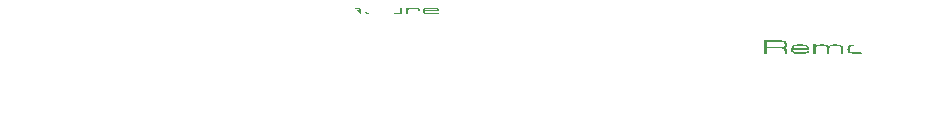
<source format=gto>
G04 #@! TF.GenerationSoftware,KiCad,Pcbnew,8.0.6*
G04 #@! TF.CreationDate,2024-11-19T14:30:18-08:00*
G04 #@! TF.ProjectId,V5ProbeTop,56355072-6f62-4655-946f-702e6b696361,rev?*
G04 #@! TF.SameCoordinates,Original*
G04 #@! TF.FileFunction,Legend,Top*
G04 #@! TF.FilePolarity,Positive*
%FSLAX46Y46*%
G04 Gerber Fmt 4.6, Leading zero omitted, Abs format (unit mm)*
G04 Created by KiCad (PCBNEW 8.0.6) date 2024-11-19 14:30:18*
%MOMM*%
%LPD*%
G01*
G04 APERTURE LIST*
G04 Aperture macros list*
%AMFreePoly0*
4,1,2297,3.874635,0.819843,4.973032,0.819808,4.973033,0.816680,4.973034,0.816676,7.255564,0.816766,8.782536,0.818545,9.053954,0.817388,9.189657,0.815839,9.325345,0.813552,9.352241,0.812753,9.379137,0.811463,9.406028,0.809745,9.432907,0.807665,9.486617,0.802674,9.540229,0.797010,9.550610,0.795692,9.560887,0.794012,9.571057,0.791974,9.581114,0.789584,9.591053,0.786845,
9.600871,0.783763,9.610562,0.780343,9.620121,0.776588,9.629544,0.772505,9.638826,0.768097,9.647963,0.763370,9.656949,0.758327,9.665780,0.752975,9.674450,0.747317,9.682957,0.741359,9.691294,0.735104,9.754983,0.685216,9.818233,0.634757,9.881068,0.583780,9.943514,0.532337,9.954641,0.522529,9.964929,0.512292,9.974403,0.501645,9.983089,0.490601,9.991015,0.479182,
9.998205,0.467401,10.004685,0.455275,10.010483,0.442822,10.015623,0.430058,10.020132,0.417000,10.024036,0.403665,10.027361,0.390069,10.030133,0.376231,10.032378,0.362164,10.034122,0.347887,10.035391,0.333418,10.037846,0.297800,10.039953,0.262148,10.041455,0.226480,10.041898,0.208645,10.042094,0.190813,10.042501,-0.072656,10.041253,-0.336117,10.040858,-0.354301,10.040039,-0.372491,
10.038850,-0.390682,10.037339,-0.408867,10.035563,-0.427037,10.033573,-0.445187,10.029158,-0.481397,10.027608,-0.491852,10.025645,-0.502125,10.023272,-0.512214,10.020492,-0.522118,10.017307,-0.531836,10.013721,-0.541366,10.009735,-0.550709,10.005354,-0.559859,10.000579,-0.568820,9.995414,-0.577588,9.989862,-0.586162,9.983924,-0.594542,9.977605,-0.602726,9.970906,-0.610712,9.963832,-0.618499,
9.956384,-0.626087,9.941681,-0.640596,9.937947,-0.644160,9.934159,-0.647656,9.930300,-0.651066,9.926355,-0.654368,9.821524,-0.739253,9.716409,-0.823788,9.703125,-0.833973,9.689587,-0.843472,9.675800,-0.852298,9.661769,-0.860466,9.647498,-0.867989,9.632994,-0.874882,9.618260,-0.881157,9.603302,-0.886833,9.588125,-0.891919,9.572734,-0.896432,9.557134,-0.900384,9.541330,-0.903789,
9.525325,-0.906665,9.509129,-0.909021,9.492743,-0.910874,9.476172,-0.912237,9.409203,-0.916216,9.342210,-0.919217,9.208173,-0.922837,9.074091,-0.924199,8.939996,-0.924402,3.063845,-0.923521,1.035272,-0.924261,0.908314,-0.923628,0.781356,-0.922086,0.527458,-0.917483,0.510452,-0.916944,0.493449,-0.916038,0.476450,-0.914822,0.459459,-0.913356,0.425503,-0.909902,0.391599,-0.906147,
0.379781,-0.904658,0.368078,-0.902820,0.356495,-0.900629,0.345035,-0.898082,0.333707,-0.895175,0.322516,-0.891904,0.311467,-0.888266,0.300566,-0.884258,0.289822,-0.879876,0.279234,-0.875116,0.268812,-0.869975,0.258562,-0.864449,0.248489,-0.858535,0.238598,-0.852229,0.228894,-0.845528,0.219387,-0.838428,0.156967,-0.789485,0.095007,-0.739946,0.033464,-0.689884,-0.027702,-0.639374,
-0.037806,-0.630528,-0.047284,-0.621323,-0.056142,-0.611768,-0.064387,-0.601873,-0.072026,-0.591645,-0.079065,-0.581095,-0.085512,-0.570231,-0.091374,-0.559062,-0.096657,-0.547597,-0.101368,-0.535845,-0.105514,-0.523815,-0.109101,-0.511516,-0.112138,-0.498957,-0.114629,-0.486149,-0.116584,-0.473097,-0.118007,-0.459814,-0.121657,-0.417121,-0.124888,-0.374374,-0.126190,-0.352990,-0.127199,-0.331603,
-0.127853,-0.310218,-0.128086,-0.288839,-0.127000,0.000000,-0.124094,0.288829,-0.123692,0.301436,-0.122843,0.314047,-0.121620,0.326655,-0.120095,0.339257,-0.118340,0.351848,-0.116425,0.364419,-0.112407,0.389489,-0.110625,0.399313,-0.108456,0.408943,-0.105906,0.418383,-0.102981,0.427633,-0.099686,0.436696,-0.096027,0.445572,-0.092011,0.454263,-0.087639,0.462772,-0.083127,0.470736,
0.135860,0.470736,0.135860,-0.549055,0.486929,-0.549055,0.485695,-0.354773,0.483133,-0.161095,0.481077,0.032267,0.481359,0.225601,0.483126,0.224001,0.484829,0.222389,0.486472,0.220765,0.488057,0.219128,0.489589,0.217480,0.491070,0.215820,0.492506,0.214149,0.493898,0.212468,0.496569,0.209075,0.499110,0.205644,0.501551,0.202178,0.503920,0.198680,0.983986,-0.522623,
0.986541,-0.526346,0.989118,-0.529813,0.991733,-0.533025,0.994404,-0.535984,0.997149,-0.538690,0.998554,-0.539949,0.999984,-0.541145,1.001440,-0.542279,1.002926,-0.543349,1.004443,-0.544358,1.005992,-0.545304,1.007579,-0.546189,1.009203,-0.547011,1.010867,-0.547771,1.012573,-0.548470,1.014322,-0.549107,1.016119,-0.549683,1.017964,-0.550197,1.019859,-0.550651,1.021808,-0.551044,
1.023812,-0.551374,1.025872,-0.551645,1.027992,-0.551854,1.030173,-0.552004,1.032418,-0.552092,1.037108,-0.552090,1.093442,-0.551002,1.149797,-0.550630,1.206151,-0.550990,1.262482,-0.552096,1.267363,-0.552110,1.271977,-0.551882,1.276343,-0.551410,1.280477,-0.550691,1.284398,-0.549722,1.288124,-0.548500,1.291672,-0.547021,1.295059,-0.545283,1.298304,-0.543282,1.301424,-0.541015,
1.304438,-0.538479,1.307361,-0.535672,1.310213,-0.532589,1.313011,-0.529227,1.315773,-0.525586,1.318516,-0.521660,1.809681,0.203676,1.811758,0.206655,1.813901,0.209591,1.816096,0.212491,1.818327,0.215366,1.822840,0.221081,1.827321,0.226821,1.832822,0.224069,1.815472,-0.547922,1.815473,-0.547924,1.844272,-0.550204,1.889313,-0.551628,1.944731,-0.552253,2.004660,-0.552140,
2.063237,-0.551347,2.114596,-0.549933,2.152871,-0.547957,2.165271,-0.546778,2.172200,-0.545479,2.172200,-0.192318,2.366281,-0.192318,2.366344,-0.209103,2.367541,-0.242695,2.370109,-0.276307,2.373976,-0.309928,2.377389,-0.330482,2.381990,-0.350068,2.387759,-0.368698,2.394677,-0.386386,2.402723,-0.403143,2.411878,-0.418982,2.422120,-0.433915,2.433433,-0.447953,2.445793,-0.461111,
2.459181,-0.473399,2.473579,-0.484830,2.488965,-0.495416,2.505319,-0.505170,2.522623,-0.514104,2.540855,-0.522230,2.559996,-0.529561,2.567096,-0.532028,2.574274,-0.534398,2.581519,-0.536625,2.588818,-0.538660,2.596159,-0.540455,2.599841,-0.541248,2.603530,-0.541963,2.607223,-0.542595,2.610919,-0.543137,2.614616,-0.543583,2.618314,-0.543928,2.757433,-0.554943,2.827041,-0.559450,
2.861861,-0.561151,2.896692,-0.562371,2.988676,-0.564198,3.034673,-0.564333,3.080657,-0.563711,3.126618,-0.562153,3.172542,-0.559479,3.218418,-0.555514,3.264235,-0.550075,3.283542,-0.547160,3.302673,-0.543641,3.321602,-0.539443,3.330983,-0.537066,3.340302,-0.534490,3.349558,-0.531706,3.358746,-0.528704,3.367864,-0.525476,3.376907,-0.522011,3.385873,-0.518300,3.394758,-0.514334,
3.403559,-0.510103,3.412272,-0.505597,3.418438,-0.502146,3.424417,-0.498504,3.430205,-0.494676,3.435801,-0.490666,3.441203,-0.486480,3.446407,-0.482123,3.451411,-0.477598,3.456213,-0.472910,3.460811,-0.468066,3.465201,-0.463067,3.469382,-0.457922,3.473351,-0.452632,3.477105,-0.447204,3.480643,-0.441642,3.483961,-0.435951,3.487057,-0.430134,3.489929,-0.424198,3.492575,-0.418147,
3.494991,-0.411986,3.497176,-0.405719,3.499126,-0.399351,3.500840,-0.392887,3.502315,-0.386331,3.503549,-0.379689,3.504539,-0.372965,3.505283,-0.366164,3.505777,-0.359290,3.506021,-0.352348,3.506011,-0.345343,3.505745,-0.338280,3.505273,-0.331884,3.644453,-0.331884,3.644457,-0.341553,3.644687,-0.351223,3.645136,-0.360892,3.645795,-0.370561,3.647712,-0.389890,3.650374,-0.409199,
3.652548,-0.420824,3.655354,-0.431953,3.658788,-0.442585,3.662844,-0.452717,3.667516,-0.462347,3.672798,-0.471473,3.678683,-0.480093,3.685167,-0.488205,3.692243,-0.495806,3.699906,-0.502896,3.708150,-0.509470,3.716967,-0.515528,3.726354,-0.521068,3.736303,-0.526086,3.746810,-0.530582,3.757867,-0.534553,3.769156,-0.538100,3.780550,-0.541394,3.792036,-0.544437,3.803597,-0.547224,
3.815217,-0.549761,3.826880,-0.552046,3.838572,-0.554080,3.850276,-0.555864,3.890906,-0.560856,3.931602,-0.564449,3.972352,-0.566832,4.013144,-0.568194,4.053967,-0.568723,4.094808,-0.568607,4.176499,-0.567198,4.192711,-0.566665,4.208927,-0.565810,4.225140,-0.564658,4.241343,-0.563243,4.257530,-0.561594,4.273694,-0.559740,4.305926,-0.555539,4.319182,-0.553471,4.332168,-0.550960,
4.344856,-0.547966,4.357215,-0.544449,4.369220,-0.540369,4.380838,-0.535687,4.392043,-0.530362,4.402803,-0.524354,4.413092,-0.517623,4.422879,-0.510129,4.432135,-0.501833,4.440832,-0.492693,4.448941,-0.482671,4.456433,-0.471727,4.459938,-0.465896,4.463278,-0.459819,4.466449,-0.453492,4.469447,-0.446909,4.469533,-0.446736,4.469638,-0.446571,4.469759,-0.446412,4.469898,-0.446259,
4.470054,-0.446112,4.470228,-0.445970,4.470417,-0.445832,4.470623,-0.445698,4.470846,-0.445567,4.471083,-0.445439,4.471603,-0.445187,4.472182,-0.444938,4.472816,-0.444687,4.475864,-0.443563,4.476739,-0.443227,4.477655,-0.442861,4.478609,-0.442458,4.479599,-0.442013,4.479599,-0.549670,4.788305,-0.549670,4.788307,-0.549673,4.789075,-0.537304,4.789346,-0.532271,4.789423,-0.529898,
4.789453,-0.527567,4.789438,-0.347566,4.948599,-0.347566,4.948802,-0.362573,4.950025,-0.377184,4.952247,-0.391372,4.955454,-0.405110,4.959630,-0.418370,4.964756,-0.431125,4.970818,-0.443347,4.977798,-0.455010,4.985679,-0.466085,4.994444,-0.476545,5.004076,-0.486363,5.014562,-0.495511,5.025880,-0.503963,5.038017,-0.511690,5.050955,-0.518665,5.062259,-0.524014,5.073668,-0.528945,
5.085177,-0.533472,5.096780,-0.537609,5.108472,-0.541370,5.120248,-0.544766,5.132101,-0.547812,5.144028,-0.550521,5.156021,-0.552905,5.168076,-0.554979,5.180188,-0.556755,5.192351,-0.558248,5.204559,-0.559469,5.216808,-0.560432,5.241403,-0.561638,5.333386,-0.564298,5.425394,-0.566362,5.517403,-0.567386,5.609386,-0.566928,5.644217,-0.566102,5.679044,-0.564707,5.713866,-0.562835,
5.748679,-0.560577,5.818275,-0.555273,5.887818,-0.549528,5.905166,-0.547744,5.913794,-0.546580,5.922388,-0.545228,5.930942,-0.543684,5.939455,-0.541942,5.947921,-0.539997,5.956339,-0.537844,5.964703,-0.535478,5.973012,-0.532895,5.981260,-0.530088,5.989445,-0.527054,5.997563,-0.523786,6.005610,-0.520281,6.013583,-0.516533,6.021479,-0.512536,6.030209,-0.507701,6.038552,-0.502559,
6.046505,-0.497107,6.054066,-0.491344,6.061234,-0.485269,6.068005,-0.478878,6.074377,-0.472171,6.080350,-0.465144,6.085920,-0.457797,6.091085,-0.450128,6.095842,-0.442133,6.100190,-0.433812,6.104126,-0.425163,6.107648,-0.416182,6.110754,-0.406870,6.113443,-0.397224,6.115343,-0.389228,6.117012,-0.381227,6.118454,-0.373217,6.119676,-0.365201,6.120681,-0.357177,6.121478,-0.349144,
6.122069,-0.341102,6.122462,-0.333050,6.122662,-0.324986,6.122674,-0.316911,6.122503,-0.308824,6.122155,-0.300724,6.120950,-0.284483,6.119103,-0.268182,6.117136,-0.255805,6.114557,-0.243903,6.111363,-0.232485,6.107547,-0.221560,6.103105,-0.211135,6.098033,-0.201218,6.092325,-0.191817,6.085977,-0.182943,6.078984,-0.174600,6.071341,-0.166799,6.063043,-0.159547,6.054085,-0.152852,
6.044464,-0.146722,6.034174,-0.141166,6.023208,-0.136192,6.011564,-0.131808,5.997706,-0.127253,5.983685,-0.123005,5.969526,-0.119104,5.955256,-0.115587,5.940903,-0.112494,5.926492,-0.109864,5.912050,-0.107736,5.897605,-0.106150,5.871955,-0.104040,5.846266,-0.102304,5.794806,-0.099751,5.743284,-0.098088,5.691761,-0.096912,5.380825,-0.092908,5.371804,-0.092529,5.362776,-0.091797,
5.353750,-0.090756,5.344735,-0.089448,5.335741,-0.087920,5.326777,-0.086214,5.317853,-0.084375,5.308977,-0.082447,5.305737,-0.081627,5.302635,-0.080625,5.299679,-0.079443,5.296876,-0.078080,5.295535,-0.077328,5.294235,-0.076531,5.292978,-0.075687,5.291764,-0.074796,5.290595,-0.073859,5.289472,-0.072874,5.288395,-0.071843,5.287366,-0.070764,5.286386,-0.069638,5.285455,-0.068464,
5.284576,-0.067242,5.283749,-0.065972,5.282973,-0.064654,5.282252,-0.063288,5.281586,-0.061873,5.280976,-0.060408,5.280423,-0.058897,5.279929,-0.057335,5.279492,-0.055724,5.279116,-0.054064,5.278801,-0.052354,5.278548,-0.050594,5.278359,-0.048784,5.278233,-0.046924,5.278144,-0.043278,5.278250,-0.039784,5.278560,-0.036438,5.279084,-0.033240,5.279831,-0.030185,5.280292,-0.028710,
5.280811,-0.027270,5.281391,-0.025866,5.282033,-0.024494,5.282738,-0.023157,5.283507,-0.021854,5.284341,-0.020583,5.285242,-0.019346,5.286210,-0.018141,5.287247,-0.016968,5.288353,-0.015826,5.289533,-0.014717,5.290783,-0.013637,5.292108,-0.012590,5.293507,-0.011572,5.294982,-0.010585,5.298164,-0.008698,5.301664,-0.006929,5.305491,-0.005270,5.311736,-0.002863,5.318076,-0.000617,
5.324497,0.001454,5.330985,0.003334,5.337525,0.005008,5.344102,0.006460,5.350702,0.007675,5.357309,0.008639,5.395643,0.012728,5.434009,0.015466,5.472402,0.017036,5.510816,0.017624,5.549245,0.017415,5.587685,0.016592,5.664573,0.013848,5.670093,0.013550,5.675638,0.013094,5.681184,0.012467,5.686712,0.011658,5.692198,0.010656,5.697622,0.009446,5.700303,0.008762,
5.702961,0.008019,5.705593,0.007220,5.708195,0.006362,5.713031,0.004661,5.718032,0.002768,5.720543,0.001740,5.723034,0.000654,5.725483,-0.000494,5.727870,-0.001707,5.730174,-0.002989,5.732375,-0.004343,5.734452,-0.005771,5.736385,-0.007280,5.738151,-0.008870,5.739732,-0.010545,5.741107,-0.012310,5.741710,-0.013227,5.742253,-0.014167,5.743170,-0.015800,5.744106,-0.017338,
5.745060,-0.018782,5.746035,-0.020135,5.747026,-0.021400,5.748038,-0.022580,5.749069,-0.023678,5.750120,-0.024697,5.751189,-0.025640,5.752279,-0.026510,5.753388,-0.027309,5.754516,-0.028040,5.755664,-0.028708,5.756832,-0.029314,5.758020,-0.029861,5.759228,-0.030353,5.760455,-0.030791,5.761703,-0.031180,5.762971,-0.031521,5.764258,-0.031820,5.766895,-0.032295,5.769613,-0.032630,
5.772414,-0.032847,5.775298,-0.032970,5.778264,-0.033022,5.781314,-0.033027,6.047933,-0.032807,6.051433,-0.032761,6.054929,-0.032642,6.058418,-0.032468,6.061895,-0.032253,6.075619,-0.031328,6.076476,-0.018286,6.076426,-0.005468,6.075487,0.007093,6.073680,0.019359,6.071026,0.031298,6.067542,0.042874,6.063250,0.054053,6.058169,0.064800,6.052319,0.075080,6.045719,0.084860,
6.038389,0.094103,6.030349,0.102776,6.021618,0.110843,6.012217,0.118271,6.002164,0.125024,5.991481,0.131068,5.980977,0.136256,5.970363,0.141039,5.959645,0.145430,5.948830,0.149442,5.937924,0.153089,5.926934,0.156386,5.915865,0.159346,5.904723,0.161982,5.893516,0.164309,5.893456,0.164320,6.274977,0.164320,6.274978,0.127435,6.275069,-0.228032,6.275194,-0.243101,
6.275545,-0.258174,6.276160,-0.273236,6.277071,-0.288276,6.279428,-0.311533,6.283103,-0.333778,6.288097,-0.355006,6.294407,-0.375218,6.302032,-0.394411,6.310971,-0.412585,6.321223,-0.429737,6.332787,-0.445866,6.345660,-0.460971,6.359842,-0.475048,6.375331,-0.488097,6.392126,-0.500119,6.410227,-0.511107,6.429630,-0.521063,6.450336,-0.529986,6.472342,-0.537871,6.477996,-0.539673,
6.483677,-0.541408,6.489384,-0.543072,6.495113,-0.544660,6.500863,-0.546169,6.506631,-0.547593,6.512416,-0.548929,6.518216,-0.550172,6.536635,-0.553750,6.555080,-0.556912,6.592047,-0.562043,6.629100,-0.565681,6.666224,-0.567943,6.703404,-0.568945,6.740625,-0.568802,6.777869,-0.567631,6.815123,-0.565548,6.834009,-0.564081,6.852900,-0.562218,6.871773,-0.559964,6.890609,-0.557321,
6.909388,-0.554295,6.928088,-0.550890,6.946689,-0.547107,6.965170,-0.542955,6.977462,-0.539699,6.989297,-0.535835,7.000672,-0.531366,7.011585,-0.526300,7.022035,-0.520641,7.032018,-0.514397,7.041532,-0.507572,7.050576,-0.500173,7.059147,-0.492205,7.067243,-0.483674,7.074861,-0.474587,7.082000,-0.464948,7.088658,-0.454764,7.094831,-0.444041,7.100518,-0.432784,7.105717,-0.421000,
7.106121,-0.420052,7.106548,-0.419113,7.107458,-0.417259,7.108432,-0.415431,7.109450,-0.413621,7.111547,-0.410027,7.112590,-0.408228,7.113606,-0.406418,7.119449,-0.407663,7.119449,-0.551547,7.195415,-0.551319,7.270383,-0.551543,7.344659,-0.551404,7.418553,-0.550087,7.418553,0.161216,7.619135,0.161216,7.619134,-0.549606,7.927678,-0.549606,7.927678,-0.513896,7.927847,-0.241025,
7.928121,-0.221225,7.928790,-0.201419,7.929243,-0.192417,8.709934,-0.192417,8.709998,-0.209202,8.711198,-0.242794,8.713771,-0.276406,8.717645,-0.310026,8.721064,-0.330582,8.725672,-0.350169,8.731448,-0.368799,8.738373,-0.386484,8.746426,-0.403238,8.755588,-0.419073,8.765838,-0.434000,8.777156,-0.448034,8.789522,-0.461185,8.802917,-0.473467,8.817319,-0.484891,8.832710,-0.495472,
8.849066,-0.505220,8.866372,-0.514148,8.884604,-0.522269,8.903745,-0.529595,8.910845,-0.532060,8.918026,-0.534428,8.925270,-0.536652,8.932569,-0.538683,8.939911,-0.540476,8.943594,-0.541268,8.947282,-0.541982,8.950975,-0.542612,8.954672,-0.543153,8.958369,-0.543599,8.962067,-0.543944,9.101189,-0.554954,9.170798,-0.559458,9.205618,-0.561159,9.240449,-0.562378,9.332435,-0.564200,
9.378432,-0.564332,9.424418,-0.563706,9.470377,-0.562145,9.516301,-0.559469,9.562178,-0.555500,9.607994,-0.550059,9.627301,-0.547142,9.646433,-0.543621,9.665362,-0.539419,9.674741,-0.537039,9.684061,-0.534460,9.693316,-0.531674,9.702504,-0.528670,9.711621,-0.525439,9.720663,-0.521971,9.729628,-0.518257,9.738512,-0.514288,9.747312,-0.510053,9.756024,-0.505544,9.762189,-0.502089,
9.768168,-0.498441,9.773957,-0.494606,9.779555,-0.490587,9.784958,-0.486391,9.790164,-0.482021,9.795170,-0.477483,9.799975,-0.472784,9.804575,-0.467925,9.808967,-0.462914,9.813150,-0.457754,9.817120,-0.452450,9.820875,-0.447009,9.824413,-0.441436,9.827731,-0.435734,9.830826,-0.429908,9.833696,-0.423963,9.836339,-0.417905,9.838751,-0.411739,9.840930,-0.405469,9.842874,-0.399101,
9.844580,-0.392639,9.846045,-0.386088,9.847268,-0.379454,9.848245,-0.372741,9.848974,-0.365954,9.849452,-0.359098,9.849676,-0.352179,9.849645,-0.345200,9.849354,-0.338168,9.848805,-0.331086,9.847991,-0.323961,9.546818,-0.323961,9.545973,-0.328938,9.544948,-0.333684,9.543747,-0.338206,9.542375,-0.342508,9.540836,-0.346598,9.539136,-0.350480,9.537278,-0.354161,9.535268,-0.357646,
9.533110,-0.360940,9.530808,-0.364053,9.528368,-0.366986,9.525793,-0.369748,9.523090,-0.372343,9.520259,-0.374777,9.517310,-0.377058,9.514244,-0.379189,9.511068,-0.381178,9.507784,-0.383029,9.504399,-0.384750,9.500917,-0.386345,9.497341,-0.387821,9.493678,-0.389183,9.486105,-0.391590,9.478235,-0.393613,9.470105,-0.395300,9.461751,-0.396696,9.453211,-0.397848,9.452423,-0.397939,
9.452028,-0.397980,9.451632,-0.398016,9.451237,-0.398047,9.450841,-0.398073,9.450445,-0.398092,9.450050,-0.398105,9.337524,-0.400954,9.281260,-0.402068,9.225000,-0.402433,9.211969,-0.402219,9.198919,-0.401664,9.185864,-0.400788,9.172817,-0.399617,9.159790,-0.398174,9.146798,-0.396481,9.133853,-0.394562,9.120969,-0.392440,9.114311,-0.391131,9.107866,-0.389539,9.101639,-0.387674,
9.095633,-0.385540,9.089853,-0.383144,9.084303,-0.380492,9.078986,-0.377592,9.073907,-0.374449,9.069069,-0.371071,9.064476,-0.367463,9.060133,-0.363632,9.056043,-0.359586,9.052210,-0.355329,9.048638,-0.350871,9.045331,-0.346216,9.042294,-0.341370,9.039530,-0.336342,9.037042,-0.331136,9.034835,-0.325761,9.032914,-0.320222,9.031281,-0.314526,9.029941,-0.308679,9.028897,-0.302688,
9.028155,-0.296560,9.027717,-0.290301,9.027587,-0.283917,9.027769,-0.277416,9.028270,-0.270804,9.029089,-0.264087,9.030234,-0.257272,9.031706,-0.250365,9.033511,-0.243374,9.289539,-0.243374,9.289539,-0.103026,9.029638,-0.103027,9.028925,-0.096833,9.028554,-0.090832,9.028521,-0.085015,9.028821,-0.079376,9.029449,-0.073909,9.030402,-0.068608,9.031673,-0.063467,9.033260,-0.058479,
9.035157,-0.053639,9.037359,-0.048939,9.039863,-0.044375,9.042663,-0.039939,9.045756,-0.035626,9.049136,-0.031429,9.052799,-0.027342,9.056741,-0.023359,9.060500,-0.019892,9.064366,-0.016633,9.068334,-0.013578,9.072402,-0.010725,9.076564,-0.008068,9.080819,-0.005605,9.085163,-0.003332,9.089592,-0.001245,9.094103,0.000659,9.098692,0.002385,9.103356,0.003935,9.108091,0.005313,
9.112896,0.006524,9.117763,0.007570,9.122692,0.008455,9.127679,0.009184,9.166412,0.013532,9.205161,0.016565,9.243922,0.018347,9.282690,0.018939,9.321462,0.018407,9.360234,0.016812,9.399001,0.014219,9.437759,0.010690,9.445544,0.009736,9.453342,0.008475,9.461123,0.006914,9.468860,0.005062,9.476523,0.002925,9.484083,0.000514,9.491512,-0.002167,9.498780,-0.005108,
9.502333,-0.006717,9.505753,-0.008447,9.509039,-0.010297,9.512191,-0.012263,9.515207,-0.014344,9.518087,-0.016536,9.520827,-0.018838,9.523431,-0.021247,9.525894,-0.023761,9.528218,-0.026377,9.530401,-0.029092,9.532441,-0.031905,9.534339,-0.034812,9.536093,-0.037813,9.537702,-0.040903,9.539166,-0.044081,9.540483,-0.047344,9.541652,-0.050690,9.542674,-0.054116,9.543546,-0.057620,
9.544268,-0.061200,9.544839,-0.064852,9.545258,-0.068575,9.545524,-0.072367,9.545636,-0.076224,9.545594,-0.080145,9.545396,-0.084126,9.545042,-0.088167,9.544531,-0.092263,9.543861,-0.096412,9.543032,-0.100614,9.542043,-0.104864,9.304454,-0.104864,9.304192,-0.141070,9.304219,-0.158001,9.304375,-0.166315,9.304665,-0.174581,9.304798,-0.191345,9.304804,-0.207478,9.304990,-0.224359,
9.305247,-0.233513,9.305668,-0.243371,9.850496,-0.243223,9.851257,-0.184460,9.851426,-0.155472,9.850978,-0.126715,9.849553,-0.098165,9.848363,-0.083960,9.846794,-0.069798,9.844802,-0.055675,9.842342,-0.041589,9.839370,-0.027536,9.835841,-0.013515,9.832976,-0.003828,9.829747,0.005586,9.826157,0.014732,9.822207,0.023611,9.817900,0.032227,9.813239,0.040584,9.808226,0.048683,
9.802863,0.056529,9.797154,0.064124,9.791101,0.071472,9.784706,0.078575,9.777972,0.085437,9.770902,0.092061,9.763496,0.098449,9.755758,0.104605,9.747694,0.110533,9.741922,0.114529,9.736085,0.118403,9.730179,0.122147,9.724206,0.125751,9.718163,0.129207,9.712050,0.132505,9.705865,0.135637,9.699608,0.138595,9.693277,0.141368,9.686872,0.143947,9.680392,0.146327,
9.673834,0.148495,9.667200,0.150445,9.660487,0.152166,9.653694,0.153651,9.646821,0.154888,9.609224,0.160913,9.590373,0.163772,9.571494,0.166395,9.552596,0.168684,9.533685,0.170538,9.514768,0.171859,9.495852,0.172546,9.392750,0.173905,9.289632,0.174367,9.186510,0.174024,9.083400,0.172969,9.060046,0.172258,9.036758,0.170738,9.013549,0.168394,8.990435,0.165208,
8.967428,0.161163,8.944543,0.156245,8.921794,0.150435,8.899193,0.143718,8.882214,0.137806,8.866057,0.131149,8.850719,0.123745,8.836208,0.115592,8.822522,0.106682,8.809664,0.097017,8.797635,0.086592,8.786438,0.075403,8.776074,0.063449,8.766545,0.050726,8.757853,0.037228,8.749999,0.022956,8.742985,0.007905,8.736814,-0.007927,8.731485,-0.024547,8.727004,-0.041953,
8.723434,-0.058601,8.720302,-0.075269,8.717601,-0.091958,8.715319,-0.108664,8.713453,-0.125387,8.711989,-0.142126,8.710920,-0.158878,8.710238,-0.175642,8.709934,-0.192417,7.929243,-0.192417,7.929290,-0.191522,7.929906,-0.181636,7.930648,-0.171764,7.931522,-0.161908,7.932243,-0.155526,7.933166,-0.149316,7.934290,-0.143278,7.935611,-0.137411,7.937128,-0.131712,7.938839,-0.126181,
7.940741,-0.120815,7.942831,-0.115614,7.945108,-0.110576,7.947570,-0.105699,7.950214,-0.100983,7.953037,-0.096425,7.956038,-0.092025,7.959215,-0.087781,7.962564,-0.083691,7.966085,-0.079754,7.969774,-0.075970,7.973629,-0.072335,7.977648,-0.068849,7.981829,-0.065511,7.990667,-0.059270,8.000124,-0.053602,8.010184,-0.048495,8.020827,-0.043938,8.032036,-0.039920,8.043792,-0.036428,
8.051901,-0.034348,8.060038,-0.032462,8.068201,-0.030770,8.076389,-0.029274,8.084600,-0.027975,8.092832,-0.026874,8.101083,-0.025972,8.109351,-0.025270,8.117634,-0.024770,8.125931,-0.024472,8.134239,-0.024378,8.142558,-0.024489,8.150884,-0.024807,8.159216,-0.025331,8.167553,-0.026064,8.175890,-0.027007,8.184881,-0.028188,8.193883,-0.029494,8.202875,-0.030958,8.211833,-0.032612,
8.220733,-0.034485,8.229557,-0.036610,8.238277,-0.039018,8.246873,-0.041740,8.253058,-0.044055,8.256022,-0.045333,8.258899,-0.046690,8.261690,-0.048125,8.264395,-0.049640,8.267012,-0.051232,8.269542,-0.052901,8.271984,-0.054647,8.274337,-0.056470,8.276604,-0.058371,8.278781,-0.060344,8.280870,-0.062394,8.282870,-0.064518,8.284780,-0.066717,8.286601,-0.068990,8.288331,-0.071335,
8.289973,-0.073754,8.291522,-0.076244,8.292981,-0.078807,8.294349,-0.081441,8.295626,-0.084146,8.296811,-0.086922,8.297904,-0.089767,8.298906,-0.092682,8.299814,-0.095667,8.300630,-0.098719,8.301353,-0.101840,8.302518,-0.108285,8.303307,-0.114996,8.304126,-0.123466,8.305056,-0.131957,8.307016,-0.149138,8.597971,-0.149138,8.598157,-0.130624,8.598180,-0.126236,8.598153,-0.121910,
8.598057,-0.117626,8.597874,-0.113367,8.595364,-0.061110,8.594605,-0.048060,8.593675,-0.035029,8.592516,-0.022028,8.591067,-0.009063,8.588519,0.007152,8.585026,0.022561,8.580600,0.037173,8.575255,0.050997,8.572240,0.057615,8.569001,0.064039,8.565538,0.070270,8.561852,0.076309,8.557945,0.082157,8.553820,0.087814,8.549476,0.093283,8.544917,0.098563,8.535155,0.108564,
8.524549,0.117825,8.513106,0.126354,8.500843,0.134159,8.487772,0.141249,8.473903,0.147631,8.459250,0.153313,8.443825,0.158305,8.428623,0.162817,8.424810,0.163897,8.420987,0.164930,8.417149,0.165899,8.413295,0.166792,8.398217,0.169922,8.383117,0.172692,8.367996,0.175108,8.352858,0.177174,8.337704,0.178894,8.322536,0.180273,8.307355,0.181316,8.292163,0.182026,
8.261755,0.182469,8.231327,0.181637,8.200892,0.179568,8.170467,0.176297,8.154090,0.173993,8.137738,0.171253,8.121430,0.168103,8.105183,0.164561,8.089014,0.160654,8.072941,0.156405,8.056982,0.151836,8.041154,0.146971,8.032673,0.144038,8.024466,0.140719,8.016537,0.137019,8.008888,0.132945,8.001520,0.128500,7.994437,0.123690,7.987640,0.118520,7.981132,0.112995,
7.974914,0.107122,7.968990,0.100903,7.963360,0.094346,7.958028,0.087454,7.952996,0.080234,7.948265,0.072690,7.943839,0.064827,7.939718,0.056651,7.937541,0.052199,7.935284,0.047784,7.932964,0.043400,7.930598,0.039038,7.921052,0.021630,7.915044,0.022926,7.915044,0.162148,7.905768,0.163403,7.892444,0.164462,7.856069,0.166009,7.810749,0.166826,7.761320,0.166949,
7.712612,0.166414,7.669456,0.165256,7.636686,0.163511,7.625706,0.162431,7.619135,0.161216,7.418553,0.161216,7.418553,0.164953,7.109473,0.164954,7.109473,0.164951,7.109471,0.126358,7.109438,-0.024397,7.108774,-0.175146,7.108577,-0.183817,7.108147,-0.192511,7.107487,-0.201210,7.106596,-0.209900,7.105476,-0.218562,7.104125,-0.227179,7.102546,-0.235735,7.100738,-0.244214,
7.098486,-0.252996,7.095811,-0.261435,7.092712,-0.269526,7.089189,-0.277265,7.085244,-0.284648,7.080875,-0.291671,7.076083,-0.298329,7.070867,-0.304618,7.065228,-0.310535,7.059166,-0.316074,7.052681,-0.321233,7.045773,-0.326005,7.038443,-0.330389,7.030689,-0.334378,7.022512,-0.337970,7.013913,-0.341159,7.008286,-0.343026,7.002623,-0.344818,6.996927,-0.346524,6.991201,-0.348131,
6.985448,-0.349627,6.979672,-0.351000,6.973874,-0.352239,6.968059,-0.353331,6.945650,-0.356807,6.923194,-0.359467,6.900698,-0.361350,6.878170,-0.362498,6.855617,-0.362954,6.833046,-0.362759,6.810465,-0.361953,6.787881,-0.360580,6.759451,-0.358459,6.745223,-0.357244,6.731019,-0.355828,6.716867,-0.354136,6.702793,-0.352094,6.688823,-0.349628,6.674982,-0.346664,6.664371,-0.343834,
6.659351,-0.342235,6.654519,-0.340512,6.649870,-0.338664,6.645406,-0.336690,6.641125,-0.334589,6.637020,-0.332360,6.633095,-0.330003,6.629345,-0.327514,6.625768,-0.324894,6.622363,-0.322143,6.619127,-0.319258,6.616058,-0.316239,6.613155,-0.313085,6.610416,-0.309795,6.607838,-0.306368,6.605419,-0.302803,6.603157,-0.299098,6.601051,-0.295254,6.599099,-0.291268,6.597298,-0.287140,
6.595646,-0.282869,6.594141,-0.278453,6.592782,-0.273893,6.591566,-0.269186,6.589557,-0.259330,6.588097,-0.248877,6.587170,-0.237819,6.586282,-0.220398,6.585650,-0.202960,6.585264,-0.185515,6.585112,-0.168072,6.584946,0.130267,6.584899,0.134511,6.584777,0.138757,6.584374,0.147255,6.583405,0.164320,6.274977,0.164320,5.893456,0.164320,5.882250,0.166340,5.870930,0.168089,
5.859564,0.169570,5.848158,0.170797,5.836717,0.171783,5.813758,0.173088,5.721814,0.176326,5.629835,0.178792,5.537840,0.180273,5.445855,0.180554,5.415366,0.180168,5.384871,0.179303,5.354375,0.178009,5.323885,0.176337,5.262949,0.172062,5.202116,0.166886,5.186846,0.165280,5.171565,0.163228,5.156307,0.160729,5.141107,0.157789,5.125999,0.154412,5.111019,0.150602,
5.096200,0.146364,5.081578,0.141699,5.069455,0.137221,5.057930,0.132137,5.047009,0.126456,5.036694,0.120185,5.026992,0.113333,5.017905,0.105909,5.009440,0.097919,5.001598,0.089372,4.994388,0.080276,4.987810,0.070639,4.981871,0.060469,4.976575,0.049774,4.971926,0.038563,4.967928,0.026842,4.964587,0.014623,4.961906,0.001910,4.960122,-0.008959,4.958682,-0.019920,
4.957569,-0.030950,4.956768,-0.042026,4.956261,-0.053127,4.956034,-0.064230,4.956069,-0.075310,4.956350,-0.086347,4.957230,-0.099893,4.958871,-0.112937,4.961276,-0.125474,4.964448,-0.137499,4.968391,-0.149009,4.973107,-0.159998,4.978600,-0.170462,4.984874,-0.180396,4.991930,-0.189796,4.999773,-0.198656,5.008405,-0.206972,5.017832,-0.214740,5.028053,-0.221955,5.039075,-0.228612,
5.050898,-0.234706,5.063527,-0.240233,5.079210,-0.246186,5.095046,-0.251496,5.111030,-0.256167,5.127150,-0.260199,5.143400,-0.263593,5.159769,-0.266351,5.176250,-0.268475,5.192834,-0.269965,5.241087,-0.273082,5.289385,-0.275613,5.337711,-0.277544,5.386046,-0.278860,5.703321,-0.282984,5.707612,-0.283127,5.711909,-0.283374,5.720511,-0.284155,5.729113,-0.285281,5.737699,-0.286709,
5.746256,-0.288396,5.754766,-0.290299,5.763217,-0.292373,5.771592,-0.294575,5.773455,-0.295116,5.775267,-0.295719,5.777025,-0.296382,5.778731,-0.297104,5.780384,-0.297885,5.781984,-0.298723,5.783531,-0.299616,5.785024,-0.300565,5.786462,-0.301567,5.787846,-0.302623,5.789177,-0.303730,5.790452,-0.304888,5.791673,-0.306096,5.792838,-0.307352,5.793947,-0.308656,5.795001,-0.310007,
5.796000,-0.311403,5.796941,-0.312843,5.797827,-0.314326,5.798656,-0.315852,5.799427,-0.317420,5.800142,-0.319027,5.800799,-0.320673,5.801398,-0.322358,5.801940,-0.324079,5.802423,-0.325836,5.802848,-0.327629,5.803214,-0.329454,5.803521,-0.331313,5.803770,-0.333204,5.804087,-0.337076,5.804147,-0.341018,5.803927,-0.344829,5.803432,-0.348503,5.802669,-0.352035,5.801642,-0.355420,
5.800358,-0.358654,5.798823,-0.361730,5.797042,-0.364646,5.795020,-0.367396,5.792763,-0.369974,5.790278,-0.372376,5.787569,-0.374597,5.784643,-0.376632,5.781505,-0.378476,5.778160,-0.380125,5.774615,-0.381573,5.767203,-0.384238,5.759708,-0.386770,5.752141,-0.389139,5.744513,-0.391315,5.736835,-0.393266,5.729119,-0.394963,5.721374,-0.396376,5.717495,-0.396966,5.713612,-0.397473,
5.674457,-0.401372,5.635273,-0.403856,5.596064,-0.405150,5.556837,-0.405476,5.517598,-0.405057,5.478351,-0.404117,5.399857,-0.401565,5.393930,-0.401294,5.388002,-0.400874,5.382077,-0.400321,5.376157,-0.399649,5.370247,-0.398873,5.364349,-0.398007,5.358468,-0.397066,5.352607,-0.396063,5.338532,-0.393335,5.331676,-0.391728,5.324995,-0.389894,5.318534,-0.387783,5.312331,-0.385346,
5.306431,-0.382533,5.300873,-0.379295,5.298237,-0.377502,5.295702,-0.375585,5.293274,-0.373535,5.290957,-0.371348,5.288757,-0.369021,5.286681,-0.366542,5.284731,-0.363909,5.282915,-0.361113,5.281237,-0.358150,5.279701,-0.355013,5.278314,-0.351696,5.277081,-0.348192,5.276007,-0.344497,5.275097,-0.340603,5.274356,-0.336504,5.273790,-0.332194,4.949431,-0.332194,4.948599,-0.347566,
4.789438,-0.347566,4.789415,-0.057886,4.789380,-0.054725,4.789279,-0.051560,4.789114,-0.048393,4.788887,-0.045227,4.788599,-0.042066,4.788252,-0.038914,4.787847,-0.035772,4.787386,-0.032644,4.783951,-0.014388,4.779519,0.002956,4.774095,0.019397,4.767691,0.034941,4.760310,0.049594,4.751962,0.063364,4.747426,0.069921,4.742652,0.076259,4.737640,0.082380,4.732389,0.088285,
4.721181,0.099449,4.709034,0.109758,4.695956,0.119219,4.681954,0.127840,4.667036,0.135627,4.651209,0.142588,4.634480,0.148730,4.616856,0.154059,4.593660,0.159882,4.570329,0.164792,4.546883,0.168859,4.523341,0.172150,4.499721,0.174732,4.476043,0.176677,4.452325,0.178051,4.428587,0.178922,4.315984,0.181470,4.203375,0.182224,4.147080,0.181559,4.090797,0.180002,
4.034531,0.177405,3.978285,0.173619,3.952942,0.171240,3.927810,0.168022,3.902918,0.163832,3.890571,0.161332,3.878295,0.158538,3.866093,0.155436,3.853970,0.152007,3.841929,0.148237,3.829971,0.144106,3.818104,0.139601,3.806329,0.134703,3.794651,0.129396,3.783072,0.123663,3.770969,0.116989,3.765208,0.113482,3.759641,0.109859,3.754268,0.106121,3.749088,0.102268,
3.744100,0.098297,3.739308,0.094209,3.734707,0.090003,3.730299,0.085678,3.726084,0.081234,3.722061,0.076670,3.718231,0.071986,3.714592,0.067178,3.711146,0.062249,3.707892,0.057197,3.704829,0.052021,3.701958,0.046723,3.699279,0.041298,3.696790,0.035748,3.694493,0.030072,3.692387,0.024269,3.690471,0.018338,3.688747,0.012278,3.687212,0.006091,3.685868,-0.000227,
3.684715,-0.006675,3.683751,-0.013255,3.682977,-0.019966,3.682393,-0.026809,3.681794,-0.040896,3.988707,-0.040896,3.992076,-0.033792,3.995261,-0.027383,3.998327,-0.021635,4.001340,-0.016512,4.004366,-0.011980,4.005904,-0.009925,4.007469,-0.008004,4.009070,-0.006213,4.010715,-0.004548,4.012411,-0.003005,4.014168,-0.001579,4.015994,-0.000266,4.017896,0.000939,4.019882,0.002040,
4.021961,0.003041,4.024141,0.003947,4.026431,0.004762,4.028837,0.005490,4.031369,0.006135,4.034035,0.006702,4.036842,0.007197,4.042915,0.007982,4.049652,0.008525,4.057120,0.008861,4.125243,0.010576,4.193390,0.011563,4.261546,0.011939,4.329698,0.011818,4.334604,0.011738,4.339516,0.011547,4.349352,0.010860,4.359193,0.009807,4.369024,0.008439,4.378833,0.006806,
4.388605,0.004957,4.398326,0.002943,4.407985,0.000813,4.413276,-0.000530,4.418377,-0.002133,4.423279,-0.003999,4.427965,-0.006132,4.432430,-0.008532,4.436660,-0.011205,4.440646,-0.014153,4.444373,-0.017379,4.447834,-0.020886,4.449461,-0.022745,4.451016,-0.024676,4.452500,-0.026679,4.453909,-0.028754,4.455243,-0.030901,4.456501,-0.033122,4.457681,-0.035416,4.458781,-0.037782,
4.459801,-0.040224,4.460738,-0.042739,4.461593,-0.045330,4.462362,-0.047995,4.463045,-0.050736,4.463641,-0.053553,4.464899,-0.060734,4.465916,-0.067923,4.466709,-0.075118,4.467297,-0.082325,4.467698,-0.089541,4.467930,-0.096769,4.467964,-0.111265,4.467544,-0.125821,4.466818,-0.140446,4.465037,-0.169939,4.459803,-0.163463,4.454371,-0.157396,4.448745,-0.151726,4.442929,-0.146448,
4.436928,-0.141548,4.430744,-0.137018,4.424383,-0.132849,4.417849,-0.129030,4.411145,-0.125553,4.404275,-0.122408,4.397245,-0.119585,4.390057,-0.117074,4.382715,-0.114866,4.375225,-0.112952,4.367590,-0.111322,4.359814,-0.109965,4.337887,-0.106751,4.315895,-0.103939,4.293855,-0.101535,4.271785,-0.099547,4.264500,-0.099084,4.257201,-0.098840,4.249900,-0.098765,4.242602,-0.098812,
4.228054,-0.099077,4.213626,-0.099251,4.213626,-0.243465,4.268937,-0.244217,4.282473,-0.244495,4.295927,-0.244948,4.309311,-0.245648,4.322645,-0.246663,4.350216,-0.249295,4.364013,-0.250839,4.377773,-0.252633,4.391462,-0.254746,4.405045,-0.257253,4.418486,-0.260226,4.425144,-0.261909,4.431754,-0.263735,4.435718,-0.265010,4.439508,-0.266490,4.443120,-0.268167,4.446552,-0.270030,
4.449802,-0.272070,4.452869,-0.274279,4.455749,-0.276647,4.458441,-0.279166,4.460942,-0.281825,4.463250,-0.284616,4.465362,-0.287529,4.467278,-0.290555,4.468994,-0.293686,4.470508,-0.296912,4.471818,-0.300223,4.472921,-0.303610,4.473817,-0.307066,4.474501,-0.310579,4.474973,-0.314142,4.475229,-0.317744,4.475269,-0.321376,4.475088,-0.325031,4.474685,-0.328697,4.474060,-0.332366,
4.473207,-0.336030,4.472126,-0.339677,4.470814,-0.343301,4.469270,-0.346891,4.467490,-0.350437,4.465473,-0.353932,4.463216,-0.357365,4.460718,-0.360728,4.458801,-0.363040,4.456759,-0.365278,4.454598,-0.367445,4.452331,-0.369540,4.449967,-0.371564,4.447514,-0.373518,4.444984,-0.375403,4.442386,-0.377218,4.439728,-0.378966,4.437022,-0.380645,4.434276,-0.382258,4.431500,-0.383804,
4.428705,-0.385283,4.425898,-0.386699,4.423092,-0.388050,4.420294,-0.389336,4.417811,-0.390393,4.415274,-0.391359,4.412688,-0.392239,4.410059,-0.393038,4.407391,-0.393757,4.404690,-0.394403,4.401961,-0.394979,4.399208,-0.395490,4.396438,-0.395939,4.393654,-0.396331,4.388070,-0.396959,4.382494,-0.397407,4.376970,-0.397709,4.285095,-0.401520,4.239145,-0.402854,4.193195,-0.403426,
4.155168,-0.403130,4.136146,-0.402681,4.117130,-0.402016,4.098126,-0.401120,4.079141,-0.399982,4.060184,-0.398589,4.041261,-0.396928,4.037265,-0.396477,4.033244,-0.395884,4.029207,-0.395151,4.025165,-0.394285,4.021126,-0.393288,4.017098,-0.392166,4.013092,-0.390921,4.009116,-0.389558,4.005179,-0.388082,4.001291,-0.386495,3.997461,-0.384803,3.993698,-0.383009,3.990010,-0.381117,
3.986409,-0.379132,3.982900,-0.377057,3.979496,-0.374896,3.975747,-0.372246,3.972274,-0.369418,3.969076,-0.366422,3.966151,-0.363274,3.963497,-0.359986,3.961114,-0.356571,3.959000,-0.353043,3.957151,-0.349414,3.955568,-0.345697,3.954249,-0.341906,3.953192,-0.338054,3.952395,-0.334154,3.951856,-0.330218,3.951575,-0.326261,3.951550,-0.322294,3.951778,-0.318332,3.952258,-0.314387,
3.952990,-0.310472,3.953971,-0.306601,3.955198,-0.302786,3.956672,-0.299041,3.958390,-0.295379,3.960349,-0.291813,3.962552,-0.288355,3.964993,-0.285020,3.967672,-0.281820,3.970587,-0.278768,3.973736,-0.275877,3.977119,-0.273161,3.980733,-0.270632,3.984577,-0.268305,3.988649,-0.266191,3.992225,-0.264536,3.995880,-0.262968,3.999602,-0.261512,4.003378,-0.260191,4.005281,-0.259590,
4.007193,-0.259033,4.009112,-0.258523,4.011035,-0.258061,4.012962,-0.257653,4.014891,-0.257301,4.016820,-0.257009,4.018747,-0.256779,4.052607,-0.253466,4.086495,-0.250428,4.154315,-0.244816,4.159670,-0.244433,4.165030,-0.244139,4.175750,-0.243736,4.197086,-0.243127,4.197086,-0.101492,4.196380,-0.101184,4.195718,-0.100881,4.194514,-0.100300,4.192503,-0.099292,4.191648,-0.098895,
4.191248,-0.098730,4.190863,-0.098590,4.190489,-0.098477,4.190123,-0.098393,4.189762,-0.098339,4.189405,-0.098318,4.107703,-0.097329,4.066856,-0.097155,4.026026,-0.097463,3.985221,-0.098456,3.944451,-0.100338,3.903725,-0.103309,3.863054,-0.107574,3.850176,-0.109340,3.837306,-0.111480,3.824467,-0.113983,3.811686,-0.116841,3.798986,-0.120045,3.786392,-0.123587,3.773930,-0.127456,
3.761623,-0.131645,3.751030,-0.135755,3.740946,-0.140369,3.731370,-0.145479,3.722304,-0.151082,3.713749,-0.157171,3.705705,-0.163741,3.698172,-0.170787,3.691152,-0.178304,3.684645,-0.186286,3.678652,-0.194728,3.673174,-0.203624,3.668211,-0.212969,3.663764,-0.222758,3.659833,-0.232985,3.656420,-0.243645,3.653525,-0.254733,3.651432,-0.264346,3.649628,-0.273971,3.648107,-0.283605,
3.646860,-0.293248,3.645879,-0.302899,3.645157,-0.312557,3.644684,-0.322218,3.644453,-0.331884,3.505273,-0.331884,3.505220,-0.331163,3.504435,-0.323997,3.204351,-0.323997,3.203540,-0.326080,3.202719,-0.328093,3.201124,-0.331965,3.200385,-0.333851,3.199710,-0.335723,3.199401,-0.336658,3.199116,-0.337594,3.198855,-0.338534,3.198622,-0.339479,3.198013,-0.341937,3.197335,-0.344328,
3.196589,-0.346653,3.195776,-0.348913,3.194898,-0.351108,3.193954,-0.353240,3.192947,-0.355309,3.191876,-0.357315,3.190744,-0.359261,3.189550,-0.361146,3.186984,-0.364737,3.184186,-0.368096,3.181163,-0.371228,3.177923,-0.374140,3.174475,-0.376839,3.170825,-0.379331,3.166984,-0.381621,3.162955,-0.383717,3.158749,-0.385624,3.154374,-0.387349,3.149837,-0.388899,3.144925,-0.390436,
3.139963,-0.391922,3.134960,-0.393319,3.129927,-0.394583,3.124870,-0.395673,3.122337,-0.396141,3.119802,-0.396550,3.117266,-0.396895,3.114731,-0.397171,3.112197,-0.397373,3.109666,-0.397496,2.995573,-0.400921,2.938519,-0.402051,2.881465,-0.402435,2.868436,-0.402235,2.855387,-0.401687,2.842331,-0.400816,2.829283,-0.399647,2.816256,-0.398203,2.803263,-0.396508,2.790317,-0.394588,
2.777433,-0.392467,2.770769,-0.391159,2.764321,-0.389571,2.758092,-0.387711,2.752085,-0.385584,2.746304,-0.383196,2.740754,-0.380554,2.735438,-0.377665,2.730359,-0.374534,2.725523,-0.371169,2.720931,-0.367575,2.716590,-0.363757,2.712501,-0.359724,2.708671,-0.355481,2.705099,-0.351034,2.701793,-0.346390,2.698755,-0.341555,2.695990,-0.336537,2.693501,-0.331338,2.691292,-0.325968,
2.689366,-0.320432,2.687729,-0.314737,2.686382,-0.308889,2.685331,-0.302894,2.684579,-0.296759,2.684130,-0.290490,2.683987,-0.284092,2.684156,-0.277573,2.684638,-0.270939,2.685439,-0.264196,2.686561,-0.257350,2.688010,-0.250408,2.689788,-0.243376,2.945546,-0.243376,2.945546,-0.102911,2.685788,-0.102911,2.685148,-0.096693,2.684839,-0.090667,2.684856,-0.084827,2.685198,-0.079167,
2.685861,-0.073682,2.686841,-0.068361,2.688135,-0.063206,2.689740,-0.058206,2.691654,-0.053354,2.693870,-0.048647,2.696388,-0.044077,2.699204,-0.039639,2.702315,-0.035326,2.705717,-0.031132,2.709407,-0.027052,2.713381,-0.023080,2.717161,-0.019634,2.721043,-0.016395,2.725026,-0.013360,2.729105,-0.010525,2.733279,-0.007886,2.737542,-0.005439,2.741893,-0.003182,2.746327,-0.001110,
2.750842,0.000781,2.755434,0.002494,2.760101,0.004032,2.764838,0.005400,2.769643,0.006601,2.774512,0.007638,2.779442,0.008516,2.784430,0.009239,2.823164,0.013555,2.861914,0.016572,2.900675,0.018347,2.939443,0.018938,2.978214,0.018402,3.016985,0.016797,3.055750,0.014181,3.094506,0.010610,3.102289,0.009646,3.110086,0.008377,3.117867,0.006808,3.125602,0.004946,
3.133261,0.002800,3.140816,0.000373,3.148236,-0.002325,3.155492,-0.005290,3.159046,-0.006915,3.162467,-0.008665,3.165755,-0.010538,3.168907,-0.012529,3.171923,-0.014636,3.174802,-0.016856,3.177542,-0.019187,3.180143,-0.021625,3.182603,-0.024168,3.184921,-0.026813,3.187098,-0.029557,3.189130,-0.032397,3.191018,-0.035330,3.192760,-0.038354,3.194355,-0.041465,3.195802,-0.044661,
3.197101,-0.047939,3.198249,-0.051297,3.199246,-0.054731,3.200090,-0.058238,3.200783,-0.061816,3.201319,-0.065462,3.201701,-0.069173,3.201926,-0.072946,3.201994,-0.076778,3.201903,-0.080667,3.201652,-0.084610,3.201241,-0.088603,3.200668,-0.092644,3.199932,-0.096731,3.199032,-0.100860,3.197967,-0.105028,2.960443,-0.105028,2.960170,-0.141212,2.960198,-0.158146,2.960362,-0.166463,
2.960666,-0.174732,2.960147,-0.243387,3.506826,-0.243259,3.506827,-0.243259,3.506827,-0.243258,3.506828,-0.243258,3.506828,-0.243258,3.507605,-0.184518,3.507779,-0.155539,3.507333,-0.126790,3.505911,-0.098246,3.504722,-0.084043,3.503156,-0.069883,3.501167,-0.055762,3.498711,-0.041677,3.495742,-0.027625,3.492218,-0.013604,3.489358,-0.003916,3.486132,0.005498,3.482546,0.014645,
3.478600,0.023525,3.474297,0.032144,3.469640,0.040502,3.464630,0.048604,3.459272,0.056453,3.453566,0.064051,3.447517,0.071402,3.441124,0.078508,3.434393,0.085373,3.427324,0.092000,3.419922,0.098391,3.412187,0.104550,3.404123,0.110480,3.398352,0.114478,3.392515,0.118354,3.386611,0.122099,3.380639,0.125705,3.374597,0.129163,3.368484,0.132464,3.362300,0.135599,
3.356044,0.138558,3.349714,0.141334,3.343310,0.143917,3.336830,0.146298,3.330273,0.148469,3.323639,0.150421,3.316927,0.152144,3.310134,0.153630,3.303261,0.154869,3.265666,0.160904,3.246814,0.163766,3.227936,0.166394,3.209038,0.168686,3.190128,0.170541,3.171211,0.171860,3.152295,0.172541,3.048401,0.173881,2.944489,0.174326,2.840575,0.173951,2.736673,0.172830,
2.713726,0.172103,2.690841,0.170566,2.668033,0.168210,2.645316,0.165022,2.622703,0.160994,2.600209,0.156114,2.577849,0.150372,2.555632,0.143757,2.538654,0.137845,2.522495,0.131190,2.507157,0.123788,2.492643,0.115637,2.478954,0.106733,2.466092,0.097073,2.454058,0.086652,2.442856,0.075470,2.432486,0.063520,2.422951,0.050803,2.414253,0.037310,2.406393,0.023043,
2.399373,0.007996,2.393196,-0.007834,2.387862,-0.024450,2.383375,-0.041855,2.379800,-0.058502,2.376664,-0.075170,2.373960,-0.091858,2.371677,-0.108564,2.369807,-0.125287,2.368341,-0.142025,2.367270,-0.158777,2.366587,-0.175542,2.366281,-0.192318,2.172200,-0.192318,2.172200,0.470938,1.593178,0.470938,1.156196,-0.207032,0.717503,0.470736,0.135860,0.470736,-0.083127,0.470736,
-0.082923,0.471100,-0.077864,0.479247,-0.072470,0.487217,-0.066747,0.495010,-0.060698,0.502629,-0.054332,0.510074,-0.047652,0.517348,-0.040665,0.524452,-0.033320,0.531706,-0.029633,0.535325,-0.025921,0.538914,-0.022168,0.542457,-0.018363,0.545937,-0.014493,0.549334,-0.010544,0.552633,0.093022,0.636566,0.196859,0.720163,0.210298,0.730508,0.223993,0.740206,0.237937,0.749257,
0.252127,0.757664,0.266558,0.765429,0.281227,0.772556,0.296129,0.779043,0.311259,0.784896,0.326613,0.790115,0.342188,0.794703,0.357978,0.798663,0.373980,0.801995,0.390189,0.804702,0.406601,0.806787,0.423211,0.808252,0.440016,0.809098,0.701754,0.817232,0.832641,0.820112,0.963527,0.821272,3.874635,0.819843,3.874635,0.819843,$1*%
%AMFreePoly1*
4,1,2147,3.874746,0.819724,4.973143,0.819690,4.973143,0.816561,4.973147,0.816562,7.239802,0.816652,8.782644,0.818431,9.054063,0.817276,9.189766,0.815726,9.325451,0.813436,9.352349,0.812637,9.379246,0.811346,9.406137,0.809627,9.433016,0.807545,9.486725,0.802550,9.540337,0.796879,9.550717,0.795559,9.560994,0.793876,9.571162,0.791836,9.581218,0.789443,9.591156,0.786700,
9.600972,0.783615,9.610662,0.780191,9.620220,0.776434,9.629641,0.772347,9.638922,0.767936,9.648058,0.763206,9.657042,0.758160,9.665872,0.752805,9.674542,0.747145,9.683048,0.741185,9.691384,0.734929,9.755070,0.685037,9.818318,0.634575,9.881150,0.583595,9.943590,0.532147,9.954716,0.522337,9.965002,0.512099,9.974473,0.501448,9.983156,0.490403,9.991077,0.478980,
9.998262,0.467196,10.004737,0.455068,10.010528,0.442612,10.015663,0.429845,10.020166,0.416785,10.024064,0.403447,10.027384,0.389850,10.030151,0.376009,10.032391,0.361942,10.034133,0.347665,10.035398,0.333196,10.037852,0.297577,10.039958,0.261926,10.041459,0.226257,10.041901,0.208422,10.042095,0.190590,10.042617,-0.074468,10.042206,-0.206993,10.040988,-0.339508,10.040397,-0.360010,
10.039209,-0.380519,10.037509,-0.401025,10.035378,-0.421520,10.032899,-0.441995,10.030155,-0.462441,10.024203,-0.503208,10.022663,-0.511996,10.020715,-0.520602,10.018372,-0.529029,10.015650,-0.537283,10.012562,-0.545365,10.009123,-0.553279,10.005346,-0.561030,10.001246,-0.568619,9.996838,-0.576052,9.992134,-0.583330,9.987151,-0.590458,9.981901,-0.597439,9.976400,-0.604276,9.970659,-0.610974,
9.964695,-0.617535,9.958523,-0.623963,9.950711,-0.631875,9.946778,-0.635809,9.942804,-0.639703,9.938781,-0.643539,9.934696,-0.647300,9.930535,-0.650965,9.926286,-0.654521,9.821467,-0.739422,9.716345,-0.823948,9.703060,-0.834133,9.689521,-0.843631,9.675732,-0.852455,9.661700,-0.860621,9.647428,-0.868141,9.632922,-0.875031,9.618187,-0.881304,9.603227,-0.886974,9.588049,-0.892057,
9.572657,-0.896566,9.557056,-0.900514,9.541251,-0.903917,9.525249,-0.906789,9.509050,-0.909144,9.492664,-0.910995,9.476095,-0.912357,9.409125,-0.916335,9.342132,-0.919335,9.208095,-0.922954,9.074013,-0.924315,8.939918,-0.924520,2.895469,-0.923635,1.035152,-0.924377,0.908194,-0.923737,0.781236,-0.922194,0.527338,-0.917595,0.510332,-0.917057,0.493329,-0.916151,0.476330,-0.914935,
0.459339,-0.913468,0.425384,-0.910011,0.391481,-0.906240,0.380078,-0.904810,0.368770,-0.903064,0.357564,-0.900997,0.346469,-0.898602,0.335491,-0.895871,0.324638,-0.892802,0.313917,-0.889385,0.303336,-0.885614,0.292901,-0.881484,0.282621,-0.876988,0.272503,-0.872119,0.262553,-0.866872,0.252781,-0.861240,0.243191,-0.855217,0.233792,-0.848796,0.224592,-0.841971,0.160210,-0.791688,
0.096324,-0.740755,0.032909,-0.689235,-0.030063,-0.637187,-0.039990,-0.628462,-0.049284,-0.619371,-0.057950,-0.609924,-0.066002,-0.600133,-0.073448,-0.590009,-0.080297,-0.579563,-0.086558,-0.568805,-0.092241,-0.557748,-0.097355,-0.546402,-0.101909,-0.534777,-0.105913,-0.522886,-0.109377,-0.510739,-0.112309,-0.498348,-0.114719,-0.485721,-0.116617,-0.472872,-0.118010,-0.459812,-0.121671,-0.417122,
-0.124903,-0.374375,-0.126201,-0.352990,-0.127207,-0.331603,-0.127857,-0.310217,-0.128091,-0.288837,-0.127000,0.000000,-0.126860,0.013863,0.052382,0.013863,0.052398,-0.030114,0.053302,-0.074109,0.056791,-0.162099,0.057805,-0.179464,0.059197,-0.196827,0.060933,-0.214178,0.062981,-0.231510,0.065306,-0.248815,0.067873,-0.266083,0.073596,-0.300481,0.077474,-0.319445,0.082283,-0.337671,
0.088027,-0.355155,0.094709,-0.371889,0.102329,-0.387867,0.110891,-0.403083,0.120395,-0.417532,0.130844,-0.431206,0.142240,-0.444100,0.154585,-0.456208,0.167881,-0.467524,0.182129,-0.478041,0.197333,-0.487755,0.213493,-0.496657,0.230612,-0.504744,0.248692,-0.512007,0.259101,-0.515779,0.269575,-0.519422,0.280111,-0.522915,0.290705,-0.526236,0.301352,-0.529363,0.312049,-0.532276,
0.322791,-0.534952,0.333574,-0.537371,0.352132,-0.541070,0.370730,-0.544350,0.408035,-0.549764,0.445463,-0.553828,0.482990,-0.556757,0.520588,-0.558766,0.558233,-0.560071,0.633560,-0.561429,0.742274,-0.562413,0.850998,-0.562688,1.068444,-0.561552,1.146163,-0.560458,1.185009,-0.559420,1.223831,-0.557862,1.262618,-0.555641,1.301356,-0.552610,1.340035,-0.548626,1.378643,-0.543544,
1.395914,-0.540797,1.413071,-0.537615,1.430092,-0.533932,1.446957,-0.529683,1.463644,-0.524801,1.471914,-0.522102,1.480132,-0.519220,1.488294,-0.516147,1.496400,-0.512875,1.504444,-0.509396,1.512426,-0.505701,1.524201,-0.499750,1.535513,-0.493380,1.546341,-0.486585,1.556661,-0.479357,1.566453,-0.471688,1.575694,-0.463572,1.584362,-0.455000,1.592434,-0.445966,1.599889,-0.436462,
1.606705,-0.426482,1.612858,-0.416017,1.618329,-0.405060,1.623093,-0.393605,1.627130,-0.381643,1.630415,-0.369168,1.632929,-0.356172,1.635954,-0.334679,1.638273,-0.313073,1.640038,-0.291378,1.641399,-0.269620,1.644819,-0.202149,1.843452,-0.202149,1.843977,-0.236596,1.845301,-0.271049,1.847376,-0.305511,1.850155,-0.339980,1.851969,-0.355365,1.854580,-0.370161,1.857988,-0.384372,
1.862194,-0.397999,1.867200,-0.411044,1.873006,-0.423509,1.879614,-0.435398,1.887024,-0.446711,1.895239,-0.457452,1.904256,-0.467621,1.914079,-0.477223,1.924709,-0.486258,1.936147,-0.494729,1.948393,-0.502639,1.961449,-0.509988,1.975315,-0.516780,1.984289,-0.520736,1.993327,-0.524446,2.002423,-0.527921,2.011578,-0.531169,2.020787,-0.534202,2.030049,-0.537030,2.048720,-0.542109,
2.067572,-0.546487,2.086584,-0.550243,2.105738,-0.553459,2.125013,-0.556216,2.165673,-0.560953,2.206385,-0.564536,2.247142,-0.567117,2.287936,-0.568852,2.328760,-0.569894,2.369608,-0.570397,2.451345,-0.570402,2.452464,-0.570379,2.453585,-0.570322,2.454709,-0.570235,2.455838,-0.570119,2.458116,-0.569818,2.460432,-0.569445,2.465232,-0.568581,2.467741,-0.568141,2.470341,-0.567731,
2.470341,-0.379306,2.464338,-0.378567,2.459011,-0.377876,2.456529,-0.377575,2.454131,-0.377319,2.451786,-0.377118,2.449467,-0.376984,2.393939,-0.375212,2.366198,-0.374083,2.352350,-0.373263,2.338523,-0.372199,2.327111,-0.371129,2.315694,-0.369899,2.304286,-0.368485,2.292903,-0.366866,2.281561,-0.365022,2.270276,-0.362931,2.259064,-0.360571,2.247941,-0.357921,2.240275,-0.355729,
2.232963,-0.353123,2.226016,-0.350109,2.219447,-0.346691,2.213269,-0.342870,2.210333,-0.340812,2.207498,-0.338656,2.204768,-0.336400,2.202143,-0.334048,2.199626,-0.331599,2.197218,-0.329054,2.194921,-0.326413,2.192737,-0.323676,2.190666,-0.320846,2.188711,-0.317921,2.186873,-0.314902,2.185155,-0.311791,2.183556,-0.308587,2.182081,-0.305292,2.180727,-0.301906,2.179499,-0.298427,
2.178399,-0.294859,2.177427,-0.291201,2.176585,-0.287454,2.175874,-0.283618,2.175298,-0.279695,2.174856,-0.275683,2.173332,-0.258361,2.171998,-0.240977,2.170921,-0.223556,2.170171,-0.206120,2.169817,-0.188693,2.169929,-0.171299,2.170576,-0.153962,2.171827,-0.136703,2.173241,-0.124622,2.175208,-0.113371,2.177749,-0.102927,2.179241,-0.098001,2.180886,-0.093267,2.182684,-0.088723,
2.184640,-0.084364,2.186755,-0.080191,2.189033,-0.076198,2.191477,-0.072381,2.194088,-0.068741,2.196870,-0.065271,2.199825,-0.061970,2.202957,-0.058834,2.206267,-0.055861,2.209759,-0.053047,2.213435,-0.050389,2.217298,-0.047885,2.221350,-0.045531,2.225596,-0.043323,2.230036,-0.041261,2.234674,-0.039340,2.239513,-0.037557,2.249802,-0.034393,2.260927,-0.031745,2.272908,-0.029589,
2.293248,-0.026787,2.313676,-0.024560,2.334175,-0.022783,2.354723,-0.021332,2.437028,-0.016273,2.445328,-0.015728,2.453607,-0.015290,2.469959,-0.014501,2.469959,0.104092,2.483801,0.104092,2.483905,0.073869,2.484598,0.044563,2.485854,0.018284,2.487647,-0.002859,2.488738,-0.010845,2.489953,-0.016755,2.501226,-0.016606,2.512758,-0.016375,2.518587,-0.016330,2.524440,-0.016385,
2.530302,-0.016581,2.536159,-0.016957,2.607251,-0.022470,2.624993,-0.024084,2.642694,-0.025956,2.660340,-0.028166,2.677916,-0.030794,2.686838,-0.032552,2.695320,-0.034840,2.699394,-0.036178,2.703355,-0.037648,2.707203,-0.039248,2.710937,-0.040976,2.714555,-0.042833,2.718058,-0.044818,2.721444,-0.046930,2.724711,-0.049169,2.727861,-0.051534,2.730890,-0.054024,2.733800,-0.056640,
2.736588,-0.059379,2.739254,-0.062243,2.741797,-0.065228,2.744216,-0.068339,2.746511,-0.071570,2.748679,-0.074923,2.750722,-0.078396,2.752636,-0.081990,2.754423,-0.085703,2.756081,-0.089536,2.757608,-0.093487,2.759005,-0.097556,2.760270,-0.101743,2.762401,-0.110465,2.763995,-0.119650,2.766401,-0.139001,2.768168,-0.158366,2.769271,-0.177740,2.769686,-0.197119,2.769390,-0.216496,
2.768357,-0.235868,2.766564,-0.255228,2.763986,-0.274573,2.762507,-0.282634,2.760607,-0.290343,2.758284,-0.297695,2.755537,-0.304688,2.752364,-0.311319,2.748766,-0.317584,2.744740,-0.323479,2.740285,-0.329005,2.735400,-0.334154,2.730084,-0.338924,2.724336,-0.343315,2.718155,-0.347320,2.711539,-0.350937,2.704487,-0.354162,2.696998,-0.356994,2.689071,-0.359428,2.682188,-0.361378,
2.678735,-0.362352,2.675274,-0.363280,2.671803,-0.364127,2.668322,-0.364859,2.666577,-0.365171,2.664829,-0.365442,2.663078,-0.365666,2.661324,-0.365841,2.593412,-0.371190,2.525466,-0.376109,2.515535,-0.376725,2.505552,-0.377206,2.485289,-0.378087,2.485288,-0.568844,2.488265,-0.569133,2.490980,-0.569432,2.495774,-0.569988,2.497924,-0.570206,2.499961,-0.570360,2.501919,-0.570429,
2.502880,-0.570427,2.503834,-0.570396,2.659068,-0.563378,2.736661,-0.559493,2.814197,-0.554780,2.824289,-0.553950,2.834324,-0.552839,2.844301,-0.551456,2.854221,-0.549807,2.864085,-0.547898,2.873894,-0.545735,2.883647,-0.543325,2.893345,-0.540674,2.902990,-0.537789,2.912581,-0.534676,2.922119,-0.531341,2.931605,-0.527792,2.950422,-0.520074,2.969036,-0.511573,2.981218,-0.505337,
2.992713,-0.498640,3.003523,-0.491480,3.013651,-0.483853,3.023100,-0.475758,3.031874,-0.467191,3.039975,-0.458152,3.047407,-0.448636,3.054172,-0.438643,3.060276,-0.428169,3.065718,-0.417212,3.070503,-0.405770,3.074633,-0.393839,3.078113,-0.381420,3.080944,-0.368508,3.083131,-0.355101,3.087786,-0.316384,3.091200,-0.277649,3.093405,-0.238900,3.094435,-0.200137,3.094322,-0.161364,
3.093100,-0.122581,3.090800,-0.083790,3.087457,-0.044995,3.085635,-0.030830,3.083045,-0.017196,3.079692,-0.004089,3.075584,0.008495,3.070726,0.020559,3.065128,0.032107,3.058796,0.043143,3.051734,0.053670,3.043953,0.063692,3.035459,0.073212,3.026258,0.082233,3.016358,0.090761,3.005765,0.098797,2.994488,0.106346,2.982531,0.113412,2.969904,0.119997,2.961224,0.124136,
2.952486,0.128079,2.943690,0.131822,2.934835,0.135362,2.925925,0.138696,2.916957,0.141819,2.907932,0.144729,2.898850,0.147423,2.889712,0.149897,2.880518,0.152147,2.871267,0.154171,2.861962,0.155965,2.852600,0.157525,2.843184,0.158849,2.833713,0.159931,2.824187,0.160772,2.822521,0.160954,3.288710,0.160954,3.288710,-0.553676,3.609677,-0.553676,3.609676,-0.517802,
3.609798,-0.244779,3.609894,-0.229700,3.610020,-0.222152,3.610235,-0.214607,3.610565,-0.207071,3.611037,-0.199554,3.611679,-0.192059,3.612516,-0.184594,3.614984,-0.168301,3.618129,-0.153120,3.621986,-0.139016,3.624192,-0.132356,3.626587,-0.125951,3.629177,-0.119797,3.631965,-0.113889,3.634956,-0.108223,3.638154,-0.102793,3.641562,-0.097595,3.645185,-0.092626,3.649027,-0.087878,
3.653092,-0.083349,3.657384,-0.079035,3.661908,-0.074929,3.666667,-0.071028,3.671665,-0.067327,3.676908,-0.063821,3.682398,-0.060506,3.688140,-0.057377,3.694137,-0.054430,3.706918,-0.049061,3.720772,-0.044364,3.735732,-0.040300,3.751831,-0.036834,3.753001,-0.036622,3.754175,-0.036428,3.756530,-0.036080,3.761247,-0.035425,3.790890,-0.031705,3.820560,-0.029179,3.850251,-0.027717,
3.879955,-0.027189,3.909666,-0.027463,3.939376,-0.028409,3.969079,-0.029895,3.998768,-0.031793,4.004036,-0.032222,4.009306,-0.032774,4.019846,-0.034228,4.030367,-0.036105,4.040849,-0.038359,4.051274,-0.040944,4.061622,-0.043810,4.071872,-0.046912,4.082007,-0.050203,4.088969,-0.052772,4.095579,-0.055701,4.101834,-0.058984,4.107732,-0.062614,4.113268,-0.066586,4.115900,-0.068699,
4.118441,-0.070894,4.120890,-0.073173,4.123247,-0.075533,4.125511,-0.077975,4.127682,-0.080497,4.131745,-0.085779,4.135431,-0.091375,4.138739,-0.097277,4.141664,-0.103482,4.144205,-0.109982,4.146357,-0.116772,4.148118,-0.123847,4.149486,-0.131201,4.150751,-0.139800,4.151865,-0.148436,4.152828,-0.157101,4.153632,-0.165786,4.154275,-0.174484,4.154753,-0.183187,4.155062,-0.191887,
4.155197,-0.200576,4.155548,-0.359309,4.155459,-0.518044,4.155459,-0.553707,4.478360,-0.553707,4.478360,-0.517914,4.478489,-0.351242,4.478163,-0.210001,4.693401,-0.210001,4.695720,-0.441233,4.697709,-0.519614,4.700172,-0.554586,5.016570,-0.554586,5.016580,-0.514843,5.017018,-0.356223,5.017536,-0.276919,5.018828,-0.197634,5.019680,-0.180823,5.021450,-0.165060,5.024154,-0.150315,
5.025861,-0.143315,5.027808,-0.136560,5.029997,-0.130045,5.032430,-0.123766,5.035108,-0.117721,5.038033,-0.111905,5.041209,-0.106315,5.044636,-0.100947,5.048317,-0.095800,5.052254,-0.090866,5.056449,-0.086146,5.060903,-0.081634,5.065620,-0.077326,5.070600,-0.073219,5.075846,-0.069310,5.081361,-0.065594,5.087144,-0.062069,5.093200,-0.058731,5.099529,-0.055577,5.106136,-0.052602,
5.120185,-0.047177,5.135361,-0.042427,5.151682,-0.038327,5.153617,-0.037907,5.155557,-0.037510,5.159452,-0.036778,5.163358,-0.036117,5.167273,-0.035511,5.182080,-0.033473,5.196894,-0.031761,5.226543,-0.029239,5.256213,-0.027797,5.285899,-0.027286,5.315593,-0.027558,5.345291,-0.028465,5.374986,-0.029859,5.404672,-0.031591,5.409362,-0.031940,5.414052,-0.032397,5.423426,-0.033611,
5.432785,-0.035181,5.442118,-0.037060,5.451414,-0.039194,5.460663,-0.041533,5.469853,-0.044028,5.478975,-0.046628,5.483658,-0.048071,5.488191,-0.049640,5.492575,-0.051333,5.496812,-0.053150,5.500901,-0.055090,5.504845,-0.057150,5.508644,-0.059330,5.512299,-0.061628,5.515811,-0.064043,5.519181,-0.066576,5.522409,-0.069223,5.525497,-0.071982,5.528445,-0.074856,5.531255,-0.077840,
5.533927,-0.080934,5.536462,-0.084137,5.538862,-0.087447,5.541127,-0.090864,5.543257,-0.094386,5.545255,-0.098011,5.547120,-0.101739,5.548854,-0.105569,5.550458,-0.109499,5.551932,-0.113528,5.554496,-0.121877,5.556554,-0.130608,5.558111,-0.139711,5.559177,-0.149175,5.559765,-0.156676,5.560254,-0.164189,5.560653,-0.171711,5.560967,-0.179239,5.561368,-0.194305,5.561511,-0.209366,
5.561697,-0.520310,5.561750,-0.524504,5.561886,-0.528697,5.562088,-0.532891,5.562336,-0.537083,5.563411,-0.553852,5.881742,-0.553852,5.882384,-0.546824,5.883036,-0.540236,5.883315,-0.537061,5.883540,-0.533940,5.883690,-0.530857,5.883746,-0.527791,5.883945,-0.339003,5.883583,-0.194736,6.068837,-0.194736,6.068894,-0.211133,6.070034,-0.243946,6.072470,-0.276771,6.076114,-0.309593,
6.079283,-0.329372,6.083574,-0.348274,6.088973,-0.366310,6.095462,-0.383490,6.103024,-0.399825,6.111645,-0.415326,6.121306,-0.430004,6.131991,-0.443868,6.143684,-0.456931,6.156368,-0.469202,6.170028,-0.480692,6.184646,-0.491413,6.200206,-0.501374,6.216690,-0.510587,6.234084,-0.519062,6.252369,-0.526808,6.260435,-0.529875,6.268542,-0.532730,6.276688,-0.535382,6.284871,-0.537838,
6.293089,-0.540107,6.301341,-0.542196,6.317938,-0.545862,6.334646,-0.548900,6.351451,-0.551371,6.368338,-0.553335,6.385293,-0.554853,6.459748,-0.560086,6.534214,-0.564150,6.608686,-0.566898,6.683163,-0.568183,6.757643,-0.567858,6.832122,-0.565777,6.906598,-0.561793,6.981069,-0.555758,7.002808,-0.553313,7.024380,-0.550102,7.045757,-0.546058,7.056363,-0.543703,7.066910,-0.541116,
7.077394,-0.538288,7.087813,-0.535211,7.098161,-0.531878,7.108437,-0.528279,7.118637,-0.524407,7.128757,-0.520256,7.138793,-0.515812,7.148743,-0.511072,7.155359,-0.507663,7.161767,-0.504075,7.167963,-0.500310,7.173947,-0.496372,7.179717,-0.492264,7.185271,-0.487990,7.190607,-0.483551,7.195725,-0.478953,7.200620,-0.474196,7.205293,-0.469285,7.209741,-0.464223,7.213963,-0.459013,
7.217957,-0.453658,7.221722,-0.448161,7.225255,-0.442525,7.228554,-0.436753,7.231619,-0.430849,7.234447,-0.424816,7.237037,-0.418656,7.239387,-0.412372,7.241495,-0.405970,7.243359,-0.399448,7.244978,-0.392815,7.246351,-0.386071,7.247474,-0.379218,7.248347,-0.372261,7.248968,-0.365203,7.249336,-0.358047,7.249447,-0.350795,7.249300,-0.343451,7.248895,-0.336019,7.248229,-0.328500,
6.935308,-0.328500,6.934504,-0.332816,6.933562,-0.336957,6.932484,-0.340928,6.931272,-0.344733,6.929933,-0.348374,6.928466,-0.351855,6.926874,-0.355182,6.925161,-0.358357,6.923330,-0.361383,6.921382,-0.364264,6.919321,-0.367005,6.917150,-0.369607,6.914871,-0.372078,6.912486,-0.374418,6.910002,-0.376632,6.907416,-0.378723,6.904735,-0.380695,6.901959,-0.382552,6.899093,-0.384298,
6.896139,-0.385936,6.889976,-0.388904,6.883494,-0.391485,6.876714,-0.393709,6.869661,-0.395605,6.862352,-0.397203,6.854814,-0.398531,6.826814,-0.402360,6.798772,-0.405120,6.770696,-0.406949,6.742591,-0.407981,6.714467,-0.408353,6.686330,-0.408200,6.630050,-0.406860,6.613035,-0.406191,6.596025,-0.405269,6.562024,-0.402814,6.528054,-0.399794,6.494116,-0.396508,6.488301,-0.395786,
6.482569,-0.394769,6.476932,-0.393460,6.471400,-0.391864,6.465984,-0.389984,6.460696,-0.387824,6.455547,-0.385387,6.450548,-0.382678,6.445710,-0.379700,6.441045,-0.376458,6.436562,-0.372954,6.432275,-0.369193,6.428193,-0.365178,6.424328,-0.360913,6.420690,-0.356403,6.417292,-0.351649,6.414145,-0.346658,6.411258,-0.341432,6.408644,-0.335975,6.406314,-0.330291,6.404279,-0.324384,
6.402550,-0.318257,6.401137,-0.311915,6.400054,-0.305360,6.399309,-0.298598,6.398915,-0.291631,6.398883,-0.284464,6.399224,-0.277099,6.399949,-0.269541,6.401069,-0.261795,6.402595,-0.253863,6.404538,-0.245749,6.665049,-0.245750,6.665024,-0.176489,6.664348,-0.105376,6.401168,-0.105376,6.400522,-0.096678,6.400465,-0.088276,6.400994,-0.080179,6.402109,-0.072394,6.403807,-0.064927,
6.406087,-0.057788,6.407444,-0.054343,6.408946,-0.050983,6.410593,-0.047707,6.412383,-0.044519,6.414318,-0.041417,6.416397,-0.038404,6.418619,-0.035480,6.420984,-0.032645,6.423493,-0.029902,6.426145,-0.027251,6.428939,-0.024693,6.431876,-0.022228,6.438176,-0.017584,6.445043,-0.013326,6.452476,-0.009462,6.460472,-0.005999,6.468197,-0.003098,6.476084,-0.000429,6.484101,0.001969,
6.492216,0.004067,6.496299,0.004990,6.500394,0.005824,6.504497,0.006563,6.508603,0.007206,6.512709,0.007747,6.516810,0.008179,6.520902,0.008501,6.524981,0.008707,6.585989,0.010768,6.647020,0.012322,6.708050,0.013006,6.738557,0.012910,6.769053,0.012460,6.783158,0.011868,6.797308,0.010702,6.811465,0.008996,6.825590,0.006780,6.839642,0.004088,6.853584,0.000951,
6.867376,-0.002599,6.880978,-0.006530,6.884980,-0.007849,6.888834,-0.009322,6.892541,-0.010944,6.896099,-0.012714,6.899507,-0.014626,6.902765,-0.016677,6.905872,-0.018864,6.908828,-0.021184,6.911630,-0.023631,6.914280,-0.026204,6.916775,-0.028898,6.919115,-0.031710,6.921300,-0.034637,6.923328,-0.037674,6.925198,-0.040819,6.926911,-0.044067,6.928464,-0.047415,6.929858,-0.050860,
6.931092,-0.054397,6.932164,-0.058026,6.933075,-0.061739,6.933821,-0.065535,6.934405,-0.069409,6.934824,-0.073358,6.935078,-0.077379,6.935166,-0.081469,6.935087,-0.085622,6.934841,-0.089837,6.934425,-0.094109,6.933842,-0.098435,6.933088,-0.102811,6.932164,-0.107233,6.680176,-0.107233,6.680176,-0.245378,7.250962,-0.245378,7.250959,-0.245376,7.251610,-0.202674,7.411875,-0.202675,
7.412149,-0.218072,7.412771,-0.233470,7.413735,-0.248871,7.415035,-0.264271,7.416669,-0.279670,7.420910,-0.310457,7.424821,-0.331260,7.429818,-0.351171,7.435902,-0.370179,7.443071,-0.388273,7.451326,-0.405444,7.460668,-0.421680,7.471096,-0.436972,7.482611,-0.451308,7.495213,-0.464679,7.508903,-0.477073,7.523680,-0.488480,7.539544,-0.498890,7.556497,-0.508293,7.574537,-0.516677,
7.593666,-0.524033,7.613883,-0.530349,7.634096,-0.535781,7.654475,-0.540823,7.674994,-0.545437,7.695623,-0.549584,7.716338,-0.553224,7.737109,-0.556320,7.757909,-0.558832,7.778710,-0.560721,7.848017,-0.565369,7.917339,-0.568785,7.986669,-0.570833,8.055997,-0.571375,8.125317,-0.570275,8.194615,-0.567396,8.263886,-0.562601,8.333121,-0.555754,8.355969,-0.552860,8.378684,-0.549338,
8.401227,-0.545068,8.423553,-0.539927,8.434621,-0.536993,8.445620,-0.533795,8.456543,-0.530318,8.467385,-0.526549,8.478141,-0.522471,8.488805,-0.518070,8.499372,-0.513329,8.509838,-0.508234,8.517666,-0.504068,8.525274,-0.499616,8.532659,-0.494893,8.539815,-0.489900,8.546738,-0.484650,8.553423,-0.479152,8.559866,-0.473413,8.566060,-0.467444,8.572004,-0.461252,8.577690,-0.454846,
8.583115,-0.448236,8.588274,-0.441430,8.593162,-0.434436,8.597776,-0.427264,8.602108,-0.419922,8.606156,-0.412419,8.609915,-0.404765,8.613379,-0.396967,8.616545,-0.389034,8.619407,-0.380976,8.621961,-0.372801,8.624202,-0.364517,8.626125,-0.356135,8.627726,-0.347662,8.629001,-0.339107,8.629943,-0.330479,8.630549,-0.321787,8.630815,-0.313040,8.630734,-0.304246,8.630304,-0.295414,
8.629518,-0.286553,8.628372,-0.277672,8.301743,-0.277672,8.300993,-0.283125,8.300042,-0.288345,8.298896,-0.293338,8.297558,-0.298110,8.296035,-0.302667,8.294330,-0.307012,8.292450,-0.311154,8.290399,-0.315098,8.288181,-0.318849,8.285803,-0.322413,8.283268,-0.325796,8.280583,-0.329004,8.277751,-0.332041,8.274778,-0.334915,8.271670,-0.337631,8.268428,-0.340194,8.265062,-0.342610,
8.261574,-0.344886,8.257970,-0.347025,8.254253,-0.349036,8.246509,-0.352691,8.238377,-0.355896,8.229900,-0.358698,8.221117,-0.361142,8.212067,-0.363274,8.202791,-0.365140,8.201621,-0.365350,8.200446,-0.365543,8.199268,-0.365720,8.198088,-0.365879,8.196905,-0.366021,8.195720,-0.366145,8.194535,-0.366251,8.193349,-0.366338,8.119017,-0.372164,8.100433,-0.373469,8.081854,-0.374497,
8.063276,-0.375141,8.044701,-0.375294,7.997179,-0.374503,7.973406,-0.373725,7.949644,-0.372661,7.925901,-0.371287,7.902191,-0.369579,7.878524,-0.367513,7.854913,-0.365066,7.849071,-0.364309,7.843382,-0.363367,7.837847,-0.362242,7.832464,-0.360935,7.827235,-0.359448,7.822158,-0.357783,7.817233,-0.355940,7.812460,-0.353922,7.807839,-0.351730,7.803369,-0.349367,7.799049,-0.346832,
7.794881,-0.344128,7.790862,-0.341256,7.786994,-0.338219,7.783275,-0.335016,7.779706,-0.331651,7.776285,-0.328125,7.773014,-0.324439,7.769890,-0.320594,7.766915,-0.316593,7.764088,-0.312436,7.761407,-0.308126,7.758876,-0.303664,7.756490,-0.299052,7.752158,-0.289381,7.748409,-0.279128,7.745242,-0.268303,7.742654,-0.256921,7.741169,-0.248845,7.739900,-0.240767,7.738843,-0.232690,
7.737994,-0.224613,7.737351,-0.216536,7.736908,-0.208459,7.736662,-0.200381,7.736610,-0.192303,7.736746,-0.184224,7.737072,-0.176145,7.737577,-0.168064,7.738263,-0.159983,7.740155,-0.143818,7.742718,-0.127647,7.744511,-0.118975,7.746735,-0.110666,7.749387,-0.102730,7.752471,-0.095169,7.755988,-0.087988,7.759940,-0.081194,7.764330,-0.074791,7.769158,-0.068785,7.774428,-0.063181,
7.780140,-0.057984,7.786297,-0.053200,7.792901,-0.048834,7.799953,-0.044891,7.807456,-0.041376,7.815411,-0.038296,7.823821,-0.035654,7.833724,-0.032999,7.843712,-0.030562,7.853771,-0.028348,7.863887,-0.026363,7.874045,-0.024613,7.884231,-0.023104,7.894432,-0.021841,7.904633,-0.020830,7.939893,-0.018189,7.975158,-0.016385,8.010426,-0.015448,8.045684,-0.015410,8.080926,-0.016301,
8.116145,-0.018152,8.151333,-0.020992,8.186482,-0.024854,8.196307,-0.026202,8.205978,-0.027817,8.215442,-0.029760,8.224645,-0.032088,8.233534,-0.034861,8.242054,-0.038137,8.250151,-0.041976,8.254025,-0.044125,8.257773,-0.046437,8.261388,-0.048918,8.264865,-0.051577,8.268195,-0.054421,8.271373,-0.057458,8.274392,-0.060693,8.277246,-0.064136,8.279925,-0.067793,8.282425,-0.071670,
8.284739,-0.075779,8.286861,-0.080123,8.288783,-0.084710,8.290498,-0.089549,8.292001,-0.094646,8.293283,-0.100009,8.294341,-0.105646,8.295163,-0.111563,8.619381,-0.111563,8.620597,-0.089751,8.620345,-0.068743,8.618637,-0.048554,8.615485,-0.029200,8.610904,-0.010696,8.604906,0.006941,8.601380,0.015429,8.597504,0.023696,8.593281,0.031737,8.588712,0.039552,8.583798,0.047138,
8.578541,0.054494,8.572944,0.061618,8.567006,0.068507,8.560731,0.075161,8.554120,0.081574,8.539894,0.093680,8.524344,0.104808,8.507480,0.114944,8.489317,0.124071,8.469867,0.132173,8.460117,0.135726,8.450313,0.139052,8.440460,0.142158,8.430559,0.145053,8.410625,0.150249,8.390534,0.154711,8.370309,0.158509,8.359232,0.160255,8.780657,0.160255,8.780657,-0.017030,
8.946167,-0.017030,8.946166,-0.055785,8.946334,-0.309757,8.946434,-0.318077,8.946647,-0.326399,8.946968,-0.334723,8.947389,-0.343045,8.948503,-0.359673,8.949932,-0.376264,8.951140,-0.386410,8.952819,-0.396285,8.954968,-0.405887,8.957588,-0.415218,8.960680,-0.424275,8.964245,-0.433059,8.968282,-0.441569,8.972792,-0.449805,8.977776,-0.457767,8.983235,-0.465454,8.989169,-0.472865,
8.995578,-0.480001,9.002463,-0.486860,9.009825,-0.493443,9.017665,-0.499748,9.025981,-0.505776,9.037316,-0.513311,9.043061,-0.516916,9.048862,-0.520401,9.054719,-0.523760,9.060637,-0.526982,9.066616,-0.530059,9.072661,-0.532982,9.078772,-0.535744,9.084954,-0.538335,9.091206,-0.540748,9.097534,-0.542973,9.103938,-0.545003,9.110421,-0.546828,9.116986,-0.548441,9.123636,-0.549832,
9.153250,-0.555469,9.168106,-0.558160,9.182989,-0.560658,9.197896,-0.562881,9.212821,-0.564747,9.227761,-0.566174,9.242712,-0.567081,9.325157,-0.570158,9.366389,-0.571154,9.407620,-0.571529,9.448844,-0.571087,9.490054,-0.569635,9.531244,-0.566976,9.572407,-0.562918,9.590175,-0.560575,9.607787,-0.557673,9.625217,-0.554122,9.633856,-0.552075,9.642438,-0.549833,9.650962,-0.547384,
9.659423,-0.544719,9.667818,-0.541824,9.676144,-0.538691,9.684397,-0.535307,9.692574,-0.531660,9.700671,-0.527742,9.708685,-0.523540,9.716809,-0.518881,9.724582,-0.513954,9.731994,-0.508751,9.739037,-0.503268,9.745702,-0.497498,9.751981,-0.491438,9.757866,-0.485080,9.763349,-0.478419,9.768421,-0.471450,9.773075,-0.464167,9.777300,-0.456566,9.781090,-0.448640,9.784436,-0.440384,
9.787329,-0.431790,9.789762,-0.422855,9.791725,-0.413576,9.794959,-0.393538,9.797392,-0.373461,9.799077,-0.353350,9.800071,-0.333205,9.800429,-0.313035,9.800204,-0.292841,9.799454,-0.272628,9.798231,-0.252399,9.798214,-0.252249,9.798182,-0.252099,9.798138,-0.251951,9.798081,-0.251803,9.798013,-0.251657,9.797933,-0.251512,9.797844,-0.251368,9.797745,-0.251225,9.797638,-0.251083,
9.797523,-0.250943,9.797273,-0.250667,9.797000,-0.250396,9.796709,-0.250130,9.796408,-0.249871,9.796102,-0.249617,9.795499,-0.249129,9.795213,-0.248895,9.794945,-0.248669,9.794702,-0.248449,9.794489,-0.248237,9.552841,-0.248237,9.553016,-0.262636,9.553286,-0.276516,9.553337,-0.283306,9.553270,-0.290019,9.553037,-0.296674,9.552588,-0.303289,9.551696,-0.311198,9.550422,-0.318623,
9.548758,-0.325576,9.546693,-0.332064,9.545506,-0.335136,9.544216,-0.338097,9.542820,-0.340946,9.541318,-0.343684,9.539708,-0.346312,9.537989,-0.348832,9.536160,-0.351245,9.534219,-0.353552,9.532165,-0.355754,9.529997,-0.357852,9.527714,-0.359848,9.525314,-0.361741,9.522797,-0.363535,9.520160,-0.365228,9.517403,-0.366825,9.514525,-0.368322,9.511523,-0.369725,9.508398,-0.371032,
9.501769,-0.373367,9.494629,-0.375335,9.486968,-0.376945,9.478314,-0.378417,9.469650,-0.379699,9.460977,-0.380792,9.452297,-0.381693,9.443611,-0.382401,9.434920,-0.382916,9.426225,-0.383237,9.417528,-0.383361,9.408831,-0.383290,9.400132,-0.383020,9.391436,-0.382552,9.382743,-0.381882,9.374053,-0.381012,9.365369,-0.379940,9.356691,-0.378664,9.348021,-0.377185,9.341015,-0.375702,
9.334328,-0.373866,9.327969,-0.371672,9.321947,-0.369116,9.316271,-0.366193,9.313566,-0.364593,9.310952,-0.362899,9.308428,-0.361111,9.305998,-0.359228,9.303660,-0.357251,9.301418,-0.355177,9.299271,-0.353008,9.297222,-0.350741,9.295270,-0.348377,9.293419,-0.345915,9.291667,-0.343355,9.290018,-0.340695,9.288471,-0.337936,9.287028,-0.335076,9.285691,-0.332115,9.284460,-0.329053,
9.283336,-0.325890,9.282321,-0.322623,9.281416,-0.319253,9.280622,-0.315779,9.279940,-0.312202,9.279373,-0.308519,9.277376,-0.292811,9.276512,-0.284931,9.275757,-0.277039,9.275127,-0.269140,9.274636,-0.261236,9.274298,-0.253334,9.274129,-0.245436,9.273803,-0.196231,9.273739,-0.147025,9.273961,-0.048609,9.274019,-0.045147,9.274166,-0.041645,9.274382,-0.038062,9.274655,-0.034359,
9.275300,-0.026426,9.275969,-0.017524,9.797861,-0.017524,9.797861,0.162113,9.273169,0.162113,9.273169,0.329645,8.943545,0.329645,8.943545,0.160255,8.780657,0.160255,8.359232,0.160255,8.349973,0.161715,8.329546,0.164401,8.309051,0.166638,8.246524,0.172067,8.183967,0.176003,8.121387,0.178519,8.058787,0.179688,7.996175,0.179583,7.933553,0.178279,7.870927,0.175849,
7.808304,0.172366,7.784606,0.170651,7.760953,0.168485,7.737355,0.165818,7.713824,0.162600,7.690372,0.158777,7.667008,0.154297,7.643746,0.149111,7.620596,0.143162,7.600923,0.137144,7.582271,0.130185,7.564637,0.122287,7.548015,0.113456,7.532402,0.103691,7.517793,0.092997,7.504182,0.081377,7.491566,0.068832,7.479940,0.055367,7.469299,0.040984,7.459638,0.025685,
7.450954,0.009474,7.443241,-0.007646,7.436495,-0.025673,7.430711,-0.044604,7.425884,-0.064436,7.422801,-0.079749,7.420111,-0.095079,7.417810,-0.110419,7.415893,-0.125774,7.414354,-0.141138,7.413187,-0.156512,7.412387,-0.171893,7.411953,-0.187281,7.411875,-0.202675,7.251610,-0.202674,7.251789,-0.190985,7.251909,-0.164230,7.251521,-0.137723,7.250393,-0.111427,7.248291,-0.085310,
7.246802,-0.072305,7.244982,-0.059333,7.242802,-0.046387,7.240233,-0.033465,7.237310,-0.021294,7.233852,-0.009502,7.229862,0.001909,7.225344,0.012940,7.220301,0.023590,7.214732,0.033857,7.208645,0.043740,7.202040,0.053238,7.194921,0.062351,7.187291,0.071076,7.179152,0.079414,7.170508,0.087363,7.161361,0.094922,7.151714,0.102088,7.141571,0.108865,7.130933,0.115248,
7.121625,0.120391,7.112133,0.125321,7.102475,0.129997,7.092672,0.134375,7.082741,0.138412,7.077734,0.140291,7.072701,0.142068,7.067647,0.143739,7.062572,0.145297,7.057479,0.146740,7.052371,0.148060,7.038142,0.151401,7.023812,0.154451,7.009398,0.157201,6.994918,0.159642,6.980388,0.161765,6.965826,0.163562,6.951250,0.165023,6.936676,0.166141,6.870494,0.169935,
6.804301,0.172731,6.738100,0.174493,6.671894,0.175188,6.605687,0.174781,6.539482,0.173238,6.473282,0.170523,6.407090,0.166603,6.387739,0.164999,6.368468,0.162834,6.349285,0.160092,6.330197,0.156755,6.311209,0.152808,6.292330,0.148233,6.273566,0.143016,6.254923,0.137138,6.238269,0.131076,6.222419,0.124290,6.207374,0.116782,6.193135,0.108547,6.179703,0.099583,
6.167080,0.089888,6.155267,0.079460,6.144266,0.068295,6.134077,0.056394,6.124702,0.043752,6.116143,0.030368,6.108401,0.016238,6.101476,0.001362,6.095372,-0.014264,6.090088,-0.030642,6.085626,-0.047773,6.082093,-0.064026,6.079003,-0.080302,6.076343,-0.096600,6.074104,-0.112917,6.072274,-0.129252,6.070843,-0.145604,6.069801,-0.161969,6.069135,-0.178347,6.068837,-0.194736,
5.883583,-0.194736,5.883471,-0.150217,5.883274,-0.139554,5.882830,-0.128882,5.882159,-0.118207,5.881282,-0.107537,5.880220,-0.096879,5.878992,-0.086241,5.877621,-0.075629,5.876126,-0.065052,5.873904,-0.052007,5.871121,-0.039299,5.867775,-0.026924,5.863867,-0.014886,5.859396,-0.003185,5.854362,0.008178,5.848764,0.019201,5.842603,0.029884,5.835879,0.040226,5.828590,0.050225,
5.820736,0.059881,5.812318,0.069192,5.803334,0.078159,5.793786,0.086776,5.783671,0.095047,5.772991,0.102969,5.764838,0.108539,5.756564,0.113816,5.748175,0.118807,5.739672,0.123519,5.731060,0.127959,5.722341,0.132134,5.713521,0.136051,5.704600,0.139718,5.695586,0.143140,5.686478,0.146326,5.677284,0.149281,5.668004,0.152014,5.658642,0.154531,5.649202,0.156840,
5.639688,0.158946,5.630103,0.160857,5.606909,0.164960,5.583693,0.168520,5.560457,0.171554,5.537203,0.174082,5.490646,0.177685,5.444034,0.179470,5.397379,0.179578,5.350693,0.178150,5.303989,0.175325,5.257279,0.171245,5.243600,0.169638,5.229935,0.167577,5.216302,0.165098,5.202718,0.162240,5.189198,0.159043,5.175758,0.155543,5.162414,0.151779,5.149182,0.147791,
5.138408,0.144152,5.128016,0.140041,5.118012,0.135463,5.108393,0.130419,5.099164,0.124913,5.090325,0.118946,5.081880,0.112522,5.073829,0.105642,5.066174,0.098310,5.058918,0.090527,5.052063,0.082298,5.045610,0.073623,5.039561,0.064506,5.033918,0.054949,5.028683,0.044955,5.023859,0.034527,5.022823,0.032261,5.021710,0.030028,5.020536,0.027822,5.019320,0.025634,
5.016829,0.021284,5.015588,0.019107,5.014374,0.016918,5.008759,0.018089,5.008758,0.160064,4.697060,0.160064,4.694958,0.113945,4.693687,0.027602,4.693401,-0.210001,4.478163,-0.210001,4.478104,-0.184574,4.477947,-0.171897,4.477634,-0.159213,4.477164,-0.146528,4.476539,-0.133847,4.475758,-0.121174,4.474822,-0.108514,4.473732,-0.095874,4.472487,-0.083258,4.469997,-0.064599,
4.466519,-0.046632,4.462056,-0.029359,4.456611,-0.012782,4.450190,0.003096,4.442796,0.018275,4.434432,0.032752,4.425102,0.046525,4.414811,0.059592,4.403562,0.071951,4.391360,0.083601,4.378207,0.094540,4.364108,0.104765,4.349067,0.114276,4.333087,0.123069,4.316173,0.131143,4.304940,0.135937,4.293530,0.140429,4.281967,0.144610,4.270278,0.148476,4.258486,0.152017,
4.246616,0.155225,4.234693,0.158094,4.222740,0.160616,4.199757,0.164830,4.176746,0.168475,4.153712,0.171572,4.130652,0.174143,4.084474,0.177788,4.038229,0.179579,3.991933,0.179683,3.945605,0.178268,3.899259,0.175503,3.852914,0.171555,3.838833,0.169942,3.824767,0.167850,3.810732,0.165319,3.796748,0.162392,3.782830,0.159106,3.768997,0.155502,3.755266,0.151620,
3.741655,0.147502,3.731095,0.143915,3.720908,0.139860,3.711097,0.135342,3.701662,0.130364,3.692602,0.124933,3.683919,0.119051,3.675614,0.112724,3.667685,0.105956,3.660134,0.098751,3.652963,0.091115,3.646171,0.083050,3.639758,0.074564,3.633725,0.065659,3.628073,0.056340,3.622801,0.046611,3.617912,0.036478,3.616693,0.033919,3.615389,0.031397,3.614023,0.028903,
3.612611,0.026431,3.609726,0.021514,3.608288,0.019053,3.606880,0.016579,3.601381,0.018216,3.601381,0.160954,3.288710,0.160954,2.822521,0.160954,2.788691,0.164652,2.753033,0.167994,2.717222,0.170837,2.681268,0.173224,2.608968,0.176791,2.536210,0.179021,2.530028,0.179309,2.523846,0.179458,2.517673,0.179498,2.511518,0.179460,2.487284,0.179161,2.485465,0.158848,
2.484313,0.133121,2.483801,0.104092,2.469959,0.104092,2.469959,0.177337,2.467560,0.177674,2.465287,0.178035,2.461051,0.178736,2.459054,0.179025,2.457115,0.179240,2.456162,0.179312,2.455216,0.179356,2.454277,0.179369,2.453341,0.179347,2.304317,0.173579,2.229839,0.170193,2.155442,0.165666,2.132972,0.163712,2.110589,0.161019,2.088316,0.157540,2.066184,0.153226,
2.044218,0.148028,2.033306,0.145081,2.022445,0.141897,2.011640,0.138466,2.000893,0.134783,1.990207,0.130844,1.979587,0.126638,1.967762,0.121435,1.956508,0.115753,1.945826,0.109592,1.935716,0.102950,1.926178,0.095827,1.917212,0.088223,1.908818,0.080137,1.900995,0.071568,1.893744,0.062515,1.887065,0.052979,1.880957,0.042957,1.875421,0.032451,1.870457,0.021458,
1.866064,0.009979,1.862242,-0.001988,1.858992,-0.014442,1.857591,-0.020620,1.856267,-0.026823,1.855027,-0.033048,1.853878,-0.039292,1.852824,-0.045551,1.851873,-0.051824,1.851031,-0.058105,1.850302,-0.064393,1.847151,-0.098830,1.844991,-0.133268,1.843774,-0.167707,1.843452,-0.202149,1.644819,-0.202149,1.645818,-0.182439,1.645832,-0.182089,1.645831,-0.181738,1.645785,-0.181031,
1.645686,-0.180321,1.645538,-0.179607,1.645348,-0.178888,1.645123,-0.178167,1.644868,-0.177440,1.644588,-0.176711,1.643980,-0.175240,1.643347,-0.173756,1.642732,-0.172258,1.642448,-0.171503,1.642186,-0.170747,1.278041,-0.170747,1.273088,-0.209245,1.271977,-0.216450,1.270523,-0.223416,1.268722,-0.230132,1.266566,-0.236586,1.264049,-0.242768,1.261165,-0.248666,1.257906,-0.254269,
1.254268,-0.259565,1.250243,-0.264545,1.245824,-0.269196,1.241006,-0.273508,1.235782,-0.277469,1.230146,-0.281069,1.224090,-0.284294,1.217611,-0.287137,1.210697,-0.289585,1.199769,-0.292977,1.188730,-0.296250,1.177599,-0.299316,1.166399,-0.302085,1.155151,-0.304471,1.149515,-0.305492,1.143875,-0.306384,1.138234,-0.307135,1.132593,-0.307735,1.126957,-0.308172,1.121326,-0.308436,
1.034097,-0.310699,0.946844,-0.312209,0.772313,-0.313640,0.733451,-0.313441,0.714011,-0.313054,0.694575,-0.312460,0.675150,-0.311644,0.655742,-0.310593,0.636359,-0.309294,0.617007,-0.307735,0.604477,-0.306441,0.591949,-0.304766,0.579443,-0.302730,0.566979,-0.300352,0.554575,-0.297652,0.542250,-0.294648,0.530022,-0.291361,0.517914,-0.287811,0.510763,-0.285380,0.503952,-0.282560,
0.497475,-0.279361,0.491334,-0.275793,0.485527,-0.271864,0.480055,-0.267584,0.474915,-0.262962,0.470108,-0.258008,0.465633,-0.252731,0.461488,-0.247141,0.457675,-0.241247,0.454189,-0.235059,0.451033,-0.228585,0.448204,-0.221836,0.445703,-0.214820,0.443528,-0.207548,0.441897,-0.201431,0.440340,-0.195267,0.438890,-0.189063,0.437585,-0.182829,0.436457,-0.176574,0.435541,-0.170307,
0.434872,-0.164035,0.434642,-0.160900,0.434485,-0.157767,0.432878,-0.112601,0.431573,-0.067420,0.430782,-0.022235,0.430715,0.022943,0.430996,0.034779,0.431618,0.046621,0.432539,0.058465,0.433715,0.070303,0.435103,0.082129,0.436660,0.093936,0.440111,0.117465,0.441835,0.126680,0.444109,0.135436,0.445448,0.139643,0.446921,0.143737,0.448525,0.147719,0.450260,0.151588,
0.452122,0.155345,0.454112,0.158992,0.456228,0.162528,0.458468,0.165953,0.460830,0.169269,0.463313,0.172476,0.468637,0.178564,0.474427,0.184224,0.480671,0.189456,0.487358,0.194267,0.494476,0.198660,0.502012,0.202640,0.509954,0.206211,0.518291,0.209377,0.527011,0.212142,0.535755,0.214526,0.544596,0.216673,0.553514,0.218582,0.562491,0.220255,0.571511,0.221694,
0.580556,0.222899,0.589609,0.223871,0.598651,0.224612,0.659293,0.228160,0.719951,0.230509,0.780624,0.231829,0.841306,0.232285,0.962684,0.231277,1.084057,0.228820,1.098596,0.228203,1.113141,0.227053,1.127682,0.225441,1.142206,0.223438,1.156704,0.221116,1.171163,0.218545,1.199924,0.212939,1.203246,0.212208,1.206475,0.211375,1.209607,0.210441,1.212646,0.209406,
1.215592,0.208273,1.218444,0.207041,1.221204,0.205714,1.223870,0.204289,1.226444,0.202770,1.228925,0.201157,1.231315,0.199454,1.233613,0.197658,1.235819,0.195772,1.237934,0.193798,1.239959,0.191735,1.241892,0.189585,1.243735,0.187348,1.245489,0.185029,1.247152,0.182626,1.248726,0.180140,1.250210,0.177573,1.251606,0.174925,1.252913,0.172199,1.254131,0.169395,
1.256304,0.163556,1.258126,0.157420,1.259600,0.150993,1.260727,0.144286,1.261367,0.140128,1.262107,0.135992,1.262922,0.131884,1.263789,0.127807,1.267284,0.111915,1.630603,0.111915,1.630604,0.111914,1.627361,0.170772,1.626510,0.184876,1.625507,0.198816,1.624283,0.212632,1.622770,0.226364,1.619682,0.246746,1.615518,0.266220,1.610272,0.284782,1.603937,0.302428,
1.596506,0.319153,1.587973,0.334954,1.578330,0.349825,1.567572,0.363764,1.555688,0.376765,1.542674,0.388824,1.528524,0.399938,1.513230,0.410101,1.496784,0.419310,1.479181,0.427561,1.460413,0.434849,1.440473,0.441170,1.426769,0.444908,1.413027,0.448347,1.385443,0.454373,1.357735,0.459334,1.329918,0.463316,1.302008,0.466404,1.274018,0.468685,1.245965,0.470244,
1.217862,0.471167,0.970351,0.475700,0.846581,0.476854,0.722817,0.476977,0.641162,0.476270,0.600331,0.475396,0.559515,0.473978,0.518727,0.471869,0.477980,0.468922,0.437287,0.464989,0.396661,0.459923,0.370264,0.455770,0.344172,0.450686,0.318407,0.444593,0.305654,0.441144,0.292992,0.437412,0.280421,0.433388,0.267947,0.429063,0.255571,0.424425,0.243296,0.419466,
0.231124,0.414175,0.219060,0.408543,0.207105,0.402558,0.195263,0.396213,0.185473,0.390531,0.176052,0.384532,0.167004,0.378216,0.158334,0.371578,0.150046,0.364618,0.142144,0.357332,0.134633,0.349718,0.127517,0.341775,0.120801,0.333499,0.114489,0.324889,0.108586,0.315942,0.103096,0.306656,0.098023,0.297028,0.093373,0.287056,0.089149,0.276739,0.085356,0.266073,
0.082334,0.256666,0.079460,0.247193,0.076749,0.237659,0.074215,0.228073,0.071872,0.218442,0.069734,0.208773,0.067816,0.199073,0.066132,0.189351,0.062881,0.167468,0.060130,0.145568,0.056001,0.101717,0.053501,0.057811,0.052382,0.013863,-0.126860,0.013863,-0.124091,0.288830,-0.123688,0.301435,-0.122838,0.314046,-0.121614,0.326655,-0.120087,0.339257,-0.118329,0.351846,
-0.116412,0.364418,-0.112387,0.389488,-0.110602,0.399310,-0.108429,0.408941,-0.105876,0.418379,-0.102946,0.427628,-0.099647,0.436689,-0.095983,0.445563,-0.091961,0.454253,-0.087587,0.462759,-0.082865,0.471083,-0.077803,0.479229,-0.072405,0.487196,-0.066677,0.494986,-0.060626,0.502604,-0.054256,0.510045,-0.047574,0.517316,-0.040585,0.524418,-0.033238,0.531670,-0.029551,0.535288,
-0.025837,0.538876,-0.022084,0.542419,-0.018278,0.545897,-0.014407,0.549294,-0.010458,0.552592,0.093110,0.636523,0.196952,0.720113,0.210393,0.730456,0.224089,0.740151,0.238035,0.749198,0.252227,0.757600,0.266660,0.765361,0.281331,0.772482,0.296234,0.778963,0.311366,0.784810,0.326722,0.790025,0.342298,0.794608,0.358090,0.798563,0.374093,0.801891,0.390302,0.804596,
0.406715,0.806678,0.423325,0.808144,0.440130,0.808991,0.700280,0.817116,0.830374,0.819995,0.960466,0.821154,3.874746,0.819724,3.874746,0.819724,$1*%
%AMFreePoly2*
4,1,2010,3.874746,0.819724,4.966794,0.819689,4.966794,0.816369,4.966795,0.816368,6.995354,0.816457,8.779461,0.818452,9.049291,0.817307,9.184200,0.815754,9.319092,0.813481,9.345993,0.812692,9.372892,0.811425,9.399786,0.809740,9.426669,0.807700,9.480386,0.802803,9.534009,0.797227,9.544595,0.795897,9.555073,0.794197,9.565440,0.792131,9.575689,0.789703,9.585818,0.786919,
9.595821,0.783784,9.605694,0.780302,9.615433,0.776479,9.625033,0.772319,9.634489,0.767827,9.643798,0.763008,9.652955,0.757866,9.661955,0.752408,9.670794,0.746637,9.679467,0.740558,9.687971,0.734177,9.751042,0.684784,9.813689,0.634838,9.875919,0.584371,9.937738,0.533415,9.948006,0.524424,9.957621,0.515064,9.966592,0.505345,9.974926,0.495277,9.982634,0.484869,
9.989722,0.474131,9.996200,0.463072,10.002075,0.451702,10.007357,0.440032,10.012053,0.428069,10.016172,0.415825,10.019723,0.403308,10.022714,0.390529,10.025153,0.377496,10.027049,0.364220,10.028411,0.350710,10.031877,0.308002,10.035040,0.265252,10.036335,0.243868,10.037347,0.222483,10.038006,0.201099,10.038244,0.179720,10.037189,-0.104358,10.034249,-0.388426,10.033824,-0.401823,
10.032940,-0.415225,10.031667,-0.428626,10.030073,-0.442019,10.028225,-0.455397,10.026193,-0.468752,10.021848,-0.495370,10.020137,-0.504549,10.018074,-0.513562,10.015664,-0.522409,10.012914,-0.531091,10.009828,-0.539609,10.006411,-0.547963,10.002669,-0.556154,9.998606,-0.564184,9.994228,-0.572052,9.989539,-0.579759,9.984546,-0.587306,9.979253,-0.594695,9.973665,-0.601925,9.967787,-0.608997,
9.961626,-0.615912,9.955184,-0.622671,9.946244,-0.631693,9.941727,-0.636165,9.937164,-0.640590,9.932544,-0.644950,9.927857,-0.649229,9.923090,-0.653409,9.918234,-0.657473,9.718391,-0.819215,9.704509,-0.829981,9.690367,-0.840032,9.675968,-0.849379,9.661316,-0.858035,9.646415,-0.866013,9.631267,-0.873327,9.615876,-0.879989,9.600245,-0.886013,9.584378,-0.891410,9.568279,-0.896195,
9.551949,-0.900379,9.535393,-0.903977,9.518614,-0.907000,9.501616,-0.909463,9.484401,-0.911377,9.466974,-0.912756,9.400390,-0.916506,9.333787,-0.919361,9.200540,-0.922873,9.067256,-0.924266,8.933957,-0.924509,2.816504,-0.923617,0.981589,-0.924349,0.864949,-0.923708,0.748309,-0.922135,0.515051,-0.917321,0.497650,-0.916729,0.480247,-0.915779,0.462848,-0.914510,0.445459,-0.912961,
0.428086,-0.911172,0.410735,-0.909181,0.376121,-0.904753,0.364976,-0.903083,0.353939,-0.901083,0.343015,-0.898753,0.332209,-0.896089,0.321526,-0.893092,0.310971,-0.889760,0.300549,-0.886091,0.290266,-0.882084,0.280125,-0.877738,0.270133,-0.873051,0.260294,-0.868022,0.250613,-0.862649,0.241095,-0.856931,0.231745,-0.850867,0.222569,-0.844455,0.213571,-0.837693,0.152453,-0.789653,
0.091721,-0.741116,0.031312,-0.692173,-0.028836,-0.642917,-0.040341,-0.632894,-0.051017,-0.622449,-0.060885,-0.611598,-0.069966,-0.600353,-0.078283,-0.588727,-0.085856,-0.576734,-0.092706,-0.564388,-0.098854,-0.551701,-0.104322,-0.538688,-0.109132,-0.525360,-0.113303,-0.511733,-0.116859,-0.497819,-0.119819,-0.483631,-0.122205,-0.469183,-0.124038,-0.454489,-0.125339,-0.439561,-0.127715,-0.404732,
-0.129814,-0.369873,-0.131339,-0.335001,-0.131792,-0.317564,-0.131989,-0.300130,-0.132326,-0.066027,0.137639,-0.066027,0.139975,-0.401896,0.141948,-0.514533,0.144362,-0.562157,0.534321,-0.562157,0.534321,-0.305006,0.899932,-0.305006,0.899932,-0.055730,0.778167,-0.055730,0.654359,-0.055684,0.594725,-0.055865,0.564842,-0.055690,0.549880,-0.055354,0.534903,-0.054782,0.534903,0.204430,
0.534902,0.204431,0.537186,0.204844,0.539187,0.205234,0.542502,0.205907,0.543897,0.206170,0.545170,0.206370,0.546362,0.206497,0.546940,0.206530,0.547513,0.206541,1.255421,0.205756,1.262502,0.205604,1.269609,0.205195,1.276725,0.204540,1.283830,0.203650,1.290908,0.202536,1.297938,0.201207,1.304902,0.199675,1.311782,0.197951,1.318579,0.195928,1.325059,0.193560,
1.331214,0.190848,1.337036,0.187793,1.342516,0.184398,1.347646,0.180665,1.350078,0.178671,1.352419,0.176594,1.354669,0.174433,1.356826,0.172188,1.358890,0.169860,1.360859,0.167448,1.362733,0.164954,1.364510,0.162377,1.366190,0.159717,1.367771,0.156975,1.369252,0.154151,1.370633,0.151244,1.371912,0.148257,1.373089,0.145187,1.374161,0.142037,1.375129,0.138805,
1.375992,0.135492,1.376747,0.132099,1.377934,0.125072,1.379199,0.114888,1.380245,0.104645,1.381058,0.094361,1.381621,0.084053,1.381918,0.073739,1.381933,0.063437,1.381650,0.053165,1.381052,0.042941,1.380012,0.032337,1.378517,0.022527,1.376542,0.013482,1.375366,0.009237,1.374059,0.005172,1.372618,0.001284,1.371040,-0.002431,1.369322,-0.005977,1.367460,-0.009358,
1.365451,-0.012576,1.363291,-0.015637,1.360978,-0.018543,1.358507,-0.021297,1.355876,-0.023905,1.353080,-0.026369,1.350118,-0.028692,1.346985,-0.030880,1.343677,-0.032934,1.340192,-0.034860,1.336527,-0.036660,1.332677,-0.038339,1.328640,-0.039899,1.324413,-0.041345,1.315371,-0.043909,1.305526,-0.046058,1.294850,-0.047823,1.282697,-0.049440,1.270501,-0.050836,1.258270,-0.052021,
1.246014,-0.053002,1.233743,-0.053787,1.221464,-0.054385,1.209187,-0.054804,1.196921,-0.055051,1.135818,-0.055601,1.074709,-0.055756,0.952488,-0.055728,0.916393,-0.055730,0.916393,-0.306029,0.951226,-0.306029,1.060755,-0.305716,1.115515,-0.305794,1.170263,-0.306448,1.184095,-0.306812,1.197941,-0.307382,1.211788,-0.308170,1.225625,-0.309188,1.239438,-0.310449,1.253215,-0.311962,
1.266945,-0.313742,1.280614,-0.315799,1.288505,-0.317333,1.296013,-0.319325,1.303131,-0.321773,1.306541,-0.323168,1.309850,-0.324675,1.313058,-0.326295,1.316162,-0.328028,1.319163,-0.329872,1.322058,-0.331828,1.324847,-0.333896,1.327529,-0.336074,1.330103,-0.338363,1.332568,-0.340762,1.334922,-0.343271,1.337164,-0.345890,1.339294,-0.348618,1.341311,-0.351454,1.343212,-0.354400,
1.344998,-0.357453,1.346668,-0.360614,1.348219,-0.363883,1.349651,-0.367259,1.350964,-0.370742,1.352155,-0.374331,1.353224,-0.378026,1.354170,-0.381827,1.354991,-0.385734,1.355688,-0.389745,1.356257,-0.393862,1.357289,-0.403290,1.358116,-0.412747,1.358767,-0.422226,1.359273,-0.431721,1.359965,-0.450738,1.360425,-0.469749,1.360735,-0.492536,1.360758,-0.515459,1.360584,-0.562211,
1.762646,-0.562211,1.762692,-0.537125,1.762691,-0.525207,1.762623,-0.513468,1.762455,-0.424615,1.761909,-0.380213,1.761232,-0.358036,1.760177,-0.335880,1.758986,-0.322446,1.756991,-0.309583,1.754196,-0.297298,1.750604,-0.285594,1.746217,-0.274477,1.741039,-0.263950,1.738154,-0.258909,1.735072,-0.254018,1.731794,-0.249276,1.728319,-0.244685,1.724649,-0.240246,1.720784,-0.235957,
1.716724,-0.231821,1.712469,-0.227838,1.703377,-0.220332,1.699139,-0.217373,2.011213,-0.217373,2.012059,-0.247831,2.013950,-0.278298,2.016785,-0.308759,2.019650,-0.329341,2.023714,-0.349019,2.028958,-0.367800,2.035365,-0.385691,2.042916,-0.402700,2.051596,-0.418833,2.061384,-0.434099,2.072266,-0.448505,2.084221,-0.462058,2.097234,-0.474765,2.111285,-0.486634,2.126359,-0.497672,
2.142436,-0.507887,2.159499,-0.517286,2.177532,-0.525875,2.196515,-0.533664,2.206886,-0.537524,2.217383,-0.541229,2.227988,-0.544712,2.238683,-0.547901,2.249448,-0.550727,2.254852,-0.551982,2.260266,-0.553120,2.265688,-0.554133,2.271117,-0.555011,2.276550,-0.555746,2.281984,-0.556330,2.348329,-0.562325,2.414749,-0.567676,2.481224,-0.571918,2.514477,-0.573477,2.547737,-0.574583,
2.656410,-0.576839,2.710749,-0.577214,2.765075,-0.576789,2.819378,-0.575343,2.873645,-0.572652,2.927865,-0.568492,2.982028,-0.562643,3.004120,-0.559570,3.026032,-0.555819,3.047722,-0.551276,3.058471,-0.548671,3.069149,-0.545824,3.079750,-0.542722,3.090269,-0.539350,3.100701,-0.535693,3.111041,-0.531738,3.121284,-0.527469,3.131423,-0.522872,3.141455,-0.517934,3.151374,-0.512639,
3.157355,-0.509173,3.163154,-0.505523,3.168767,-0.501696,3.174193,-0.497696,3.179429,-0.493528,3.184472,-0.489199,3.189320,-0.484713,3.193971,-0.480075,3.198421,-0.475291,3.202669,-0.470367,3.206712,-0.465307,3.210547,-0.460116,3.214173,-0.454801,3.217585,-0.449365,3.220783,-0.443816,3.223763,-0.438157,3.226523,-0.432394,3.229061,-0.426533,3.231373,-0.420579,3.233458,-0.414536,
3.235313,-0.408411,3.236935,-0.402209,3.238322,-0.395935,3.239471,-0.389593,3.240381,-0.383191,3.241048,-0.376732,3.241470,-0.370222,3.241644,-0.363666,3.241568,-0.357070,3.241240,-0.350439,3.240656,-0.343778,3.239815,-0.337093,2.913175,-0.337093,2.912561,-0.341347,2.911799,-0.345428,2.910892,-0.349340,2.909842,-0.353086,2.908654,-0.356671,2.907331,-0.360099,2.905877,-0.363374,
2.904294,-0.366499,2.902586,-0.369478,2.900757,-0.372317,2.898810,-0.375017,2.896748,-0.377585,2.894576,-0.380022,2.892295,-0.382335,2.889910,-0.384525,2.887425,-0.386598,2.884841,-0.388557,2.882164,-0.390407,2.879396,-0.392150,2.876541,-0.393792,2.870583,-0.396787,2.864317,-0.399422,2.857771,-0.401729,2.850972,-0.403740,2.843947,-0.405487,2.836723,-0.407002,2.830487,-0.408226,
2.827358,-0.408821,2.824224,-0.409374,2.821085,-0.409861,2.817944,-0.410259,2.814801,-0.410543,2.813229,-0.410635,2.811658,-0.410690,2.687996,-0.413677,2.626164,-0.414778,2.564334,-0.415137,2.550506,-0.414924,2.536662,-0.414358,2.522811,-0.413469,2.508968,-0.412280,2.495144,-0.410819,2.481351,-0.409111,2.467602,-0.407184,2.453909,-0.405062,2.446855,-0.403778,2.440042,-0.402247,
2.433471,-0.400474,2.427145,-0.398461,2.421065,-0.396211,2.415235,-0.393729,2.409655,-0.391017,2.404328,-0.388078,2.399257,-0.384915,2.394442,-0.381533,2.389886,-0.377933,2.385591,-0.374120,2.381559,-0.370096,2.377793,-0.365865,2.374293,-0.361429,2.371063,-0.356793,2.368104,-0.351959,2.365418,-0.346931,2.363008,-0.341712,2.360875,-0.336304,2.359022,-0.330712,2.357450,-0.324939,
2.356161,-0.318987,2.355158,-0.312860,2.354443,-0.306561,2.354017,-0.300093,2.353883,-0.293461,2.354042,-0.286666,2.354498,-0.279712,2.355251,-0.272602,2.356304,-0.265340,2.357658,-0.257929,2.633298,-0.255986,2.633298,-0.115903,2.354503,-0.115903,2.354307,-0.109450,2.354385,-0.103200,2.354743,-0.097146,2.355387,-0.091286,2.356320,-0.085614,2.357548,-0.080126,2.359076,-0.074817,
2.360909,-0.069683,2.363051,-0.064719,2.365508,-0.059920,2.368284,-0.055282,2.371385,-0.050801,2.374815,-0.046471,2.378580,-0.042288,2.382683,-0.038248,2.387131,-0.034347,2.391117,-0.031167,2.395183,-0.028170,2.399328,-0.025352,2.403549,-0.022712,2.407844,-0.020247,2.412212,-0.017955,2.416649,-0.015833,2.421153,-0.013878,2.425722,-0.012089,2.430354,-0.010463,2.435046,-0.008997,
2.439797,-0.007689,2.444603,-0.006537,2.449463,-0.005537,2.454374,-0.004689,2.459334,-0.003989,2.501247,0.000553,2.543180,0.003699,2.585129,0.005539,2.627088,0.006161,2.669052,0.005653,2.711018,0.004105,2.752980,0.001605,2.794933,-0.001759,2.803900,-0.002744,2.812884,-0.004088,2.821853,-0.005778,2.830775,-0.007804,2.839617,-0.010155,2.848349,-0.012820,2.856937,-0.015789,
2.865350,-0.019049,2.868975,-0.020623,2.872467,-0.022321,2.875825,-0.024139,2.879048,-0.026074,2.882136,-0.028125,2.885087,-0.030286,2.887902,-0.032557,2.890578,-0.034932,2.893116,-0.037410,2.895514,-0.039988,2.897771,-0.042661,2.899888,-0.045428,2.901862,-0.048286,2.903694,-0.051230,2.905381,-0.054258,2.906925,-0.057368,2.908323,-0.060555,2.909575,-0.063818,2.910680,-0.067152,
2.911637,-0.070556,2.912446,-0.074025,2.913106,-0.077557,2.913615,-0.081149,2.913973,-0.084798,2.914180,-0.088500,2.914234,-0.092253,2.914134,-0.096054,2.913881,-0.099899,2.913472,-0.103786,2.912907,-0.107711,2.912186,-0.111672,2.911307,-0.115665,2.878749,-0.116445,2.846139,-0.116730,2.780790,-0.116523,2.715306,-0.116464,2.682528,-0.116935,2.649735,-0.117977,2.649735,-0.255278,
3.244517,-0.255278,3.244936,-0.215462,3.473000,-0.215462,3.474953,-0.448367,3.476673,-0.527139,3.478808,-0.561737,3.810237,-0.561737,3.810240,-0.524973,3.810146,-0.356718,3.810282,-0.272592,3.810880,-0.188470,3.811404,-0.174873,3.812679,-0.162039,3.814716,-0.149951,3.816024,-0.144182,3.817528,-0.138593,3.819227,-0.133182,3.821125,-0.127948,3.823223,-0.122887,3.825521,-0.117999,
3.828022,-0.113281,3.830726,-0.108730,3.833637,-0.104346,3.836754,-0.100125,3.840079,-0.096066,3.843614,-0.092166,3.847361,-0.088424,3.851320,-0.084837,3.855493,-0.081404,3.859883,-0.078122,3.864489,-0.074989,3.869315,-0.072003,3.879627,-0.066465,3.890832,-0.061490,3.902941,-0.057062,3.915967,-0.053164,3.926285,-0.050531,3.936700,-0.048164,3.947195,-0.046061,3.957752,-0.044218,
3.968353,-0.042632,3.978980,-0.041301,3.989614,-0.040220,4.000239,-0.039388,4.028774,-0.037647,4.057316,-0.036364,4.085847,-0.035720,4.114353,-0.035897,4.142815,-0.037080,4.157024,-0.038104,4.171217,-0.039449,4.185391,-0.041135,4.199543,-0.043187,4.213672,-0.045627,4.227776,-0.048478,4.238458,-0.051116,4.248419,-0.054232,4.253133,-0.055973,4.257671,-0.057839,4.262036,-0.059829,
4.266227,-0.061946,4.270248,-0.064192,4.274100,-0.066566,4.277784,-0.069072,4.281302,-0.071710,4.284655,-0.074481,4.287845,-0.077388,4.290874,-0.080431,4.293744,-0.083611,4.296455,-0.086931,4.299010,-0.090392,4.301409,-0.093994,4.303656,-0.097740,4.305750,-0.101631,4.307695,-0.105668,4.309491,-0.109852,4.311139,-0.114186,4.312643,-0.118670,4.314002,-0.123305,4.316297,-0.133037,
4.318034,-0.143392,4.319229,-0.154383,4.319910,-0.163471,4.320470,-0.172573,4.320920,-0.181684,4.321271,-0.190803,4.321711,-0.209050,4.321874,-0.227293,4.322078,-0.528881,4.322135,-0.533041,4.322279,-0.537192,4.322490,-0.541327,4.322749,-0.545438,4.323852,-0.561486,4.353499,-0.563479,4.396566,-0.564694,4.448064,-0.565179,4.503006,-0.564978,4.556402,-0.564140,4.603265,-0.562710,
4.638606,-0.560735,4.650396,-0.559557,4.657436,-0.558261,4.657436,-0.524132,4.657330,-0.384448,4.657667,-0.244767,4.657791,-0.234867,4.658043,-0.224956,4.658432,-0.215043,4.658969,-0.205134,4.659663,-0.195237,4.660523,-0.185360,4.661559,-0.175509,4.662781,-0.165693,4.664411,-0.155735,4.666569,-0.146185,4.669255,-0.137046,4.672468,-0.128323,4.676209,-0.120018,4.680479,-0.112135,
4.685279,-0.104678,4.690607,-0.097650,4.696466,-0.091055,4.702854,-0.084896,4.709773,-0.079177,4.717223,-0.073901,4.725204,-0.069072,4.733717,-0.064693,4.742762,-0.060768,4.752340,-0.057301,4.756860,-0.055857,4.761413,-0.054488,4.765994,-0.053197,4.770600,-0.051989,4.775226,-0.050866,4.779870,-0.049831,4.784527,-0.048888,4.789194,-0.048038,4.813188,-0.044324,4.837226,-0.041398,
4.861304,-0.039252,4.885415,-0.037878,4.909552,-0.037265,4.933711,-0.037406,4.957884,-0.038292,4.982065,-0.039914,4.995057,-0.041050,5.008058,-0.042345,5.021052,-0.043831,5.034020,-0.045537,5.046942,-0.047495,5.059802,-0.049735,5.072579,-0.052289,5.085256,-0.055188,5.090090,-0.056455,5.094776,-0.057862,5.099315,-0.059406,5.103707,-0.061087,5.107954,-0.062903,5.112055,-0.064853,
5.116012,-0.066934,5.119824,-0.069146,5.123493,-0.071488,5.127018,-0.073957,5.130402,-0.076553,5.133643,-0.079274,5.136743,-0.082119,5.139702,-0.085086,5.142521,-0.088174,5.145201,-0.091381,5.147741,-0.094707,5.150143,-0.098149,5.152406,-0.101706,5.154533,-0.105377,5.156523,-0.109161,5.158376,-0.113055,5.160094,-0.117059,5.161676,-0.121171,5.163125,-0.125390,5.164439,-0.129715,
5.166667,-0.138674,5.168367,-0.148038,5.169542,-0.157795,5.170017,-0.163715,5.170367,-0.169649,5.170612,-0.175593,5.170771,-0.181544,5.170906,-0.193458,5.170926,-0.205365,5.170986,-0.526002,5.170986,-0.562141,5.505808,-0.562141,5.505810,-0.562144,5.506536,-0.548510,5.506801,-0.542714,5.506879,-0.539943,5.506907,-0.537209,5.507171,-0.343559,5.506859,-0.201265,5.735329,-0.201265,
5.735794,-0.239624,5.737440,-0.277988,5.740171,-0.316354,5.743887,-0.354719,5.745594,-0.367560,5.747889,-0.380030,5.750779,-0.392125,5.754275,-0.403838,5.758386,-0.415164,5.763122,-0.426096,5.768490,-0.436630,5.774502,-0.446759,5.781167,-0.456477,5.788493,-0.465779,5.796491,-0.474658,5.805169,-0.483110,5.814537,-0.491127,5.824604,-0.498704,5.835381,-0.505836,5.846876,-0.512516,
5.856314,-0.517485,5.865832,-0.522167,5.875428,-0.526571,5.885099,-0.530705,5.894844,-0.534579,5.904661,-0.538200,5.914548,-0.541576,5.924502,-0.544718,5.934523,-0.547632,5.944607,-0.550327,5.954753,-0.552813,5.964959,-0.555096,5.985543,-0.559092,6.006343,-0.562383,6.051271,-0.568071,6.096267,-0.572514,6.141324,-0.575849,6.186434,-0.578215,6.231587,-0.579748,6.276776,-0.580588,
6.367227,-0.580739,6.368156,-0.580713,6.369085,-0.580648,6.370012,-0.580550,6.370937,-0.580421,6.371858,-0.580267,6.372776,-0.580091,6.374598,-0.579688,6.378168,-0.578793,6.379904,-0.578365,6.381601,-0.577993,6.383310,-0.558280,6.384375,-0.533106,6.384817,-0.504574,6.384659,-0.474787,6.383924,-0.445848,6.382632,-0.419862,6.380808,-0.398931,6.379703,-0.391018,6.378475,-0.385168,
6.398432,-0.385168,6.398432,-0.579192,6.398433,-0.579192,6.402037,-0.579479,6.405420,-0.579789,6.411645,-0.580388,6.414549,-0.580628,6.417355,-0.580797,6.420094,-0.580871,6.422796,-0.580825,6.571838,-0.574993,6.646333,-0.571657,6.720766,-0.567385,6.746880,-0.565154,6.759856,-0.563643,6.772773,-0.561854,6.785626,-0.559776,6.798413,-0.557397,6.811129,-0.554705,6.823771,-0.551690,
6.836336,-0.548341,6.848818,-0.544645,6.861216,-0.540592,6.873524,-0.536171,6.885740,-0.531369,6.897859,-0.526176,6.909878,-0.520581,6.921793,-0.514572,6.932132,-0.508858,6.941986,-0.502809,6.951348,-0.496414,6.960210,-0.489668,6.968566,-0.482562,6.976407,-0.475088,6.983727,-0.467239,6.990518,-0.459008,6.996774,-0.450386,7.002486,-0.441366,7.007647,-0.431939,7.012251,-0.422100,
7.016290,-0.411839,7.019756,-0.401149,7.022642,-0.390022,7.024942,-0.378451,7.031258,-0.335866,7.035790,-0.293236,7.038602,-0.250574,7.039757,-0.207887,7.039318,-0.165188,7.037347,-0.122486,7.033907,-0.079792,7.029062,-0.037115,7.027408,-0.026675,7.025200,-0.016549,7.022447,-0.006738,7.019160,0.002761,7.015347,0.011949,7.011020,0.020827,7.006188,0.029395,7.000862,0.037656,
6.995050,0.045610,6.988764,0.053259,6.982012,0.060604,6.974806,0.067645,6.967155,0.074385,6.959069,0.080824,6.950557,0.086964,6.941631,0.092805,6.932492,0.098322,6.923247,0.103545,6.913899,0.108479,6.904451,0.113126,6.894905,0.117492,6.885263,0.121579,6.875528,0.125392,6.865702,0.128935,6.855787,0.132211,6.845787,0.135225,6.835704,0.137980,6.825539,0.140480,
6.815296,0.142729,6.804977,0.144732,6.794584,0.146491,6.784120,0.148010,6.742254,0.153091,7.165041,0.153091,7.168756,0.145844,7.171807,0.139779,7.173187,0.137091,7.174526,0.134577,7.175866,0.132199,7.177249,0.129914,7.601434,-0.543936,7.603282,-0.546737,7.604218,-0.548048,7.605164,-0.549300,7.606120,-0.550495,7.607088,-0.551633,7.608069,-0.552716,7.609064,-0.553744,
7.610073,-0.554718,7.611099,-0.555639,7.612141,-0.556509,7.613202,-0.557328,7.614282,-0.558097,7.615381,-0.558817,7.616502,-0.559490,7.617646,-0.560115,7.618812,-0.560695,7.620003,-0.561230,7.621220,-0.561721,7.622463,-0.562168,7.623733,-0.562574,7.625033,-0.562939,7.626361,-0.563263,7.627721,-0.563549,7.629112,-0.563796,7.630536,-0.564006,7.633487,-0.564319,7.636581,-0.564495,
7.639828,-0.564541,7.836579,-0.564051,8.033329,-0.564611,8.036859,-0.564551,8.040203,-0.564326,8.043371,-0.563932,8.046375,-0.563366,8.049226,-0.562623,8.051934,-0.561700,8.054512,-0.560594,8.056970,-0.559300,8.059319,-0.557814,8.061570,-0.556134,8.063736,-0.554254,8.065826,-0.552173,8.067852,-0.549885,8.069826,-0.547387,8.071758,-0.544676,8.073659,-0.541747,8.276264,-0.217118,
8.615195,-0.217118,8.616032,-0.247578,8.617914,-0.278045,8.620737,-0.308506,8.623591,-0.329083,8.627642,-0.348760,8.632870,-0.367543,8.639260,-0.385440,8.646794,-0.402457,8.655456,-0.418601,8.665227,-0.433880,8.676090,-0.448300,8.688030,-0.461867,8.701028,-0.474589,8.715067,-0.486473,8.730131,-0.497526,8.746201,-0.507753,8.763262,-0.517163,8.781295,-0.525762,8.800284,-0.533557,
8.810654,-0.537421,8.821150,-0.541134,8.831752,-0.544627,8.842443,-0.547828,8.853205,-0.550665,8.858607,-0.551926,8.864020,-0.553069,8.869441,-0.554086,8.874868,-0.554968,8.880300,-0.555706,8.885733,-0.556291,8.952077,-0.562296,9.018497,-0.567653,9.084972,-0.571899,9.118225,-0.573461,9.151485,-0.574571,9.260157,-0.576825,9.314495,-0.577195,9.368821,-0.576768,9.423123,-0.575325,
9.477392,-0.572646,9.531616,-0.568512,9.585784,-0.562704,9.606691,-0.559813,9.627433,-0.556292,9.647982,-0.552059,9.668310,-0.547033,9.678381,-0.544196,9.688387,-0.541131,9.698322,-0.537826,9.708185,-0.534272,9.717970,-0.530458,9.727675,-0.526374,9.737296,-0.522010,9.746830,-0.517356,9.753336,-0.513917,9.759642,-0.510290,9.765746,-0.506479,9.771646,-0.502489,9.777340,-0.498325,
9.782824,-0.493990,9.788096,-0.489491,9.793155,-0.484831,9.797997,-0.480016,9.802619,-0.475049,9.807021,-0.469936,9.811199,-0.464681,9.815150,-0.459290,9.818872,-0.453765,9.822364,-0.448113,9.825622,-0.442338,9.828644,-0.436445,9.831427,-0.430438,9.833969,-0.424322,9.836268,-0.418101,9.838321,-0.411781,9.840126,-0.405366,9.841681,-0.398860,9.842982,-0.392269,9.844027,-0.385596,
9.844815,-0.378848,9.845342,-0.372027,9.845606,-0.365140,9.845605,-0.358190,9.845336,-0.351183,9.844797,-0.344122,9.843986,-0.337013,9.516971,-0.337013,9.516389,-0.341444,9.515642,-0.345681,9.514736,-0.349732,9.513674,-0.353599,9.512460,-0.357289,9.511099,-0.360806,9.509594,-0.364155,9.507951,-0.367342,9.506174,-0.370370,9.504265,-0.373245,9.502231,-0.375972,9.500075,-0.378556,
9.497801,-0.381001,9.495414,-0.383313,9.492918,-0.385497,9.490316,-0.387557,9.487614,-0.389499,9.484816,-0.391326,9.481925,-0.393045,9.478947,-0.394661,9.472743,-0.397600,9.466237,-0.400182,9.459465,-0.402448,9.452460,-0.404437,9.445256,-0.406188,9.437886,-0.407740,9.432426,-0.408783,9.429682,-0.409262,9.426931,-0.409696,9.424175,-0.410070,9.421417,-0.410371,9.418658,-0.410586,
9.415900,-0.410701,9.292237,-0.413665,9.230404,-0.414777,9.168572,-0.415150,9.154745,-0.414939,9.140900,-0.414377,9.127050,-0.413491,9.113206,-0.412306,9.099381,-0.410849,9.085588,-0.409145,9.071839,-0.407220,9.058146,-0.405100,9.051081,-0.403816,9.044260,-0.402292,9.037684,-0.400528,9.031355,-0.398529,9.025276,-0.396297,9.019447,-0.393833,9.013870,-0.391142,9.008548,-0.388225,
9.003481,-0.385085,8.998673,-0.381724,8.994124,-0.378146,8.989836,-0.374352,8.985811,-0.370346,8.982051,-0.366130,8.978557,-0.361707,8.975331,-0.357078,8.972376,-0.352248,8.969692,-0.347217,8.967282,-0.341990,8.965147,-0.336568,8.963289,-0.330955,8.961709,-0.325152,8.960411,-0.319162,8.959394,-0.312989,8.958662,-0.306634,8.958215,-0.300100,8.958056,-0.293389,8.958186,-0.286505,
8.958607,-0.279450,8.959321,-0.272227,8.960329,-0.264837,8.961633,-0.257284,9.244053,-0.257284,9.244054,-0.257287,9.244054,-0.116340,8.958940,-0.116340,8.958608,-0.109898,8.958568,-0.103659,8.958822,-0.097618,8.959375,-0.091770,8.960230,-0.086111,8.961391,-0.080634,8.962860,-0.075336,8.964641,-0.070211,8.966739,-0.065255,8.969155,-0.060462,8.971894,-0.055827,8.974959,-0.051346,
8.978354,-0.047013,8.982082,-0.042824,8.986146,-0.038773,8.990550,-0.034856,8.994678,-0.031522,8.998895,-0.028393,9.003197,-0.025464,9.007582,-0.022731,9.012047,-0.020189,9.016591,-0.017835,9.021209,-0.015663,9.025900,-0.013670,9.030660,-0.011851,9.035488,-0.010202,9.040380,-0.008718,9.045333,-0.007396,9.050346,-0.006230,9.055415,-0.005217,9.060537,-0.004353,9.065711,-0.003632,
9.106842,0.000777,9.147993,0.003793,9.189159,0.005528,9.230337,0.006095,9.271519,0.005604,9.312703,0.004170,9.353883,0.001904,9.395054,-0.001082,9.404417,-0.002035,9.413796,-0.003381,9.423162,-0.005102,9.432482,-0.007180,9.441724,-0.009599,9.450857,-0.012339,9.459848,-0.015384,9.468666,-0.018715,9.472281,-0.020241,9.475763,-0.021887,9.479112,-0.023653,9.482326,-0.025536,
9.485407,-0.027534,9.488352,-0.029645,9.491161,-0.031867,9.493835,-0.034198,9.496371,-0.036636,9.498770,-0.039178,9.501031,-0.041823,9.503154,-0.044569,9.505137,-0.047413,9.506981,-0.050353,9.508685,-0.053389,9.510247,-0.056516,9.511668,-0.059734,9.512947,-0.063040,9.514084,-0.066433,9.515077,-0.069909,9.515927,-0.073468,9.516632,-0.077106,9.517192,-0.080823,9.517607,-0.084615,
9.517876,-0.088481,9.517998,-0.092420,9.517973,-0.096427,9.517800,-0.100503,9.517478,-0.104644,9.517008,-0.108848,9.516388,-0.113114,9.515618,-0.117440,9.258627,-0.117440,9.258379,-0.153695,9.258404,-0.170626,9.258552,-0.178937,9.258827,-0.187201,9.258939,-0.191462,9.258933,-0.195733,9.258681,-0.204296,9.258298,-0.212866,9.258008,-0.221419,9.257969,-0.225682,9.258037,-0.229932,
9.258241,-0.234167,9.258610,-0.238382,9.259170,-0.242576,9.259952,-0.246745,9.260981,-0.250887,9.262288,-0.254998,9.304723,-0.256831,9.377202,-0.257921,9.569831,-0.258073,9.755247,-0.255857,9.818710,-0.253986,9.848522,-0.251672,9.848929,-0.228109,9.849072,-0.204520,9.848865,-0.180912,9.848222,-0.157292,9.847056,-0.133668,9.845282,-0.110047,9.842813,-0.086436,9.839564,-0.062842,
9.836436,-0.046105,9.832389,-0.030115,9.827440,-0.014859,9.821606,-0.000325,9.814903,0.013502,9.807350,0.026633,9.798962,0.039081,9.789758,0.050861,9.779754,0.061984,9.768967,0.072464,9.757414,0.082314,9.745113,0.091547,9.732081,0.100175,9.718334,0.108212,9.703890,0.115671,9.688766,0.122566,9.681111,0.125770,9.673357,0.128848,9.665515,0.131757,9.657598,0.134453,
9.649616,0.136894,9.641580,0.139036,9.637546,0.139981,9.633504,0.140836,9.629453,0.141595,9.625397,0.142252,9.586943,0.148068,9.567674,0.150881,9.548385,0.153483,9.529080,0.155763,9.509764,0.157610,9.490442,0.158913,9.471120,0.159561,9.355297,0.160883,9.239460,0.161396,9.123623,0.161030,9.007804,0.159712,8.981288,0.158848,8.954839,0.157057,8.928484,0.154295,
8.902248,0.150515,8.876158,0.145674,8.863175,0.142841,8.850239,0.139725,8.837353,0.136322,8.824519,0.132624,8.811741,0.128627,8.799022,0.124324,8.782272,0.117935,8.766352,0.110825,8.751260,0.102992,8.736996,0.094434,8.723560,0.085150,8.710951,0.075139,8.699169,0.064398,8.688213,0.052926,8.678083,0.040721,8.668778,0.027781,8.660297,0.014106,8.652640,-0.000308,
8.645807,-0.015461,8.639797,-0.031355,8.634609,-0.047992,8.630243,-0.065373,8.627086,-0.080480,8.624329,-0.095606,8.621961,-0.110749,8.619969,-0.125909,8.618340,-0.141084,8.617061,-0.156271,8.616120,-0.171470,8.615504,-0.186678,8.615195,-0.217118,8.276264,-0.217118,8.490196,0.125661,8.491943,0.128566,8.493631,0.131573,8.495305,0.134717,8.497010,0.138037,8.500690,0.145353,
8.502753,0.149423,8.505025,0.153817,8.473114,0.153817,8.316027,0.153632,8.237486,0.153762,8.158951,0.154363,8.154913,0.154318,8.151115,0.154084,8.147542,0.153654,8.144178,0.153024,8.141009,0.152189,8.138020,0.151143,8.135196,0.149882,8.132522,0.148400,8.129983,0.146691,8.127565,0.144752,8.125252,0.142577,8.123030,0.140160,8.120883,0.137497,8.118797,0.134582,
8.116758,0.131410,8.114749,0.127976,7.985379,-0.101310,7.855362,-0.330233,7.853252,-0.333901,7.851080,-0.337598,7.846463,-0.345286,7.835553,-0.363288,7.544240,0.153091,7.165041,0.153091,6.742254,0.153091,6.738394,0.153560,6.692601,0.158073,6.646748,0.161639,6.600843,0.164351,6.554892,0.166300,6.508903,0.167577,6.462884,0.168273,6.416841,0.168480,6.415726,0.168462,
6.414612,0.168411,6.413496,0.168329,6.412378,0.168220,6.410134,0.167934,6.407877,0.167579,6.403301,0.166771,6.400972,0.166369,6.398611,0.166004,6.398611,-0.024268,6.457019,-0.026037,6.485636,-0.027175,6.499853,-0.027986,6.514032,-0.029029,6.540053,-0.031400,6.553060,-0.032799,6.566046,-0.034385,6.578993,-0.036193,6.591888,-0.038256,6.604714,-0.040610,6.617455,-0.043287,
6.625377,-0.045319,6.632957,-0.047781,6.640179,-0.050670,6.647025,-0.053985,6.653480,-0.057722,6.656555,-0.059749,6.659525,-0.061880,6.662390,-0.064116,6.665146,-0.066456,6.667791,-0.068899,6.670324,-0.071446,6.672742,-0.074097,6.675043,-0.076850,6.677225,-0.079706,6.679286,-0.082664,6.681224,-0.085724,6.683037,-0.088885,6.684722,-0.092148,6.686279,-0.095513,6.687703,-0.098977,
6.688994,-0.102543,6.690149,-0.106208,6.691167,-0.109973,6.692045,-0.113838,6.692780,-0.117801,6.693372,-0.121864,6.693817,-0.126025,6.695329,-0.144136,6.696630,-0.162308,6.697656,-0.180518,6.698345,-0.198741,6.698631,-0.216956,6.698450,-0.235139,6.697740,-0.253266,6.696435,-0.271315,6.695120,-0.282715,6.693293,-0.293306,6.690931,-0.303116,6.689541,-0.307736,6.688009,-0.312171,
6.686332,-0.316424,6.684507,-0.320499,6.682531,-0.324400,6.680401,-0.328130,6.678114,-0.331691,6.675668,-0.335089,6.673060,-0.338326,6.670286,-0.341405,6.667344,-0.344331,6.664231,-0.347106,6.660945,-0.349734,6.657482,-0.352219,6.653839,-0.354564,6.650015,-0.356773,6.646005,-0.358848,6.641807,-0.360794,6.637418,-0.362614,6.632836,-0.364311,6.623079,-0.367351,6.612513,-0.369943,
6.601116,-0.372113,6.582770,-0.374855,6.564333,-0.377056,6.545823,-0.378826,6.527261,-0.380271,6.452870,-0.384969,6.446273,-0.385335,6.439647,-0.385525,6.432976,-0.385579,6.426245,-0.385535,6.412546,-0.385312,6.398432,-0.385168,6.378475,-0.385168,6.378473,-0.385158,6.365585,-0.385313,6.352451,-0.385553,6.345825,-0.385600,6.339177,-0.385542,6.332520,-0.385339,6.325867,-0.384947,
6.248354,-0.379698,6.229014,-0.378102,6.209730,-0.376171,6.190522,-0.373792,6.171412,-0.370856,6.160463,-0.368654,6.155266,-0.367350,6.150253,-0.365910,6.145421,-0.364333,6.140770,-0.362617,6.136297,-0.360764,6.132002,-0.358771,6.127883,-0.356638,6.123938,-0.354364,6.120166,-0.351949,6.116565,-0.349392,6.113135,-0.346692,6.109873,-0.343848,6.106778,-0.340859,6.103849,-0.337726,
6.101084,-0.334446,6.098482,-0.331020,6.096040,-0.327447,6.093759,-0.323725,6.091636,-0.319855,6.089669,-0.315835,6.087858,-0.311665,6.086201,-0.307344,6.084696,-0.302871,6.083342,-0.298246,6.082137,-0.293467,6.081081,-0.288535,6.079406,-0.278205,6.078305,-0.267250,6.077350,-0.252275,6.076655,-0.237261,6.076226,-0.222222,6.076065,-0.207171,6.076176,-0.192120,6.076562,-0.177082,
6.077228,-0.162071,6.078178,-0.147100,6.079259,-0.136276,6.080881,-0.126089,6.083056,-0.116524,6.085797,-0.107569,6.087382,-0.103315,6.089114,-0.099209,6.090992,-0.095247,6.093020,-0.091430,6.095197,-0.087754,6.097527,-0.084218,6.100009,-0.080821,6.102647,-0.077561,6.105440,-0.074435,6.108391,-0.071443,6.111501,-0.068583,6.114772,-0.065852,6.118205,-0.063249,6.121802,-0.060772,
6.125564,-0.058420,6.129493,-0.056191,6.137856,-0.052095,6.146903,-0.048469,6.156647,-0.045301,6.167100,-0.042575,6.179814,-0.039856,6.192631,-0.037534,6.205530,-0.035555,6.218493,-0.033864,6.231498,-0.032406,6.244525,-0.031126,6.270569,-0.028880,6.284318,-0.027867,6.298101,-0.027064,6.325817,-0.025902,6.382203,-0.024042,6.382205,-0.024042,6.382205,0.167521,6.379655,0.167756,
6.377262,0.168007,6.372862,0.168487,6.370810,0.168683,6.368827,0.168827,6.366891,0.168902,6.364980,0.168891,6.231761,0.165333,6.165177,0.163094,6.098662,0.159759,6.072589,0.157879,6.046580,0.155388,6.020658,0.152203,5.994847,0.148242,5.969172,0.143421,5.943655,0.137658,5.918321,0.130870,5.905730,0.127065,5.893193,0.122973,5.878056,0.117384,5.863706,0.111141,
5.850147,0.104238,5.837383,0.096671,5.825416,0.088433,5.814248,0.079520,5.803884,0.069926,5.799004,0.064872,5.794326,0.059646,5.789851,0.054248,5.785578,0.048676,5.781508,0.042929,5.777641,0.037008,5.773978,0.030911,5.770520,0.024639,5.764217,0.011562,5.758735,-0.002227,5.754078,-0.016733,5.750248,-0.031963,5.747248,-0.047921,5.742005,-0.086237,5.738337,-0.124569,
5.736144,-0.162912,5.735329,-0.201265,5.506859,-0.201265,5.506747,-0.149913,5.505753,-0.122981,5.503138,-0.097289,5.498901,-0.072831,5.493042,-0.049603,5.489503,-0.038449,5.485557,-0.027600,5.481205,-0.017056,5.476446,-0.006817,5.471281,0.003119,5.465708,0.012752,5.459728,0.022082,5.453340,0.031110,5.446545,0.039837,5.439342,0.048263,5.431731,0.056389,5.423711,0.064216,
5.415283,0.071743,5.406447,0.078973,5.387548,0.092540,5.367013,0.104921,5.344839,0.116121,5.321026,0.126146,5.295572,0.135000,5.288760,0.137081,5.281911,0.139054,5.275028,0.140929,5.268119,0.142714,5.261188,0.144417,5.254239,0.146049,5.240312,0.149131,5.222706,0.152670,5.205070,0.155784,5.169719,0.160831,5.134272,0.164462,5.098741,0.166865,5.063140,0.168228,
5.027481,0.168740,4.991778,0.168591,4.956042,0.167968,4.932196,0.167196,4.908423,0.165890,4.884737,0.163961,4.861152,0.161325,4.837680,0.157895,4.814336,0.153584,4.802715,0.151072,4.791132,0.148307,4.779586,0.145279,4.768081,0.141977,4.755706,0.138021,4.743665,0.133657,4.731976,0.128863,4.720657,0.123619,4.709725,0.117905,4.699198,0.111702,4.689093,0.104988,
4.679429,0.097743,4.670223,0.089948,4.661492,0.081581,4.653254,0.072623,4.645527,0.063054,4.638328,0.052852,4.631675,0.041999,4.625586,0.030473,4.620078,0.018254,4.619864,0.017785,4.619620,0.017328,4.619347,0.016881,4.619049,0.016444,4.618728,0.016014,4.618388,0.015590,4.618031,0.015171,4.617660,0.014753,4.616886,0.013919,4.616089,0.013076,4.615292,0.012210,
4.614900,0.011765,4.614516,0.011308,4.609779,0.017419,4.605134,0.023535,4.595951,0.035674,4.591330,0.041641,4.586632,0.047503,4.581817,0.053234,4.576841,0.058805,4.569031,0.066862,4.560952,0.074453,4.552617,0.081596,4.544036,0.088311,4.535223,0.094615,4.526187,0.100527,4.516942,0.106067,4.507498,0.111253,4.497867,0.116103,4.488061,0.120638,4.478091,0.124875,
4.467969,0.128833,4.457708,0.132531,4.447317,0.135987,4.436810,0.139221,4.426197,0.142252,4.408564,0.146827,4.390882,0.150877,4.373153,0.154430,4.355380,0.157513,4.337567,0.160156,4.319715,0.162386,4.283906,0.165719,4.247977,0.167737,4.211949,0.168665,4.175843,0.168728,4.139681,0.168148,4.115442,0.167362,4.091269,0.166046,4.067180,0.164109,4.043190,0.161458,
4.019316,0.158001,3.995574,0.153645,3.983758,0.151101,3.971980,0.148298,3.960244,0.145224,3.948551,0.141867,3.937424,0.138320,3.926564,0.134422,3.915987,0.130154,3.905709,0.125497,3.895745,0.120434,3.886112,0.114946,3.876825,0.109015,3.867901,0.102621,3.859354,0.095747,3.851202,0.088374,3.843459,0.080483,3.836142,0.072057,3.829267,0.063076,3.822849,0.053522,
3.816904,0.043377,3.811449,0.032622,3.811281,0.032284,3.811099,0.031952,3.810901,0.031625,3.810689,0.031300,3.810461,0.030979,3.810218,0.030658,3.809684,0.030015,3.809087,0.029362,3.808424,0.028691,3.807694,0.027992,3.806896,0.027256,3.802994,0.023755,3.801833,0.022694,3.800596,0.021542,3.799280,0.020287,3.797884,0.018922,3.797884,0.151653,3.476713,0.151653,
3.474683,0.107938,3.473427,0.022654,3.473000,-0.215462,3.244936,-0.215462,3.245036,-0.205913,3.244827,-0.181621,3.244187,-0.157540,3.243027,-0.133632,3.241257,-0.109861,3.238788,-0.086189,3.235532,-0.062579,3.232446,-0.046080,3.228461,-0.030305,3.223593,-0.015241,3.217858,-0.000875,3.211274,0.012804,3.203856,0.025808,3.195621,0.038151,3.186586,0.049843,3.176766,0.060898,
3.166178,0.071327,3.154840,0.081143,3.142766,0.090358,3.129974,0.098985,3.116481,0.107035,3.102301,0.114520,3.087453,0.121454,3.079465,0.124871,3.071362,0.128136,3.063158,0.131208,3.054868,0.134048,3.046506,0.136613,3.038086,0.138865,3.033859,0.139860,3.029623,0.140761,3.025380,0.141563,3.021131,0.142262,2.982689,0.148134,2.963422,0.150949,2.944132,0.153542,
2.924825,0.155807,2.905507,0.157637,2.886182,0.158926,2.866858,0.159568,2.751036,0.160886,2.635200,0.161398,2.519364,0.161027,2.403546,0.159697,2.377031,0.158828,2.350583,0.157033,2.324228,0.154266,2.297993,0.150480,2.271904,0.145630,2.258923,0.142792,2.245988,0.139670,2.233103,0.136260,2.220271,0.132555,2.207495,0.128550,2.194779,0.124239,2.178033,0.117836,
2.162118,0.110711,2.147033,0.102864,2.132778,0.094292,2.119353,0.084995,2.106756,0.074969,2.094986,0.064215,2.084044,0.052730,2.073928,0.040513,2.064638,0.027563,2.056172,0.013878,2.048531,-0.000544,2.041713,-0.015704,2.035718,-0.031604,2.030545,-0.048245,2.026193,-0.065628,2.023046,-0.080736,2.020300,-0.095863,2.017940,-0.111007,2.015956,-0.126167,2.014333,-0.141342,
2.013061,-0.156529,2.012125,-0.171727,2.011514,-0.186935,2.011213,-0.217373,1.699139,-0.217373,1.693512,-0.213444,1.682875,-0.207178,1.671471,-0.201539,1.659301,-0.196532,1.646370,-0.192161,1.640675,-0.190494,1.634948,-0.188932,1.623433,-0.186016,1.611886,-0.183199,1.600371,-0.180268,1.597400,-0.179453,1.594381,-0.178582,1.587956,-0.176635,1.571865,-0.171666,1.601042,-0.163242,
1.613779,-0.159519,1.625948,-0.155813,1.640804,-0.150695,1.654902,-0.144890,1.668239,-0.138398,1.680815,-0.131221,1.692629,-0.123359,1.703677,-0.114815,1.713960,-0.105589,1.723476,-0.095683,1.732223,-0.085097,1.740200,-0.073833,1.747405,-0.061893,1.753837,-0.049276,1.759494,-0.035986,1.764376,-0.022022,1.768480,-0.007386,1.771804,0.007921,1.776050,0.033492,1.779200,0.059118,
1.780363,0.071947,1.781251,0.084785,1.781864,0.097629,1.782200,0.110478,1.782259,0.123329,1.782041,0.136182,1.781546,0.149034,1.780772,0.161883,1.779720,0.174727,1.778388,0.187565,1.776777,0.200395,1.774886,0.213215,1.770393,0.237408,1.764798,0.260151,1.758070,0.281469,1.750181,0.301386,1.745792,0.310827,1.741102,0.319926,1.736106,0.328686,1.730801,0.337112,
1.725184,0.345205,1.719251,0.352968,1.712998,0.360405,1.706422,0.367519,1.699518,0.374312,1.692284,0.380787,1.684715,0.386949,1.676808,0.392798,1.668558,0.398339,1.659964,0.403574,1.651020,0.408507,1.641723,0.413140,1.632069,0.417476,1.622056,0.421519,1.600932,0.428735,1.578324,0.434813,1.554200,0.439775,1.531187,0.443666,1.508058,0.447176,1.484837,0.450268,
1.461551,0.452902,1.438224,0.455040,1.414881,0.456644,1.391549,0.457675,1.368253,0.458095,0.165101,0.459269,0.163588,0.459252,0.162076,0.459202,0.159057,0.459018,0.156051,0.458743,0.153064,0.458406,0.147176,0.457651,0.144287,0.457288,0.141444,0.456970,0.139252,0.397592,0.137935,0.276559,0.137639,-0.066027,-0.132326,-0.066027,-0.132376,-0.031905,-0.131147,0.236314,
-0.130759,0.254101,-0.129944,0.271895,-0.128755,0.289688,-0.127249,0.307475,-0.125478,0.325249,-0.123499,0.343003,-0.119131,0.378422,-0.117537,0.389093,-0.115514,0.399570,-0.113068,0.409851,-0.110201,0.419937,-0.106917,0.429826,-0.103219,0.439518,-0.099110,0.449012,-0.094593,0.458306,-0.089672,0.467401,-0.084350,0.476295,-0.078631,0.484988,-0.072517,0.493479,-0.066013,0.501767,
-0.059120,0.509851,-0.051843,0.517731,-0.044185,0.525406,-0.030557,0.538741,-0.027108,0.542027,-0.023610,0.545254,-0.020048,0.548400,-0.016406,0.551448,0.088433,0.636324,0.193539,0.720870,0.206820,0.731082,0.220353,0.740657,0.234134,0.749596,0.248157,0.757900,0.262419,0.765573,0.276916,0.772616,0.291642,0.779031,0.306593,0.784821,0.321765,0.789987,0.337153,0.794531,
0.352752,0.798455,0.368559,0.801763,0.384569,0.804454,0.400777,0.806533,0.417178,0.808000,0.433769,0.808857,0.690740,0.817109,0.819245,0.820002,0.947750,0.821163,3.874746,0.819724,3.874746,0.819724,$1*%
G04 Aperture macros list end*
%ADD10C,0.180000*%
%ADD11C,0.100000*%
%ADD12C,0.150000*%
%ADD13C,0.500000*%
%ADD14C,0.200000*%
%ADD15C,0.250000*%
%ADD16FreePoly0,341.000000*%
%ADD17FreePoly1,19.000000*%
%ADD18FreePoly2,0.000000*%
%ADD19C,1.750000*%
G04 APERTURE END LIST*
D10*
X123804852Y-80725168D02*
G75*
G02*
X123423531Y-80852528I-363052J452468D01*
G01*
X124164220Y-80365800D02*
G75*
G02*
X124516008Y-80217602I342380J-321100D01*
G01*
X112567870Y-80852559D02*
G75*
G02*
X112186556Y-80725158I-18170J579959D01*
G01*
X111827180Y-80365800D02*
X112186548Y-80725168D01*
X117170200Y-80748684D02*
X117170200Y-80211778D01*
X112567870Y-80852559D02*
X117068600Y-80852559D01*
X118922800Y-80852559D02*
G75*
G02*
X118821265Y-80748685I100J101659D01*
G01*
X111475391Y-80217559D02*
G75*
G02*
X111827188Y-80365792I9409J-469241D01*
G01*
X117170200Y-80748684D02*
G75*
G02*
X117068600Y-80852622I-101800J-2116D01*
G01*
X117014213Y-79957778D02*
X116125212Y-79703778D01*
X124164220Y-80365800D02*
X123804852Y-80725168D01*
X118977187Y-79957778D02*
X119866188Y-79703778D01*
X118821200Y-80748684D02*
X118821200Y-80211778D01*
X123423530Y-80852559D02*
X118922800Y-80852559D01*
X117014213Y-79957778D02*
G75*
G02*
X117170191Y-80211778I-130813J-255222D01*
G01*
X118821200Y-80211778D02*
G75*
G02*
X118977183Y-79957770I286800J-1222D01*
G01*
D11*
G36*
X166531622Y-82251239D02*
G01*
X166629098Y-82257641D01*
X166727856Y-82271179D01*
X166810500Y-82291253D01*
X166877029Y-82317862D01*
X166941635Y-82366613D01*
X166981312Y-82427580D01*
X167002325Y-82494541D01*
X167010156Y-82562049D01*
X167010679Y-82586627D01*
X167007544Y-82648446D01*
X166996285Y-82708141D01*
X166970697Y-82766324D01*
X166945173Y-82796187D01*
X166873354Y-82834504D01*
X166789710Y-82856696D01*
X166693931Y-82871713D01*
X166652814Y-82876201D01*
X166747276Y-82887919D01*
X166832638Y-82906296D01*
X166898571Y-82930423D01*
X166954470Y-82977074D01*
X166977469Y-83036617D01*
X166980344Y-83073158D01*
X166980344Y-83375043D01*
X166778990Y-83375043D01*
X166778990Y-83128260D01*
X166772800Y-83066240D01*
X166748421Y-83007817D01*
X166700734Y-82965887D01*
X166617483Y-82939320D01*
X166526190Y-82928100D01*
X166436092Y-82924894D01*
X166423763Y-82924854D01*
X165276750Y-82924854D01*
X165276750Y-83375043D01*
X165072758Y-83375043D01*
X165072758Y-82812307D01*
X165276750Y-82812307D01*
X166403100Y-82812307D01*
X166491823Y-82810091D01*
X166587967Y-82800730D01*
X166678085Y-82779339D01*
X166709087Y-82765999D01*
X166763740Y-82717570D01*
X166790015Y-82656622D01*
X166798423Y-82594385D01*
X166798773Y-82576955D01*
X166793031Y-82516431D01*
X166769701Y-82456851D01*
X166718016Y-82408931D01*
X166706889Y-82403444D01*
X166620418Y-82378261D01*
X166532520Y-82367002D01*
X166437806Y-82362482D01*
X166398264Y-82362119D01*
X165276750Y-82362119D01*
X165276750Y-82812307D01*
X165072758Y-82812307D01*
X165072758Y-82249571D01*
X166441348Y-82249571D01*
X166531622Y-82251239D01*
G37*
G36*
X168205480Y-82587802D02*
G01*
X168296207Y-82589787D01*
X168358166Y-82592195D01*
X168451411Y-82598348D01*
X168542374Y-82608902D01*
X168626558Y-82627609D01*
X168706069Y-82662204D01*
X168766450Y-82706397D01*
X168771865Y-82711484D01*
X168813306Y-82765507D01*
X168838757Y-82826452D01*
X168852236Y-82889756D01*
X168857259Y-82951429D01*
X168857594Y-82973507D01*
X168854956Y-83018643D01*
X167521977Y-83018643D01*
X167526527Y-83078698D01*
X167544003Y-83138599D01*
X167568578Y-83178378D01*
X167630308Y-83220349D01*
X167716573Y-83245161D01*
X167771251Y-83253703D01*
X167900064Y-83262495D01*
X168108892Y-83262495D01*
X168204733Y-83262495D01*
X168235068Y-83262495D01*
X168328731Y-83261658D01*
X168416198Y-83258685D01*
X168505935Y-83249513D01*
X168547650Y-83241686D01*
X168625981Y-83211649D01*
X168633379Y-83206222D01*
X168668063Y-83152062D01*
X168668550Y-83149948D01*
X168854956Y-83149948D01*
X168843223Y-83213787D01*
X168801975Y-83271111D01*
X168731028Y-83313087D01*
X168667231Y-83332544D01*
X168579842Y-83349104D01*
X168481934Y-83361596D01*
X168389642Y-83369066D01*
X168289621Y-83373548D01*
X168200367Y-83375001D01*
X168181872Y-83375043D01*
X168081670Y-83374592D01*
X167990441Y-83373239D01*
X167892810Y-83370426D01*
X167795239Y-83365504D01*
X167705265Y-83357714D01*
X167695633Y-83356578D01*
X167606134Y-83338672D01*
X167526682Y-83308401D01*
X167457276Y-83265765D01*
X167444600Y-83255754D01*
X167396571Y-83201038D01*
X167367074Y-83138037D01*
X167351452Y-83071821D01*
X167345631Y-83006827D01*
X167345242Y-82983472D01*
X167348656Y-82914596D01*
X167350070Y-82906096D01*
X167526813Y-82906096D01*
X168673386Y-82906096D01*
X168666113Y-82847094D01*
X168657999Y-82822565D01*
X168616128Y-82769907D01*
X168597769Y-82757792D01*
X168520386Y-82728689D01*
X168454007Y-82715294D01*
X168365264Y-82706259D01*
X168339262Y-82704449D01*
X168251065Y-82700534D01*
X168187147Y-82699760D01*
X168048222Y-82699760D01*
X167957839Y-82700762D01*
X167867343Y-82704178D01*
X167786198Y-82710018D01*
X167700114Y-82722216D01*
X167621335Y-82748120D01*
X167561734Y-82793458D01*
X167544398Y-82818462D01*
X167531649Y-82859202D01*
X167526813Y-82906096D01*
X167350070Y-82906096D01*
X167358895Y-82853047D01*
X167380194Y-82788860D01*
X167417466Y-82727310D01*
X167476446Y-82674554D01*
X167485047Y-82669278D01*
X167569375Y-82633375D01*
X167666468Y-82610374D01*
X167767004Y-82596910D01*
X167862992Y-82590098D01*
X167970079Y-82587293D01*
X167992828Y-82587213D01*
X168114168Y-82587213D01*
X168205480Y-82587802D01*
G37*
G36*
X169403623Y-82711484D02*
G01*
X169455039Y-82658368D01*
X169531414Y-82622376D01*
X169575082Y-82611539D01*
X169667443Y-82597689D01*
X169764301Y-82590087D01*
X169861971Y-82587308D01*
X169885026Y-82587213D01*
X169922835Y-82587213D01*
X170017076Y-82588229D01*
X170109640Y-82591595D01*
X170140455Y-82593368D01*
X170231020Y-82601428D01*
X170308397Y-82613298D01*
X170390631Y-82635612D01*
X170458182Y-82673611D01*
X170511050Y-82727294D01*
X170519862Y-82739913D01*
X170569321Y-82685193D01*
X170639594Y-82641200D01*
X170726492Y-82614177D01*
X170821675Y-82599958D01*
X170910248Y-82592374D01*
X171009867Y-82588161D01*
X171091830Y-82587213D01*
X171190886Y-82588708D01*
X171281698Y-82593195D01*
X171379792Y-82602527D01*
X171466016Y-82616166D01*
X171551608Y-82637522D01*
X171583344Y-82648469D01*
X171653934Y-82687523D01*
X171704354Y-82743724D01*
X171731928Y-82806964D01*
X171743273Y-82871618D01*
X171744691Y-82907562D01*
X171744691Y-83375043D01*
X171568397Y-83375043D01*
X171568397Y-82914596D01*
X171561527Y-82853706D01*
X171533621Y-82793874D01*
X171471797Y-82745954D01*
X171458487Y-82740500D01*
X171368473Y-82717305D01*
X171272878Y-82705489D01*
X171184870Y-82700754D01*
X171114691Y-82699760D01*
X171054021Y-82699760D01*
X170952192Y-82701676D01*
X170863995Y-82707426D01*
X170767604Y-82721055D01*
X170681197Y-82747673D01*
X170668459Y-82754275D01*
X170610056Y-82802374D01*
X170580200Y-82859137D01*
X170572619Y-82914596D01*
X170572619Y-83375043D01*
X170396324Y-83375043D01*
X170396324Y-82914596D01*
X170388081Y-82852635D01*
X170359972Y-82796643D01*
X170311914Y-82753396D01*
X170227232Y-82722859D01*
X170132167Y-82708612D01*
X170042368Y-82702326D01*
X169936710Y-82699812D01*
X169917559Y-82699760D01*
X169822382Y-82701212D01*
X169722763Y-82706790D01*
X169626662Y-82718585D01*
X169543364Y-82739038D01*
X169499464Y-82759257D01*
X169444899Y-82807199D01*
X169414948Y-82863344D01*
X169403998Y-82924104D01*
X169403623Y-82938922D01*
X169403623Y-83375043D01*
X169227329Y-83375043D01*
X169227329Y-82585454D01*
X169403623Y-82585454D01*
X169403623Y-82711484D01*
G37*
G36*
X172968026Y-82587692D02*
G01*
X173067274Y-82589533D01*
X173155888Y-82592755D01*
X173245832Y-82598259D01*
X173330902Y-82606850D01*
X173419628Y-82625019D01*
X173496762Y-82654981D01*
X173562304Y-82696735D01*
X173574021Y-82706501D01*
X173618438Y-82759227D01*
X173645716Y-82819329D01*
X173660163Y-82882136D01*
X173665546Y-82943562D01*
X173665905Y-82965594D01*
X173663405Y-83030152D01*
X173653247Y-83102001D01*
X173635275Y-83164018D01*
X173603394Y-83225461D01*
X173551979Y-83279250D01*
X173505877Y-83305873D01*
X173420971Y-83332825D01*
X173324484Y-83350658D01*
X173227360Y-83361803D01*
X173138719Y-83368288D01*
X173040350Y-83372611D01*
X172932254Y-83374772D01*
X172874559Y-83375043D01*
X172773270Y-83373998D01*
X172679772Y-83370866D01*
X172573853Y-83364014D01*
X172480106Y-83353899D01*
X172383676Y-83337454D01*
X172293327Y-83312329D01*
X172282367Y-83308218D01*
X172215559Y-83269934D01*
X172165159Y-83213810D01*
X172135020Y-83151505D01*
X172119113Y-83089573D01*
X172111579Y-83018538D01*
X172110909Y-82987576D01*
X172111248Y-82979662D01*
X172299953Y-82979662D01*
X172303755Y-83040555D01*
X172317802Y-83101049D01*
X172351071Y-83162133D01*
X172408104Y-83207980D01*
X172493919Y-83236729D01*
X172588413Y-83252061D01*
X172689939Y-83259887D01*
X172790960Y-83262442D01*
X172809053Y-83262495D01*
X172877196Y-83262495D01*
X172970972Y-83261869D01*
X173062523Y-83259706D01*
X173154816Y-83255069D01*
X173161642Y-83254582D01*
X173249842Y-83245301D01*
X173338616Y-83227697D01*
X173343212Y-83226445D01*
X173415082Y-83190106D01*
X173457006Y-83134104D01*
X173474708Y-83075288D01*
X173479499Y-83014247D01*
X173476587Y-82949052D01*
X173466347Y-82885211D01*
X173446323Y-82826078D01*
X173432898Y-82801170D01*
X173380668Y-82750458D01*
X173299705Y-82719771D01*
X173252646Y-82712363D01*
X173040741Y-82699760D01*
X172854335Y-82699760D01*
X172801579Y-82699760D01*
X172699394Y-82701439D01*
X172610131Y-82706478D01*
X172522321Y-82716602D01*
X172435265Y-82736337D01*
X172405905Y-82747534D01*
X172345583Y-82796385D01*
X172317439Y-82852274D01*
X172303678Y-82915242D01*
X172299953Y-82979662D01*
X172111248Y-82979662D01*
X172113691Y-82922623D01*
X172122037Y-82863832D01*
X172138807Y-82803030D01*
X172167246Y-82743811D01*
X172190044Y-82712363D01*
X172249008Y-82661318D01*
X172326434Y-82625786D01*
X172411902Y-82607072D01*
X172443714Y-82603626D01*
X172531065Y-82596161D01*
X172569450Y-82593075D01*
X172658255Y-82587785D01*
X172692988Y-82587213D01*
X172877196Y-82587213D01*
X172968026Y-82587692D01*
G37*
G36*
X175378292Y-82587213D02*
G01*
X174690260Y-83375043D01*
X174458571Y-83375043D01*
X173782849Y-82587213D01*
X173982004Y-82579299D01*
X174574196Y-83268357D01*
X175179136Y-82578713D01*
X175378292Y-82587213D01*
G37*
G36*
X176352836Y-82587802D02*
G01*
X176443562Y-82589787D01*
X176505522Y-82592195D01*
X176598766Y-82598348D01*
X176689729Y-82608902D01*
X176773913Y-82627609D01*
X176853424Y-82662204D01*
X176913805Y-82706397D01*
X176919220Y-82711484D01*
X176960661Y-82765507D01*
X176986112Y-82826452D01*
X176999591Y-82889756D01*
X177004614Y-82951429D01*
X177004949Y-82973507D01*
X177002311Y-83018643D01*
X175669332Y-83018643D01*
X175673883Y-83078698D01*
X175691358Y-83138599D01*
X175715933Y-83178378D01*
X175777663Y-83220349D01*
X175863928Y-83245161D01*
X175918606Y-83253703D01*
X176047420Y-83262495D01*
X176256247Y-83262495D01*
X176352088Y-83262495D01*
X176382423Y-83262495D01*
X176476086Y-83261658D01*
X176563554Y-83258685D01*
X176653290Y-83249513D01*
X176695005Y-83241686D01*
X176773336Y-83211649D01*
X176780734Y-83206222D01*
X176815418Y-83152062D01*
X176815905Y-83149948D01*
X177002311Y-83149948D01*
X176990579Y-83213787D01*
X176949330Y-83271111D01*
X176878384Y-83313087D01*
X176814586Y-83332544D01*
X176727197Y-83349104D01*
X176629290Y-83361596D01*
X176536997Y-83369066D01*
X176436976Y-83373548D01*
X176347722Y-83375001D01*
X176329227Y-83375043D01*
X176229025Y-83374592D01*
X176137796Y-83373239D01*
X176040166Y-83370426D01*
X175942595Y-83365504D01*
X175852620Y-83357714D01*
X175842988Y-83356578D01*
X175753490Y-83338672D01*
X175674037Y-83308401D01*
X175604631Y-83265765D01*
X175591956Y-83255754D01*
X175543926Y-83201038D01*
X175514429Y-83138037D01*
X175498807Y-83071821D01*
X175492986Y-83006827D01*
X175492598Y-82983472D01*
X175496011Y-82914596D01*
X175497425Y-82906096D01*
X175674168Y-82906096D01*
X176820741Y-82906096D01*
X176813468Y-82847094D01*
X176805354Y-82822565D01*
X176763483Y-82769907D01*
X176745124Y-82757792D01*
X176667741Y-82728689D01*
X176601362Y-82715294D01*
X176512619Y-82706259D01*
X176486617Y-82704449D01*
X176398420Y-82700534D01*
X176334503Y-82699760D01*
X176195577Y-82699760D01*
X176105194Y-82700762D01*
X176014698Y-82704178D01*
X175933554Y-82710018D01*
X175847469Y-82722216D01*
X175768690Y-82748120D01*
X175709090Y-82793458D01*
X175691753Y-82818462D01*
X175679004Y-82859202D01*
X175674168Y-82906096D01*
X175497425Y-82906096D01*
X175506250Y-82853047D01*
X175527549Y-82788860D01*
X175564821Y-82727310D01*
X175623801Y-82674554D01*
X175632402Y-82669278D01*
X175716730Y-82633375D01*
X175813823Y-82610374D01*
X175914359Y-82596910D01*
X176010348Y-82590098D01*
X176117434Y-82587293D01*
X176140183Y-82587213D01*
X176261523Y-82587213D01*
X176352836Y-82587802D01*
G37*
D12*
G36*
X126140535Y-80050461D02*
G01*
X125150252Y-79299209D01*
X125150252Y-80050461D01*
X124957593Y-80050461D01*
X124957593Y-79215736D01*
X125271494Y-79217040D01*
X126219010Y-79932643D01*
X127171093Y-79217475D01*
X127480426Y-79215736D01*
X127480426Y-80050461D01*
X127287352Y-80050461D01*
X127287352Y-79304208D01*
X126294994Y-80050461D01*
X126140535Y-80050461D01*
G37*
G36*
X128671132Y-79466590D02*
G01*
X128756819Y-79468062D01*
X128815336Y-79469849D01*
X128903400Y-79474412D01*
X128989310Y-79482239D01*
X129068817Y-79496114D01*
X129143910Y-79521772D01*
X129200937Y-79554548D01*
X129206051Y-79558321D01*
X129245190Y-79598389D01*
X129269227Y-79643589D01*
X129281957Y-79690540D01*
X129286701Y-79736281D01*
X129287018Y-79752655D01*
X129284526Y-79786131D01*
X128025601Y-79786131D01*
X128029899Y-79830672D01*
X128046404Y-79875098D01*
X128069613Y-79904601D01*
X128127914Y-79935729D01*
X128209386Y-79954131D01*
X128261027Y-79960467D01*
X128382684Y-79966988D01*
X128579910Y-79966988D01*
X128670426Y-79966988D01*
X128699076Y-79966988D01*
X128787536Y-79966367D01*
X128870144Y-79964162D01*
X128954895Y-79957359D01*
X128994292Y-79951554D01*
X129068272Y-79929277D01*
X129075259Y-79925252D01*
X129108016Y-79885083D01*
X129108476Y-79883516D01*
X129284526Y-79883516D01*
X129273445Y-79930863D01*
X129234489Y-79973378D01*
X129167483Y-80004510D01*
X129107230Y-80018941D01*
X129024696Y-80031222D01*
X128932228Y-80040488D01*
X128845062Y-80046028D01*
X128750598Y-80049352D01*
X128666303Y-80050430D01*
X128648835Y-80050461D01*
X128554200Y-80050126D01*
X128468039Y-80049123D01*
X128375833Y-80047037D01*
X128283682Y-80043386D01*
X128198707Y-80037608D01*
X128189610Y-80036766D01*
X128105083Y-80023485D01*
X128030045Y-80001035D01*
X127964495Y-79969413D01*
X127952523Y-79961988D01*
X127907162Y-79921407D01*
X127879304Y-79874681D01*
X127864550Y-79825571D01*
X127859052Y-79777367D01*
X127858685Y-79760046D01*
X127861909Y-79708963D01*
X127863245Y-79702659D01*
X128030168Y-79702659D01*
X129113043Y-79702659D01*
X129106174Y-79658899D01*
X129098511Y-79640706D01*
X129058966Y-79601652D01*
X129041627Y-79592666D01*
X128968543Y-79571082D01*
X128905852Y-79561147D01*
X128822039Y-79554446D01*
X128797482Y-79553104D01*
X128714184Y-79550200D01*
X128653818Y-79549626D01*
X128522611Y-79549626D01*
X128437249Y-79550369D01*
X128351781Y-79552902D01*
X128275144Y-79557234D01*
X128193842Y-79566281D01*
X128119439Y-79585493D01*
X128063150Y-79619118D01*
X128046777Y-79637663D01*
X128034736Y-79667879D01*
X128030168Y-79702659D01*
X127863245Y-79702659D01*
X127871580Y-79663314D01*
X127891695Y-79615708D01*
X127926896Y-79570059D01*
X127982600Y-79530932D01*
X127990723Y-79527019D01*
X128070366Y-79500390D01*
X128162065Y-79483331D01*
X128257016Y-79473346D01*
X128347671Y-79468293D01*
X128448809Y-79466213D01*
X128470294Y-79466153D01*
X128584893Y-79466153D01*
X128671132Y-79466590D01*
G37*
G36*
X130589595Y-79463150D02*
G01*
X130678677Y-79472056D01*
X130735280Y-79479848D01*
X130814728Y-79497109D01*
X130878395Y-79527537D01*
X130903026Y-79548974D01*
X130932882Y-79592931D01*
X130947236Y-79636194D01*
X130951973Y-79680286D01*
X130952021Y-79685486D01*
X130952021Y-80050461D01*
X130785521Y-80050461D01*
X130785521Y-79966988D01*
X130737979Y-80003073D01*
X130680887Y-80029158D01*
X130611546Y-80044157D01*
X130528504Y-80050461D01*
X130221662Y-80050461D01*
X130076337Y-80050461D01*
X129988938Y-80049447D01*
X129896877Y-80045554D01*
X129807148Y-80037324D01*
X129727907Y-80023052D01*
X129684791Y-80008942D01*
X129629948Y-79975907D01*
X129597869Y-79934191D01*
X129588462Y-79888733D01*
X129589113Y-79883081D01*
X129767004Y-79883081D01*
X129788998Y-79926938D01*
X129818075Y-79944381D01*
X129896239Y-79961336D01*
X129981408Y-79966436D01*
X130028588Y-79966988D01*
X130223738Y-79966988D01*
X130271487Y-79966988D01*
X130355797Y-79966988D01*
X130385671Y-79966988D01*
X130468739Y-79966988D01*
X130485737Y-79966988D01*
X130556738Y-79964814D01*
X130641520Y-79955685D01*
X130686700Y-79950033D01*
X130760815Y-79925198D01*
X130785135Y-79883406D01*
X130785521Y-79875907D01*
X130766654Y-79831722D01*
X130718671Y-79810260D01*
X130636313Y-79796940D01*
X130561721Y-79790479D01*
X130378612Y-79786131D01*
X130231212Y-79786131D01*
X130142931Y-79786389D01*
X130057244Y-79787405D01*
X129991634Y-79789392D01*
X129906738Y-79796573D01*
X129865409Y-79802652D01*
X129794214Y-79827418D01*
X129786934Y-79833736D01*
X129767315Y-79876081D01*
X129767004Y-79883081D01*
X129589113Y-79883081D01*
X129593619Y-79843986D01*
X129613926Y-79800271D01*
X129653650Y-79766350D01*
X129721783Y-79740500D01*
X129804262Y-79726406D01*
X129840911Y-79723527D01*
X130054746Y-79716571D01*
X130228720Y-79716571D01*
X130542621Y-79702659D01*
X130625367Y-79706340D01*
X130680472Y-79715701D01*
X130748380Y-79743866D01*
X130785521Y-79767437D01*
X130785521Y-79705050D01*
X130781576Y-79659673D01*
X130769743Y-79622664D01*
X130727816Y-79584415D01*
X130695004Y-79571581D01*
X130617159Y-79556327D01*
X130614038Y-79555930D01*
X130531125Y-79550020D01*
X130499854Y-79549626D01*
X130297646Y-79549626D01*
X130140695Y-79549626D01*
X130060559Y-79550713D01*
X129977189Y-79554201D01*
X129953434Y-79555495D01*
X129872935Y-79570698D01*
X129853783Y-79580059D01*
X129821474Y-79621876D01*
X129819320Y-79640489D01*
X129638288Y-79640489D01*
X129644397Y-79594445D01*
X129668455Y-79549938D01*
X129715517Y-79516150D01*
X129791086Y-79491376D01*
X129874920Y-79478505D01*
X129910667Y-79476153D01*
X129998597Y-79472380D01*
X130085182Y-79469018D01*
X130098759Y-79468545D01*
X130185175Y-79466490D01*
X130235779Y-79466153D01*
X130504422Y-79459850D01*
X130589595Y-79463150D01*
G37*
G36*
X132305200Y-79549626D02*
G01*
X131976766Y-79549626D01*
X131805283Y-79549626D01*
X131720003Y-79552173D01*
X131661205Y-79556147D01*
X131579168Y-79566372D01*
X131529167Y-79578320D01*
X131482455Y-79614920D01*
X131479341Y-79633098D01*
X131493403Y-79677201D01*
X131529167Y-79701137D01*
X131612695Y-79714024D01*
X131691100Y-79716571D01*
X131979258Y-79730483D01*
X132291082Y-79730483D01*
X132377352Y-79732012D01*
X132463002Y-79737504D01*
X132550651Y-79749986D01*
X132599170Y-79762437D01*
X132659389Y-79794982D01*
X132690174Y-79840176D01*
X132697991Y-79888081D01*
X132690621Y-79936963D01*
X132664711Y-79979939D01*
X132607708Y-80015184D01*
X132580071Y-80023288D01*
X132494141Y-80037617D01*
X132407413Y-80045260D01*
X132318413Y-80049160D01*
X132232387Y-80050434D01*
X132217175Y-80050461D01*
X131905350Y-80050461D01*
X131807775Y-80050461D01*
X131741341Y-80050461D01*
X131686533Y-80050461D01*
X131602452Y-80047635D01*
X131515598Y-80040526D01*
X131502178Y-80039157D01*
X131423172Y-80025488D01*
X131354492Y-79998572D01*
X131340245Y-79989378D01*
X131303630Y-79949530D01*
X131288566Y-79905837D01*
X131286683Y-79880690D01*
X131288759Y-79855691D01*
X131457750Y-79852431D01*
X131460242Y-79866126D01*
X131468904Y-79911471D01*
X131505500Y-79947642D01*
X131581245Y-79966854D01*
X131666835Y-79975425D01*
X131674491Y-79975900D01*
X131967216Y-79980900D01*
X132017042Y-79980900D01*
X132060224Y-79981987D01*
X132095932Y-79981987D01*
X132126658Y-79981987D01*
X132152817Y-79981987D01*
X132236581Y-79981032D01*
X132242087Y-79980900D01*
X132324299Y-79975683D01*
X132408599Y-79967760D01*
X132477513Y-79953293D01*
X132517443Y-79913140D01*
X132519449Y-79895906D01*
X132509787Y-79852555D01*
X132467994Y-79814810D01*
X132460904Y-79811782D01*
X132379337Y-79793803D01*
X132290237Y-79788830D01*
X132274474Y-79788740D01*
X131972199Y-79787653D01*
X131684041Y-79787653D01*
X131595653Y-79785764D01*
X131509740Y-79779125D01*
X131424183Y-79764519D01*
X131398375Y-79757437D01*
X131338915Y-79725687D01*
X131308518Y-79680900D01*
X131300800Y-79633098D01*
X131308223Y-79588587D01*
X131337455Y-79543804D01*
X131388865Y-79509604D01*
X131394638Y-79507020D01*
X131468563Y-79483753D01*
X131551605Y-79470982D01*
X131639240Y-79466313D01*
X131660374Y-79466153D01*
X131976766Y-79466153D01*
X132148249Y-79466153D01*
X132233887Y-79466153D01*
X132257865Y-79466153D01*
X132336341Y-79466153D01*
X132425049Y-79469506D01*
X132505431Y-79481097D01*
X132576627Y-79505934D01*
X132581316Y-79508542D01*
X132626354Y-79546814D01*
X132649378Y-79593282D01*
X132655224Y-79639402D01*
X132488309Y-79639402D01*
X132473989Y-79596453D01*
X132443050Y-79573320D01*
X132364692Y-79555209D01*
X132305200Y-79549626D01*
G37*
G36*
X134205629Y-79939164D02*
G01*
X134159437Y-79977821D01*
X134096483Y-80006882D01*
X134050754Y-80020897D01*
X133967890Y-80036487D01*
X133882798Y-80044802D01*
X133794632Y-80049046D01*
X133708878Y-80050432D01*
X133693671Y-80050461D01*
X133596291Y-80049560D01*
X133507604Y-80046860D01*
X133408971Y-80040953D01*
X133323921Y-80032234D01*
X133239792Y-80018058D01*
X133166363Y-79996400D01*
X133158047Y-79992856D01*
X133101915Y-79960616D01*
X133061821Y-79921502D01*
X133037765Y-79875513D01*
X133029871Y-79829634D01*
X133029746Y-79822650D01*
X133029746Y-79804173D01*
X133029746Y-79466153D01*
X133196662Y-79466153D01*
X133196662Y-79776349D01*
X133201549Y-79825593D01*
X133219105Y-79871809D01*
X133259004Y-79914486D01*
X133298804Y-79934382D01*
X133379746Y-79951576D01*
X133466513Y-79960747D01*
X133558484Y-79965428D01*
X133649241Y-79966956D01*
X133665437Y-79966988D01*
X133762310Y-79965842D01*
X133849577Y-79962403D01*
X133939250Y-79955493D01*
X134025724Y-79943775D01*
X134071100Y-79934382D01*
X134142043Y-79904938D01*
X134183426Y-79862939D01*
X134200899Y-79820121D01*
X134205629Y-79776349D01*
X134205629Y-79466153D01*
X134372129Y-79466153D01*
X134372129Y-80050461D01*
X134205629Y-80050461D01*
X134205629Y-79939164D01*
G37*
G36*
X134916473Y-79568320D02*
G01*
X134961482Y-79528180D01*
X135028513Y-79498817D01*
X135046020Y-79493543D01*
X135126769Y-79477949D01*
X135214440Y-79470005D01*
X135308694Y-79466581D01*
X135361581Y-79466153D01*
X135456549Y-79467135D01*
X135542150Y-79470081D01*
X135632508Y-79476207D01*
X135720878Y-79486928D01*
X135799392Y-79503894D01*
X135807520Y-79506368D01*
X135869139Y-79537567D01*
X135906982Y-79579908D01*
X135927023Y-79628235D01*
X135934492Y-79678036D01*
X135934990Y-79696355D01*
X135932499Y-79722657D01*
X135768490Y-79722657D01*
X135764390Y-79676098D01*
X135747733Y-79629400D01*
X135710831Y-79590232D01*
X135702886Y-79585493D01*
X135625320Y-79562270D01*
X135542797Y-79553129D01*
X135449647Y-79549766D01*
X135423448Y-79549626D01*
X135366149Y-79549626D01*
X135280093Y-79550833D01*
X135192018Y-79555294D01*
X135107613Y-79564417D01*
X135026484Y-79581858D01*
X135019861Y-79583971D01*
X134960999Y-79617088D01*
X134931012Y-79658321D01*
X134918089Y-79705654D01*
X134916473Y-79733091D01*
X134916473Y-80050461D01*
X134749973Y-80050461D01*
X134749973Y-79464849D01*
X134916473Y-79464849D01*
X134916473Y-79568320D01*
G37*
G36*
X136952137Y-79466590D02*
G01*
X137037824Y-79468062D01*
X137096341Y-79469849D01*
X137184405Y-79474412D01*
X137270315Y-79482239D01*
X137349822Y-79496114D01*
X137424915Y-79521772D01*
X137481942Y-79554548D01*
X137487056Y-79558321D01*
X137526195Y-79598389D01*
X137550232Y-79643589D01*
X137562962Y-79690540D01*
X137567706Y-79736281D01*
X137568022Y-79752655D01*
X137565531Y-79786131D01*
X136306606Y-79786131D01*
X136310904Y-79830672D01*
X136327409Y-79875098D01*
X136350618Y-79904601D01*
X136408918Y-79935729D01*
X136490391Y-79954131D01*
X136542031Y-79960467D01*
X136663689Y-79966988D01*
X136860915Y-79966988D01*
X136951431Y-79966988D01*
X136980081Y-79966988D01*
X137068541Y-79966367D01*
X137151149Y-79964162D01*
X137235900Y-79957359D01*
X137275297Y-79951554D01*
X137349277Y-79929277D01*
X137356264Y-79925252D01*
X137389021Y-79885083D01*
X137389481Y-79883516D01*
X137565531Y-79883516D01*
X137554450Y-79930863D01*
X137515494Y-79973378D01*
X137448488Y-80004510D01*
X137388235Y-80018941D01*
X137305701Y-80031222D01*
X137213233Y-80040488D01*
X137126067Y-80046028D01*
X137031603Y-80049352D01*
X136947308Y-80050430D01*
X136929840Y-80050461D01*
X136835205Y-80050126D01*
X136749044Y-80049123D01*
X136656838Y-80047037D01*
X136564687Y-80043386D01*
X136479711Y-80037608D01*
X136470615Y-80036766D01*
X136386088Y-80023485D01*
X136311050Y-80001035D01*
X136245500Y-79969413D01*
X136233528Y-79961988D01*
X136188167Y-79921407D01*
X136160309Y-79874681D01*
X136145555Y-79825571D01*
X136140057Y-79777367D01*
X136139690Y-79760046D01*
X136142914Y-79708963D01*
X136144250Y-79702659D01*
X136311173Y-79702659D01*
X137394048Y-79702659D01*
X137387179Y-79658899D01*
X137379516Y-79640706D01*
X137339971Y-79601652D01*
X137322632Y-79592666D01*
X137249548Y-79571082D01*
X137186857Y-79561147D01*
X137103044Y-79554446D01*
X137078486Y-79553104D01*
X136995189Y-79550200D01*
X136934823Y-79549626D01*
X136803616Y-79549626D01*
X136718254Y-79550369D01*
X136632785Y-79552902D01*
X136556149Y-79557234D01*
X136474846Y-79566281D01*
X136400444Y-79585493D01*
X136344155Y-79619118D01*
X136327782Y-79637663D01*
X136315740Y-79667879D01*
X136311173Y-79702659D01*
X136144250Y-79702659D01*
X136152585Y-79663314D01*
X136172700Y-79615708D01*
X136207901Y-79570059D01*
X136263604Y-79530932D01*
X136271728Y-79527019D01*
X136351371Y-79500390D01*
X136443070Y-79483331D01*
X136538021Y-79473346D01*
X136628676Y-79468293D01*
X136729813Y-79466213D01*
X136751299Y-79466153D01*
X136865897Y-79466153D01*
X136952137Y-79466590D01*
G37*
D11*
G36*
X106658844Y-90013202D02*
G01*
X106225361Y-90006461D01*
X106038955Y-90006461D01*
X105665703Y-90006461D01*
X105560603Y-89994851D01*
X105469515Y-89975118D01*
X105375363Y-89939027D01*
X105303106Y-89890242D01*
X105252745Y-89828763D01*
X105228221Y-89770440D01*
X105217711Y-89703993D01*
X105217273Y-89686112D01*
X105207162Y-89473034D01*
X105209800Y-89283404D01*
X105217541Y-89224003D01*
X105219911Y-89213941D01*
X105235470Y-89154407D01*
X105247608Y-89110773D01*
X105272427Y-89053501D01*
X105318194Y-88999382D01*
X105383109Y-88955281D01*
X105406317Y-88944004D01*
X105486113Y-88915951D01*
X105580584Y-88897080D01*
X105676878Y-88888012D01*
X105756708Y-88885972D01*
X105945752Y-88880989D01*
X106157218Y-88880989D01*
X106217888Y-88880989D01*
X106459688Y-88880989D01*
X106696652Y-88879231D01*
X106789234Y-88884061D01*
X106884443Y-88894880D01*
X106929660Y-88901213D01*
X107014702Y-88921180D01*
X107087620Y-88957953D01*
X107138927Y-89010243D01*
X107170226Y-89070584D01*
X107188483Y-89134729D01*
X107196829Y-89199571D01*
X107198278Y-89243837D01*
X106996485Y-89243837D01*
X106996485Y-89233872D01*
X106993792Y-89173701D01*
X106983282Y-89113307D01*
X106982417Y-89110187D01*
X106947469Y-89056072D01*
X106920867Y-89040724D01*
X106835937Y-89019550D01*
X106744849Y-89007185D01*
X106726987Y-89005260D01*
X106635030Y-88999963D01*
X106563003Y-88997054D01*
X106468476Y-88994529D01*
X106374989Y-88993592D01*
X106344063Y-88993537D01*
X106069290Y-88993537D01*
X105791879Y-88993537D01*
X105702775Y-88996692D01*
X105619541Y-89007898D01*
X105537404Y-89033388D01*
X105514908Y-89046000D01*
X105464686Y-89096117D01*
X105443247Y-89157375D01*
X105434423Y-89216415D01*
X105426541Y-89276663D01*
X105422177Y-89337176D01*
X105421705Y-89363125D01*
X105419067Y-89515825D01*
X105420634Y-89579390D01*
X105426652Y-89647204D01*
X105437182Y-89705785D01*
X105458244Y-89769533D01*
X105483254Y-89811848D01*
X105544193Y-89855125D01*
X105634646Y-89880369D01*
X105728319Y-89891028D01*
X105824852Y-89893913D01*
X106217888Y-89893913D01*
X106593338Y-89893913D01*
X106687155Y-89892202D01*
X106778249Y-89886057D01*
X106867928Y-89872089D01*
X106914712Y-89858156D01*
X106974204Y-89811403D01*
X106999328Y-89751674D01*
X107006507Y-89689012D01*
X107006597Y-89680250D01*
X107006597Y-89635114D01*
X107218502Y-89635114D01*
X107216065Y-89700457D01*
X107208756Y-89758916D01*
X107193552Y-89819981D01*
X107166946Y-89878695D01*
X107118704Y-89934360D01*
X107042158Y-89972472D01*
X106954060Y-89993491D01*
X106858655Y-90005502D01*
X106765125Y-90011277D01*
X106658844Y-90013202D01*
G37*
G36*
X108410183Y-89219110D02*
G01*
X108509431Y-89220951D01*
X108598045Y-89224173D01*
X108687989Y-89229677D01*
X108773059Y-89238268D01*
X108861785Y-89256437D01*
X108938919Y-89286399D01*
X109004461Y-89328153D01*
X109016178Y-89337919D01*
X109060595Y-89390645D01*
X109087873Y-89450747D01*
X109102319Y-89513554D01*
X109107703Y-89574980D01*
X109108062Y-89597012D01*
X109105562Y-89661570D01*
X109095404Y-89733419D01*
X109077432Y-89795436D01*
X109045551Y-89856879D01*
X108994136Y-89910668D01*
X108948034Y-89937291D01*
X108863127Y-89964243D01*
X108766641Y-89982076D01*
X108669517Y-89993221D01*
X108580875Y-89999706D01*
X108482506Y-90004029D01*
X108374411Y-90006190D01*
X108316715Y-90006461D01*
X108215427Y-90005416D01*
X108121928Y-90002284D01*
X108016010Y-89995432D01*
X107922263Y-89985317D01*
X107825833Y-89968872D01*
X107735484Y-89943747D01*
X107724524Y-89939636D01*
X107657715Y-89901352D01*
X107607316Y-89845228D01*
X107577177Y-89782923D01*
X107561270Y-89720991D01*
X107553735Y-89649956D01*
X107553066Y-89618994D01*
X107553405Y-89611080D01*
X107742109Y-89611080D01*
X107745912Y-89671973D01*
X107759959Y-89732467D01*
X107793228Y-89793551D01*
X107850260Y-89839398D01*
X107936075Y-89868147D01*
X108030570Y-89883479D01*
X108132096Y-89891305D01*
X108233116Y-89893860D01*
X108251209Y-89893913D01*
X108319353Y-89893913D01*
X108413128Y-89893287D01*
X108504679Y-89891124D01*
X108596972Y-89886487D01*
X108603798Y-89886000D01*
X108691999Y-89876719D01*
X108780772Y-89859115D01*
X108785368Y-89857863D01*
X108857239Y-89821524D01*
X108899163Y-89765522D01*
X108916865Y-89706706D01*
X108921656Y-89645665D01*
X108918743Y-89580470D01*
X108908504Y-89516629D01*
X108888480Y-89457496D01*
X108875054Y-89432588D01*
X108822824Y-89381876D01*
X108741861Y-89351189D01*
X108694803Y-89343781D01*
X108482898Y-89331178D01*
X108296492Y-89331178D01*
X108243735Y-89331178D01*
X108141551Y-89332857D01*
X108052287Y-89337896D01*
X107964477Y-89348020D01*
X107877422Y-89367755D01*
X107848062Y-89378952D01*
X107787739Y-89427803D01*
X107759596Y-89483692D01*
X107745834Y-89546660D01*
X107742109Y-89611080D01*
X107553405Y-89611080D01*
X107555848Y-89554041D01*
X107564194Y-89495250D01*
X107580964Y-89434448D01*
X107609403Y-89375229D01*
X107632200Y-89343781D01*
X107691165Y-89292736D01*
X107768591Y-89257204D01*
X107854059Y-89238490D01*
X107885871Y-89235044D01*
X107973222Y-89227579D01*
X108011607Y-89224493D01*
X108100412Y-89219203D01*
X108135145Y-89218631D01*
X108319353Y-89218631D01*
X108410183Y-89219110D01*
G37*
G36*
X109653652Y-89379831D02*
G01*
X109696259Y-89322312D01*
X109761573Y-89275967D01*
X109846213Y-89247354D01*
X109940932Y-89232207D01*
X110029258Y-89224129D01*
X110128740Y-89219641D01*
X110210672Y-89218631D01*
X110233093Y-89218631D01*
X110327148Y-89219455D01*
X110419757Y-89222353D01*
X110513960Y-89228729D01*
X110543038Y-89231820D01*
X110631116Y-89245682D01*
X110716209Y-89272141D01*
X110757581Y-89291317D01*
X110824034Y-89333496D01*
X110866848Y-89385785D01*
X110871886Y-89397123D01*
X110889242Y-89458655D01*
X110895688Y-89519068D01*
X110896066Y-89538980D01*
X110896066Y-90006461D01*
X110719332Y-90006461D01*
X110719332Y-89557444D01*
X110711913Y-89492873D01*
X110685831Y-89435075D01*
X110628451Y-89385780D01*
X110600630Y-89373676D01*
X110513922Y-89351265D01*
X110426132Y-89339312D01*
X110335882Y-89333211D01*
X110233093Y-89331178D01*
X110130383Y-89332610D01*
X110037565Y-89336907D01*
X109941779Y-89345540D01*
X109848796Y-89360181D01*
X109799611Y-89371918D01*
X109722640Y-89409287D01*
X109677741Y-89463280D01*
X109657215Y-89527467D01*
X109653652Y-89575323D01*
X109653652Y-90006461D01*
X109477357Y-90006461D01*
X109477357Y-89216872D01*
X109653652Y-89216872D01*
X109653652Y-89379831D01*
G37*
G36*
X111475508Y-89379831D02*
G01*
X111518115Y-89322312D01*
X111583429Y-89275967D01*
X111668069Y-89247354D01*
X111762788Y-89232207D01*
X111851114Y-89224129D01*
X111950596Y-89219641D01*
X112032528Y-89218631D01*
X112054950Y-89218631D01*
X112149005Y-89219455D01*
X112241613Y-89222353D01*
X112335816Y-89228729D01*
X112364894Y-89231820D01*
X112452972Y-89245682D01*
X112538065Y-89272141D01*
X112579437Y-89291317D01*
X112645891Y-89333496D01*
X112688704Y-89385785D01*
X112693742Y-89397123D01*
X112711098Y-89458655D01*
X112717545Y-89519068D01*
X112717922Y-89538980D01*
X112717922Y-90006461D01*
X112541188Y-90006461D01*
X112541188Y-89557444D01*
X112533769Y-89492873D01*
X112507687Y-89435075D01*
X112450307Y-89385780D01*
X112422486Y-89373676D01*
X112335778Y-89351265D01*
X112247988Y-89339312D01*
X112157738Y-89333211D01*
X112054950Y-89331178D01*
X111952239Y-89332610D01*
X111859421Y-89336907D01*
X111763635Y-89345540D01*
X111670652Y-89360181D01*
X111621467Y-89371918D01*
X111544497Y-89409287D01*
X111499597Y-89463280D01*
X111479071Y-89527467D01*
X111475508Y-89575323D01*
X111475508Y-90006461D01*
X111299213Y-90006461D01*
X111299213Y-89216872D01*
X111475508Y-89216872D01*
X111475508Y-89379831D01*
G37*
G36*
X113945697Y-89219220D02*
G01*
X114036424Y-89221205D01*
X114098383Y-89223613D01*
X114191628Y-89229766D01*
X114282591Y-89240320D01*
X114366775Y-89259027D01*
X114446285Y-89293622D01*
X114506667Y-89337815D01*
X114512082Y-89342902D01*
X114553523Y-89396925D01*
X114578974Y-89457870D01*
X114592453Y-89521174D01*
X114597476Y-89582847D01*
X114597811Y-89604925D01*
X114595173Y-89650061D01*
X113262193Y-89650061D01*
X113266744Y-89710116D01*
X113284220Y-89770017D01*
X113308795Y-89809796D01*
X113370524Y-89851767D01*
X113456789Y-89876579D01*
X113511467Y-89885121D01*
X113640281Y-89893913D01*
X113849109Y-89893913D01*
X113944950Y-89893913D01*
X113975285Y-89893913D01*
X114068948Y-89893076D01*
X114156415Y-89890103D01*
X114246151Y-89880931D01*
X114287867Y-89873104D01*
X114366198Y-89843067D01*
X114373596Y-89837640D01*
X114408280Y-89783480D01*
X114408767Y-89781366D01*
X114595173Y-89781366D01*
X114583440Y-89845205D01*
X114542192Y-89902529D01*
X114471245Y-89944505D01*
X114407448Y-89963962D01*
X114320059Y-89980522D01*
X114222151Y-89993014D01*
X114129858Y-90000484D01*
X114029837Y-90004966D01*
X113940583Y-90006419D01*
X113922089Y-90006461D01*
X113821886Y-90006010D01*
X113730657Y-90004657D01*
X113633027Y-90001844D01*
X113535456Y-89996922D01*
X113445482Y-89989132D01*
X113435850Y-89987996D01*
X113346351Y-89970090D01*
X113266899Y-89939819D01*
X113197493Y-89897183D01*
X113184817Y-89887172D01*
X113136788Y-89832456D01*
X113107291Y-89769455D01*
X113091669Y-89703239D01*
X113085847Y-89638245D01*
X113085459Y-89614890D01*
X113088872Y-89546014D01*
X113090286Y-89537514D01*
X113267029Y-89537514D01*
X114413603Y-89537514D01*
X114406330Y-89478512D01*
X114398216Y-89453983D01*
X114356345Y-89401325D01*
X114337985Y-89389210D01*
X114260602Y-89360107D01*
X114194224Y-89346712D01*
X114105481Y-89337677D01*
X114079479Y-89335867D01*
X113991282Y-89331952D01*
X113927364Y-89331178D01*
X113788439Y-89331178D01*
X113698056Y-89332180D01*
X113607560Y-89335596D01*
X113526415Y-89341436D01*
X113440330Y-89353634D01*
X113361551Y-89379538D01*
X113301951Y-89424876D01*
X113284615Y-89449880D01*
X113271865Y-89490620D01*
X113267029Y-89537514D01*
X113090286Y-89537514D01*
X113099112Y-89484465D01*
X113120410Y-89420278D01*
X113157682Y-89358728D01*
X113216662Y-89305972D01*
X113225264Y-89300696D01*
X113309592Y-89264793D01*
X113406685Y-89241792D01*
X113507221Y-89228328D01*
X113603209Y-89221516D01*
X113710296Y-89218711D01*
X113733045Y-89218631D01*
X113854384Y-89218631D01*
X113945697Y-89219220D01*
G37*
G36*
X115871879Y-90006461D02*
G01*
X115675361Y-90006461D01*
X115581623Y-90005316D01*
X115473761Y-90000665D01*
X115376247Y-89992436D01*
X115289079Y-89980629D01*
X115198136Y-89961738D01*
X115110867Y-89933188D01*
X115042174Y-89893193D01*
X114990354Y-89837322D01*
X114959364Y-89776796D01*
X114943009Y-89717448D01*
X114935261Y-89650000D01*
X114934573Y-89620752D01*
X114935768Y-89557639D01*
X114940261Y-89496445D01*
X114944684Y-89466000D01*
X114968315Y-89408188D01*
X115011171Y-89353635D01*
X115018983Y-89345539D01*
X115078623Y-89301562D01*
X115153496Y-89269722D01*
X115229130Y-89249698D01*
X115315444Y-89234680D01*
X115409687Y-89224577D01*
X115500114Y-89219723D01*
X115572047Y-89218631D01*
X115677999Y-89218631D01*
X115772502Y-89218981D01*
X115870762Y-89220275D01*
X115967241Y-89222922D01*
X116055615Y-89227389D01*
X116072354Y-89228596D01*
X116158401Y-89240919D01*
X116245160Y-89266844D01*
X116305361Y-89294835D01*
X116364182Y-89342118D01*
X116396468Y-89400370D01*
X116408273Y-89465228D01*
X116408676Y-89481241D01*
X116224908Y-89481241D01*
X116215462Y-89421409D01*
X116200728Y-89392434D01*
X116143575Y-89345447D01*
X116125110Y-89337626D01*
X116041064Y-89317109D01*
X115971677Y-89308317D01*
X115879010Y-89301675D01*
X115785298Y-89298700D01*
X115708334Y-89298059D01*
X115677999Y-89298059D01*
X115581017Y-89298522D01*
X115487891Y-89300348D01*
X115418174Y-89303920D01*
X115329993Y-89316874D01*
X115264301Y-89332643D01*
X115189185Y-89367399D01*
X115156150Y-89407382D01*
X115137246Y-89461310D01*
X115128453Y-89499412D01*
X115123617Y-89584409D01*
X115123617Y-89607563D01*
X115126520Y-89668712D01*
X115136948Y-89727879D01*
X115160647Y-89785765D01*
X115184287Y-89815658D01*
X115251379Y-89856522D01*
X115333172Y-89878160D01*
X115353107Y-89880724D01*
X115546987Y-89893913D01*
X115736031Y-89893913D01*
X115867043Y-89893913D01*
X115961235Y-89887832D01*
X116047542Y-89876595D01*
X116092577Y-89869587D01*
X116171634Y-89843191D01*
X116221411Y-89794413D01*
X116241176Y-89731376D01*
X116242493Y-89706335D01*
X116426262Y-89706335D01*
X116421254Y-89766393D01*
X116402753Y-89827137D01*
X116364917Y-89884263D01*
X116301068Y-89932851D01*
X116283819Y-89941394D01*
X116204657Y-89969861D01*
X116109613Y-89990194D01*
X116013421Y-90001314D01*
X115921293Y-90005889D01*
X115871879Y-90006461D01*
G37*
G36*
X117826945Y-89331178D02*
G01*
X117007902Y-89331178D01*
X117007902Y-89689336D01*
X117013292Y-89751801D01*
X117034520Y-89811083D01*
X117076045Y-89854346D01*
X117161745Y-89881394D01*
X117252532Y-89891440D01*
X117342905Y-89893913D01*
X117438628Y-89891711D01*
X117526469Y-89884097D01*
X117611523Y-89866070D01*
X117674831Y-89820787D01*
X117695192Y-89758313D01*
X117695934Y-89740627D01*
X117693296Y-89658561D01*
X117857280Y-89658561D01*
X117855370Y-89721106D01*
X117848033Y-89786942D01*
X117832520Y-89851040D01*
X117805620Y-89907533D01*
X117779025Y-89938170D01*
X117704974Y-89974183D01*
X117609133Y-89993389D01*
X117515902Y-90002192D01*
X117424231Y-90005860D01*
X117363128Y-90006461D01*
X117265369Y-90004843D01*
X117164249Y-89998866D01*
X117077055Y-89988486D01*
X116985413Y-89968669D01*
X116959981Y-89960445D01*
X116892284Y-89920053D01*
X116852794Y-89864123D01*
X116834741Y-89798837D01*
X116831607Y-89750592D01*
X116831607Y-89697249D01*
X116831607Y-89331178D01*
X116544084Y-89331178D01*
X116544084Y-89218631D01*
X116831607Y-89218631D01*
X116831607Y-89031052D01*
X117007902Y-89031052D01*
X117007902Y-89218631D01*
X117826945Y-89218631D01*
X117826945Y-89331178D01*
G37*
G36*
X107263765Y-82371568D02*
G01*
X106401295Y-82911833D01*
X106401295Y-83309461D01*
X106219578Y-83309461D01*
X106219578Y-82911833D01*
X105359453Y-82371568D01*
X105616982Y-82374743D01*
X106309460Y-82811449D01*
X107006236Y-82374743D01*
X107263765Y-82371568D01*
G37*
G36*
X108130027Y-82653426D02*
G01*
X108210672Y-82655081D01*
X108265747Y-82657088D01*
X108348631Y-82662215D01*
X108429488Y-82671010D01*
X108504318Y-82686599D01*
X108574994Y-82715429D01*
X108628666Y-82752256D01*
X108633479Y-82756495D01*
X108670316Y-82801515D01*
X108692939Y-82852302D01*
X108704920Y-82905055D01*
X108709385Y-82956449D01*
X108709683Y-82974848D01*
X108707338Y-83012461D01*
X107522467Y-83012461D01*
X107526513Y-83062507D01*
X107542047Y-83112424D01*
X107563891Y-83145574D01*
X107618762Y-83180549D01*
X107695442Y-83201226D01*
X107744045Y-83208344D01*
X107858546Y-83215671D01*
X108044170Y-83215671D01*
X108129362Y-83215671D01*
X108156327Y-83215671D01*
X108239583Y-83214974D01*
X108317331Y-83212496D01*
X108397097Y-83204853D01*
X108434177Y-83198330D01*
X108503805Y-83173299D01*
X108510381Y-83168777D01*
X108541211Y-83123643D01*
X108541644Y-83121882D01*
X108707338Y-83121882D01*
X108696909Y-83175081D01*
X108660244Y-83222851D01*
X108597180Y-83257831D01*
X108540472Y-83274045D01*
X108462793Y-83287845D01*
X108375763Y-83298255D01*
X108293725Y-83304480D01*
X108204818Y-83308215D01*
X108125481Y-83309426D01*
X108109041Y-83309461D01*
X108019973Y-83309085D01*
X107938880Y-83307958D01*
X107852098Y-83305614D01*
X107765368Y-83301511D01*
X107685390Y-83295020D01*
X107676829Y-83294073D01*
X107597274Y-83279151D01*
X107526650Y-83253926D01*
X107464956Y-83218396D01*
X107453689Y-83210054D01*
X107410996Y-83164456D01*
X107384776Y-83111956D01*
X107370890Y-83056776D01*
X107365715Y-83002614D01*
X107365370Y-82983152D01*
X107368404Y-82925755D01*
X107369661Y-82918672D01*
X107526766Y-82918672D01*
X108545943Y-82918672D01*
X108539478Y-82869504D01*
X108532265Y-82849063D01*
X108495047Y-82805181D01*
X108478727Y-82795085D01*
X108409942Y-82770833D01*
X108350939Y-82759670D01*
X108272056Y-82752141D01*
X108248943Y-82750633D01*
X108170546Y-82747370D01*
X108113731Y-82746725D01*
X107990241Y-82746725D01*
X107909901Y-82747560D01*
X107829460Y-82750407D01*
X107757331Y-82755273D01*
X107680812Y-82765438D01*
X107610786Y-82787025D01*
X107557808Y-82824806D01*
X107542398Y-82845643D01*
X107531065Y-82879593D01*
X107526766Y-82918672D01*
X107369661Y-82918672D01*
X107377506Y-82874464D01*
X107396438Y-82820975D01*
X107429569Y-82769684D01*
X107481996Y-82725720D01*
X107489641Y-82721324D01*
X107564599Y-82691404D01*
X107650904Y-82672237D01*
X107740270Y-82661017D01*
X107825593Y-82655340D01*
X107920781Y-82653003D01*
X107941002Y-82652936D01*
X108048860Y-82652936D01*
X108130027Y-82653426D01*
G37*
G36*
X109954345Y-82746725D02*
G01*
X109645231Y-82746725D01*
X109483835Y-82746725D01*
X109403571Y-82749587D01*
X109348232Y-82754052D01*
X109271020Y-82765541D01*
X109223961Y-82778965D01*
X109179997Y-82820089D01*
X109177066Y-82840514D01*
X109190301Y-82890068D01*
X109223961Y-82916962D01*
X109302576Y-82931442D01*
X109376368Y-82934303D01*
X109647576Y-82949935D01*
X109941058Y-82949935D01*
X110022253Y-82951653D01*
X110102865Y-82957824D01*
X110185358Y-82971849D01*
X110231023Y-82985839D01*
X110287700Y-83022406D01*
X110316674Y-83073186D01*
X110324031Y-83127011D01*
X110317094Y-83181935D01*
X110292708Y-83230222D01*
X110239059Y-83269824D01*
X110213047Y-83278930D01*
X110132172Y-83295030D01*
X110050546Y-83303617D01*
X109966781Y-83308000D01*
X109885815Y-83309431D01*
X109871497Y-83309461D01*
X109578015Y-83309461D01*
X109486180Y-83309461D01*
X109423654Y-83309461D01*
X109372070Y-83309461D01*
X109292935Y-83306285D01*
X109211190Y-83298298D01*
X109198560Y-83296760D01*
X109124201Y-83281402D01*
X109059561Y-83251159D01*
X109046152Y-83240828D01*
X109011691Y-83196055D01*
X108997513Y-83146963D01*
X108995740Y-83118707D01*
X108997694Y-83090619D01*
X109156745Y-83086955D01*
X109159090Y-83102343D01*
X109167243Y-83153293D01*
X109201686Y-83193934D01*
X109272976Y-83215521D01*
X109353531Y-83225151D01*
X109360737Y-83225685D01*
X109636243Y-83231303D01*
X109683137Y-83231303D01*
X109723779Y-83232524D01*
X109757387Y-83232524D01*
X109786306Y-83232524D01*
X109810925Y-83232524D01*
X109889762Y-83231451D01*
X109894945Y-83231303D01*
X109972321Y-83225441D01*
X110051662Y-83216538D01*
X110116522Y-83200284D01*
X110154103Y-83155168D01*
X110155992Y-83135804D01*
X110146898Y-83087094D01*
X110107563Y-83044685D01*
X110100890Y-83041282D01*
X110024121Y-83021081D01*
X109940263Y-83015493D01*
X109925426Y-83015392D01*
X109640932Y-83014171D01*
X109369725Y-83014171D01*
X109286536Y-83012049D01*
X109205677Y-83004589D01*
X109125152Y-82988178D01*
X109100862Y-82980221D01*
X109044900Y-82944546D01*
X109016291Y-82894224D01*
X109009027Y-82840514D01*
X109016013Y-82790501D01*
X109043526Y-82740184D01*
X109091912Y-82701757D01*
X109097345Y-82698853D01*
X109166922Y-82672711D01*
X109245079Y-82658362D01*
X109327559Y-82653115D01*
X109347450Y-82652936D01*
X109645231Y-82652936D01*
X109806627Y-82652936D01*
X109887227Y-82652936D01*
X109909795Y-82652936D01*
X109983654Y-82652936D01*
X110067144Y-82656703D01*
X110142798Y-82669726D01*
X110209806Y-82697633D01*
X110214219Y-82700563D01*
X110256607Y-82743565D01*
X110278277Y-82795777D01*
X110283779Y-82847597D01*
X110126682Y-82847597D01*
X110113205Y-82799340D01*
X110084086Y-82773347D01*
X110010337Y-82752998D01*
X109954345Y-82746725D01*
G37*
D12*
G36*
X103778863Y-79303603D02*
G01*
X103698081Y-79292354D01*
X103614156Y-79284855D01*
X103597830Y-79283605D01*
X103515018Y-79279676D01*
X103450429Y-79277518D01*
X103367285Y-79275646D01*
X103280136Y-79274933D01*
X103260262Y-79274910D01*
X103193413Y-79274910D01*
X103106607Y-79276353D01*
X103033971Y-79278605D01*
X102949376Y-79281131D01*
X102867471Y-79282300D01*
X102778828Y-79287180D01*
X102691719Y-79295105D01*
X102623325Y-79306212D01*
X102552317Y-79332127D01*
X102528242Y-79352730D01*
X102508470Y-79397158D01*
X102505820Y-79424464D01*
X102515093Y-79469144D01*
X102549962Y-79508833D01*
X102584295Y-79526196D01*
X102663069Y-79543648D01*
X102746851Y-79551466D01*
X102817645Y-79553151D01*
X102991204Y-79553151D01*
X103364895Y-79553151D01*
X103538454Y-79553151D01*
X103622379Y-79553947D01*
X103638521Y-79554455D01*
X103723380Y-79559754D01*
X103767237Y-79563150D01*
X103856662Y-79571803D01*
X103934976Y-79588522D01*
X104008290Y-79616230D01*
X104014288Y-79619233D01*
X104064649Y-79656090D01*
X104094026Y-79700477D01*
X104107456Y-79748853D01*
X104109787Y-79783352D01*
X104105489Y-79828335D01*
X104090833Y-79871882D01*
X104065775Y-79909213D01*
X104018776Y-79945964D01*
X103949301Y-79975324D01*
X103909655Y-79986382D01*
X103826975Y-80001248D01*
X103737234Y-80011492D01*
X103653884Y-80017466D01*
X103564099Y-80021670D01*
X103480596Y-80024251D01*
X103393615Y-80025745D01*
X103314655Y-80026162D01*
X103188845Y-80026162D01*
X103105499Y-80026162D01*
X103060129Y-80026162D01*
X102974167Y-80026162D01*
X102919787Y-80026162D01*
X102834910Y-80024702D01*
X102811417Y-80023770D01*
X102728257Y-80019144D01*
X102637949Y-80013366D01*
X102611284Y-80011597D01*
X102526425Y-80001365D01*
X102448067Y-79980597D01*
X102385408Y-79949862D01*
X102343368Y-79909686D01*
X102320947Y-79866449D01*
X102309502Y-79820525D01*
X102305765Y-79775151D01*
X102305688Y-79767049D01*
X102498346Y-79767049D01*
X102498346Y-79784439D01*
X102501841Y-79829963D01*
X102516958Y-79873903D01*
X102519522Y-79877911D01*
X102575219Y-79910483D01*
X102636197Y-79923995D01*
X102717987Y-79933721D01*
X102751626Y-79937037D01*
X102838174Y-79942021D01*
X102888646Y-79942689D01*
X103197980Y-79942689D01*
X103287345Y-79942284D01*
X103371396Y-79941069D01*
X103462741Y-79938627D01*
X103546853Y-79935083D01*
X103613193Y-79931168D01*
X103700477Y-79922983D01*
X103784144Y-79908683D01*
X103846542Y-79887693D01*
X103891843Y-79848231D01*
X103908114Y-79802974D01*
X103909655Y-79780526D01*
X103903250Y-79733453D01*
X103878027Y-79690536D01*
X103828688Y-79662056D01*
X103745223Y-79645590D01*
X103656958Y-79638635D01*
X103571281Y-79636648D01*
X103559630Y-79636623D01*
X103195489Y-79636623D01*
X102769480Y-79636623D01*
X102678298Y-79634512D01*
X102585232Y-79626928D01*
X102504051Y-79613827D01*
X102426930Y-79592496D01*
X102361680Y-79558909D01*
X102323617Y-79518408D01*
X102306217Y-79474236D01*
X102303196Y-79442724D01*
X102307236Y-79398163D01*
X102321201Y-79353974D01*
X102348083Y-79311840D01*
X102354267Y-79304907D01*
X102403139Y-79268021D01*
X102473148Y-79239206D01*
X102531563Y-79224478D01*
X102614167Y-79211096D01*
X102674397Y-79203175D01*
X102760214Y-79195617D01*
X102826780Y-79193828D01*
X102913793Y-79192782D01*
X103005840Y-79192035D01*
X103090512Y-79191626D01*
X103179037Y-79191446D01*
X103205039Y-79191437D01*
X103289437Y-79191437D01*
X103343304Y-79191437D01*
X103427025Y-79191437D01*
X103454997Y-79191437D01*
X103540920Y-79193101D01*
X103625649Y-79196328D01*
X103707446Y-79200132D01*
X103793942Y-79204549D01*
X103858584Y-79215783D01*
X103930456Y-79239628D01*
X103976089Y-79262302D01*
X104025136Y-79300754D01*
X104053747Y-79345127D01*
X104066826Y-79392335D01*
X104069096Y-79425551D01*
X103876438Y-79425551D01*
X103871828Y-79381602D01*
X103852355Y-79342948D01*
X103796628Y-79309159D01*
X103778863Y-79303603D01*
G37*
G36*
X105232398Y-79442291D02*
G01*
X105318085Y-79443763D01*
X105376602Y-79445550D01*
X105464666Y-79450113D01*
X105550576Y-79457940D01*
X105630083Y-79471815D01*
X105705176Y-79497473D01*
X105762203Y-79530249D01*
X105767317Y-79534022D01*
X105806456Y-79574090D01*
X105830493Y-79619290D01*
X105843223Y-79666241D01*
X105847967Y-79711982D01*
X105848283Y-79728356D01*
X105845792Y-79761832D01*
X104586867Y-79761832D01*
X104591165Y-79806373D01*
X104607670Y-79850799D01*
X104630879Y-79880302D01*
X104689180Y-79911430D01*
X104770652Y-79929832D01*
X104822293Y-79936168D01*
X104943950Y-79942689D01*
X105141176Y-79942689D01*
X105231692Y-79942689D01*
X105260342Y-79942689D01*
X105348802Y-79942068D01*
X105431410Y-79939863D01*
X105516161Y-79933060D01*
X105555558Y-79927255D01*
X105629538Y-79904978D01*
X105636525Y-79900953D01*
X105669282Y-79860784D01*
X105669742Y-79859217D01*
X105845792Y-79859217D01*
X105834711Y-79906564D01*
X105795755Y-79949079D01*
X105728749Y-79980211D01*
X105668496Y-79994642D01*
X105585962Y-80006923D01*
X105493494Y-80016189D01*
X105406328Y-80021729D01*
X105311864Y-80025053D01*
X105227569Y-80026131D01*
X105210101Y-80026162D01*
X105115466Y-80025827D01*
X105029305Y-80024824D01*
X104937099Y-80022738D01*
X104844948Y-80019087D01*
X104759973Y-80013309D01*
X104750876Y-80012467D01*
X104666349Y-79999186D01*
X104591311Y-79976736D01*
X104525761Y-79945114D01*
X104513789Y-79937689D01*
X104468428Y-79897108D01*
X104440570Y-79850382D01*
X104425816Y-79801272D01*
X104420318Y-79753068D01*
X104419951Y-79735747D01*
X104423175Y-79684664D01*
X104424511Y-79678360D01*
X104591434Y-79678360D01*
X105674309Y-79678360D01*
X105667440Y-79634600D01*
X105659777Y-79616407D01*
X105620232Y-79577353D01*
X105602893Y-79568367D01*
X105529809Y-79546783D01*
X105467118Y-79536848D01*
X105383305Y-79530147D01*
X105358748Y-79528805D01*
X105275450Y-79525901D01*
X105215084Y-79525327D01*
X105083877Y-79525327D01*
X104998515Y-79526070D01*
X104913047Y-79528603D01*
X104836410Y-79532935D01*
X104755108Y-79541982D01*
X104680705Y-79561194D01*
X104624416Y-79594819D01*
X104608043Y-79613364D01*
X104596002Y-79643580D01*
X104591434Y-79678360D01*
X104424511Y-79678360D01*
X104432846Y-79639015D01*
X104452961Y-79591409D01*
X104488162Y-79545760D01*
X104543866Y-79506633D01*
X104551989Y-79502720D01*
X104631632Y-79476091D01*
X104723331Y-79459032D01*
X104818282Y-79449047D01*
X104908937Y-79443994D01*
X105010075Y-79441914D01*
X105031560Y-79441854D01*
X105146159Y-79441854D01*
X105232398Y-79442291D01*
G37*
G36*
X106363978Y-80026162D02*
G01*
X106197477Y-80026162D01*
X106197477Y-79191437D01*
X106363978Y-79191437D01*
X106363978Y-80026162D01*
G37*
G36*
X107522712Y-79442291D02*
G01*
X107608399Y-79443763D01*
X107666916Y-79445550D01*
X107754980Y-79450113D01*
X107840890Y-79457940D01*
X107920397Y-79471815D01*
X107995490Y-79497473D01*
X108052517Y-79530249D01*
X108057631Y-79534022D01*
X108096770Y-79574090D01*
X108120807Y-79619290D01*
X108133537Y-79666241D01*
X108138281Y-79711982D01*
X108138598Y-79728356D01*
X108136106Y-79761832D01*
X106877181Y-79761832D01*
X106881479Y-79806373D01*
X106897984Y-79850799D01*
X106921193Y-79880302D01*
X106979494Y-79911430D01*
X107060966Y-79929832D01*
X107112607Y-79936168D01*
X107234264Y-79942689D01*
X107431490Y-79942689D01*
X107522006Y-79942689D01*
X107550656Y-79942689D01*
X107639116Y-79942068D01*
X107721724Y-79939863D01*
X107806475Y-79933060D01*
X107845872Y-79927255D01*
X107919852Y-79904978D01*
X107926839Y-79900953D01*
X107959596Y-79860784D01*
X107960056Y-79859217D01*
X108136106Y-79859217D01*
X108125025Y-79906564D01*
X108086069Y-79949079D01*
X108019063Y-79980211D01*
X107958810Y-79994642D01*
X107876276Y-80006923D01*
X107783808Y-80016189D01*
X107696642Y-80021729D01*
X107602178Y-80025053D01*
X107517883Y-80026131D01*
X107500415Y-80026162D01*
X107405780Y-80025827D01*
X107319619Y-80024824D01*
X107227413Y-80022738D01*
X107135262Y-80019087D01*
X107050287Y-80013309D01*
X107041190Y-80012467D01*
X106956663Y-79999186D01*
X106881625Y-79976736D01*
X106816075Y-79945114D01*
X106804103Y-79937689D01*
X106758742Y-79897108D01*
X106730884Y-79850382D01*
X106716130Y-79801272D01*
X106710632Y-79753068D01*
X106710265Y-79735747D01*
X106713489Y-79684664D01*
X106714825Y-79678360D01*
X106881748Y-79678360D01*
X107964623Y-79678360D01*
X107957754Y-79634600D01*
X107950091Y-79616407D01*
X107910546Y-79577353D01*
X107893207Y-79568367D01*
X107820123Y-79546783D01*
X107757432Y-79536848D01*
X107673619Y-79530147D01*
X107649062Y-79528805D01*
X107565764Y-79525901D01*
X107505398Y-79525327D01*
X107374191Y-79525327D01*
X107288829Y-79526070D01*
X107203361Y-79528603D01*
X107126724Y-79532935D01*
X107045422Y-79541982D01*
X106971019Y-79561194D01*
X106914730Y-79594819D01*
X106898357Y-79613364D01*
X106886316Y-79643580D01*
X106881748Y-79678360D01*
X106714825Y-79678360D01*
X106723160Y-79639015D01*
X106743275Y-79591409D01*
X106778476Y-79545760D01*
X106834180Y-79506633D01*
X106842303Y-79502720D01*
X106921946Y-79476091D01*
X107013645Y-79459032D01*
X107108596Y-79449047D01*
X107199251Y-79443994D01*
X107300389Y-79441914D01*
X107321874Y-79441854D01*
X107436473Y-79441854D01*
X107522712Y-79442291D01*
G37*
G36*
X109341884Y-80026162D02*
G01*
X109156284Y-80026162D01*
X109067753Y-80025312D01*
X108965884Y-80021863D01*
X108873787Y-80015760D01*
X108791462Y-80007003D01*
X108705571Y-79992993D01*
X108623151Y-79971817D01*
X108558274Y-79942155D01*
X108509332Y-79900717D01*
X108480065Y-79855827D01*
X108464618Y-79811810D01*
X108457301Y-79761786D01*
X108456651Y-79740095D01*
X108457779Y-79693285D01*
X108462022Y-79647900D01*
X108466200Y-79625320D01*
X108488518Y-79582442D01*
X108528993Y-79541982D01*
X108536371Y-79535978D01*
X108592698Y-79503362D01*
X108663411Y-79479747D01*
X108734843Y-79464896D01*
X108816362Y-79453758D01*
X108905369Y-79446265D01*
X108990773Y-79442665D01*
X109058709Y-79441854D01*
X109158775Y-79441854D01*
X109248028Y-79442114D01*
X109340829Y-79443074D01*
X109431949Y-79445037D01*
X109515412Y-79448350D01*
X109531221Y-79449245D01*
X109612488Y-79458385D01*
X109694428Y-79477612D01*
X109751284Y-79498372D01*
X109806837Y-79533441D01*
X109837329Y-79576644D01*
X109848478Y-79624748D01*
X109848859Y-79636623D01*
X109675300Y-79636623D01*
X109666380Y-79592248D01*
X109652464Y-79570758D01*
X109598486Y-79535910D01*
X109581047Y-79530109D01*
X109501670Y-79514893D01*
X109436138Y-79508372D01*
X109348619Y-79503446D01*
X109260113Y-79501239D01*
X109187425Y-79500763D01*
X109158775Y-79500763D01*
X109067181Y-79501107D01*
X108979228Y-79502462D01*
X108913385Y-79505111D01*
X108830103Y-79514718D01*
X108768060Y-79526414D01*
X108697117Y-79552191D01*
X108665918Y-79581845D01*
X108648064Y-79621842D01*
X108639759Y-79650101D01*
X108635192Y-79713140D01*
X108635192Y-79730313D01*
X108637934Y-79775664D01*
X108647782Y-79819547D01*
X108670165Y-79862479D01*
X108692491Y-79884650D01*
X108755856Y-79914957D01*
X108833105Y-79931006D01*
X108851933Y-79932907D01*
X109035042Y-79942689D01*
X109213584Y-79942689D01*
X109337317Y-79942689D01*
X109426276Y-79938179D01*
X109507788Y-79929845D01*
X109550321Y-79924647D01*
X109624986Y-79905070D01*
X109671998Y-79868893D01*
X109690664Y-79822141D01*
X109691909Y-79803568D01*
X109865468Y-79803568D01*
X109860738Y-79848112D01*
X109843265Y-79893163D01*
X109807531Y-79935531D01*
X109747229Y-79971568D01*
X109730939Y-79977904D01*
X109656174Y-79999017D01*
X109566411Y-80014097D01*
X109475563Y-80022344D01*
X109388553Y-80025737D01*
X109341884Y-80026162D01*
G37*
G36*
X111188336Y-79525327D02*
G01*
X110414794Y-79525327D01*
X110414794Y-79790961D01*
X110419885Y-79837289D01*
X110439934Y-79881257D01*
X110479152Y-79913343D01*
X110560091Y-79933404D01*
X110645834Y-79940855D01*
X110731186Y-79942689D01*
X110821591Y-79941056D01*
X110904553Y-79935409D01*
X110984882Y-79922038D01*
X111044672Y-79888454D01*
X111063902Y-79842119D01*
X111064602Y-79829001D01*
X111062111Y-79768136D01*
X111216986Y-79768136D01*
X111215181Y-79814524D01*
X111208252Y-79863352D01*
X111193601Y-79910891D01*
X111168195Y-79952790D01*
X111143078Y-79975513D01*
X111073140Y-80002222D01*
X110982624Y-80016467D01*
X110894573Y-80022996D01*
X110807994Y-80025716D01*
X110750286Y-80026162D01*
X110657958Y-80024962D01*
X110562456Y-80020529D01*
X110480106Y-80012830D01*
X110393555Y-79998133D01*
X110369536Y-79992033D01*
X110305600Y-79962076D01*
X110268304Y-79920595D01*
X110251254Y-79872174D01*
X110248294Y-79836392D01*
X110248294Y-79796830D01*
X110248294Y-79525327D01*
X109976745Y-79525327D01*
X109976745Y-79441854D01*
X110248294Y-79441854D01*
X110248294Y-79302734D01*
X110414794Y-79302734D01*
X110414794Y-79441854D01*
X111188336Y-79441854D01*
X111188336Y-79525327D01*
G37*
D11*
G36*
X172466120Y-90015061D02*
G01*
X172466120Y-89077168D01*
X172806399Y-89084739D01*
X174356120Y-89926156D01*
X174356120Y-89077168D01*
X174560112Y-89077168D01*
X174560112Y-90015061D01*
X174225108Y-90015061D01*
X172670112Y-89170957D01*
X172670112Y-90015061D01*
X172466120Y-90015061D01*
G37*
G36*
X175817299Y-89358935D02*
G01*
X175916547Y-89360469D01*
X176005161Y-89363154D01*
X176095105Y-89367741D01*
X176180175Y-89374900D01*
X176268901Y-89390041D01*
X176346034Y-89415009D01*
X176411576Y-89449804D01*
X176423294Y-89457943D01*
X176467711Y-89501881D01*
X176494989Y-89551966D01*
X176509435Y-89604305D01*
X176514819Y-89655493D01*
X176515178Y-89673853D01*
X176512678Y-89727652D01*
X176502520Y-89787526D01*
X176484548Y-89839207D01*
X176452667Y-89890409D01*
X176401252Y-89935233D01*
X176355150Y-89957419D01*
X176270243Y-89979879D01*
X176173757Y-89994740D01*
X176076633Y-90004028D01*
X175987991Y-90009431D01*
X175889622Y-90013034D01*
X175781527Y-90014835D01*
X175723831Y-90015061D01*
X175622543Y-90014190D01*
X175529044Y-90011580D01*
X175423126Y-90005870D01*
X175329379Y-89997441D01*
X175232949Y-89983736D01*
X175142600Y-89962799D01*
X175131640Y-89959373D01*
X175064831Y-89927470D01*
X175014432Y-89880700D01*
X174984293Y-89828780D01*
X174968386Y-89777169D01*
X174960851Y-89717973D01*
X174960181Y-89692171D01*
X174960520Y-89685577D01*
X175149225Y-89685577D01*
X175153028Y-89736321D01*
X175167075Y-89786732D01*
X175200344Y-89837636D01*
X175257376Y-89875842D01*
X175343191Y-89899799D01*
X175437686Y-89912576D01*
X175539212Y-89919097D01*
X175640232Y-89921227D01*
X175658325Y-89921271D01*
X175726469Y-89921271D01*
X175820244Y-89920750D01*
X175911795Y-89918946D01*
X176004088Y-89915082D01*
X176010914Y-89914677D01*
X176099115Y-89906943D01*
X176187888Y-89892273D01*
X176192484Y-89891229D01*
X176264355Y-89860947D01*
X176306279Y-89814279D01*
X176323981Y-89765265D01*
X176328772Y-89714398D01*
X176325859Y-89660069D01*
X176315620Y-89606868D01*
X176295596Y-89557590D01*
X176282170Y-89536833D01*
X176229940Y-89494573D01*
X176148977Y-89469001D01*
X176101919Y-89462827D01*
X175890014Y-89452325D01*
X175703608Y-89452325D01*
X175650851Y-89452325D01*
X175548667Y-89453725D01*
X175459403Y-89457923D01*
X175371593Y-89466360D01*
X175284538Y-89482806D01*
X175255178Y-89492137D01*
X175194855Y-89532846D01*
X175166712Y-89579420D01*
X175152950Y-89631893D01*
X175149225Y-89685577D01*
X174960520Y-89685577D01*
X174962964Y-89638044D01*
X174971310Y-89589051D01*
X174988080Y-89538383D01*
X175016519Y-89489035D01*
X175039316Y-89462827D01*
X175098281Y-89420290D01*
X175175707Y-89390680D01*
X175261175Y-89375085D01*
X175292987Y-89372213D01*
X175380338Y-89365992D01*
X175418723Y-89363421D01*
X175507528Y-89359013D01*
X175542261Y-89358536D01*
X175726469Y-89358536D01*
X175817299Y-89358935D01*
G37*
%LPC*%
G04 #@! TO.C,REF\u002A\u002A*
X100037594Y-90973191D02*
X100212393Y-91167697D01*
X100315142Y-91337396D01*
X100025712Y-92177962D01*
X99864284Y-92256694D01*
X99582775Y-92294081D01*
X90816873Y-89275738D01*
X90651136Y-88976899D01*
X90948835Y-88112316D01*
X90965374Y-88064284D01*
X91118533Y-88009567D01*
X91343740Y-87979657D01*
X100037594Y-90973191D01*
G36*
X100037594Y-90973191D02*
G01*
X100212393Y-91167697D01*
X100315142Y-91337396D01*
X100025712Y-92177962D01*
X99864284Y-92256694D01*
X99582775Y-92294081D01*
X90816873Y-89275738D01*
X90651136Y-88976899D01*
X90948835Y-88112316D01*
X90965374Y-88064284D01*
X91118533Y-88009567D01*
X91343740Y-87979657D01*
X100037594Y-90973191D01*
G37*
X99881615Y-79885353D02*
X100067060Y-79955817D01*
X100356490Y-80796383D01*
X100277756Y-80957811D01*
X100078941Y-81160586D01*
X91313039Y-84178929D01*
X90998452Y-84045478D01*
X90700753Y-83180895D01*
X90684214Y-83132863D01*
X90771217Y-82995451D01*
X90930268Y-82833231D01*
X99624123Y-79839697D01*
X99881615Y-79885353D01*
G36*
X99881615Y-79885353D02*
G01*
X100067060Y-79955817D01*
X100356490Y-80796383D01*
X100277756Y-80957811D01*
X100078941Y-81160586D01*
X91313039Y-84178929D01*
X90998452Y-84045478D01*
X90700753Y-83180895D01*
X90684214Y-83132863D01*
X90771217Y-82995451D01*
X90930268Y-82833231D01*
X99624123Y-79839697D01*
X99881615Y-79885353D01*
G37*
X101047494Y-85509638D02*
X101199894Y-85636638D01*
X101199894Y-86525638D01*
X101072894Y-86652638D01*
X100818894Y-86779638D01*
X91547894Y-86779638D01*
X91293895Y-86551038D01*
X91293894Y-85636638D01*
X91293894Y-85585838D01*
X91420894Y-85484238D01*
X91624094Y-85382638D01*
X100818894Y-85382638D01*
X101047494Y-85509638D01*
G36*
X101047494Y-85509638D02*
G01*
X101199894Y-85636638D01*
X101199894Y-86525638D01*
X101072894Y-86652638D01*
X100818894Y-86779638D01*
X91547894Y-86779638D01*
X91293895Y-86551038D01*
X91293894Y-85636638D01*
X91293894Y-85585838D01*
X91420894Y-85484238D01*
X91624094Y-85382638D01*
X100818894Y-85382638D01*
X101047494Y-85509638D01*
G37*
D13*
X79670643Y-85653159D02*
X84166443Y-85653159D01*
X80280243Y-85653159D02*
X76647594Y-85663861D01*
X80331043Y-84764159D02*
X79213443Y-85424559D01*
X80356443Y-86719959D02*
X77968843Y-86719959D01*
X83963243Y-88218559D02*
X81194643Y-86897759D01*
X84598243Y-85754759D02*
X85436443Y-86084959D01*
X85741243Y-84637159D02*
X80762843Y-84637159D01*
X86071443Y-86211959D02*
X89830643Y-86211959D01*
X87570043Y-84002159D02*
X86096843Y-84586359D01*
X88103443Y-83875159D02*
X89576643Y-83875159D01*
X89449643Y-88370959D02*
X84674443Y-88370959D01*
X79213443Y-85424559D02*
G75*
G02*
X78603843Y-85653159I-890249J1446898D01*
G01*
X80331043Y-84764159D02*
G75*
G02*
X80762843Y-84637160I428751J-660202D01*
G01*
X80356443Y-86719959D02*
G75*
G02*
X81194643Y-86897757I60851J-1777802D01*
G01*
X84166443Y-85653159D02*
G75*
G02*
X84598244Y-85754755I-45149J-1160302D01*
G01*
X84674443Y-88370959D02*
G75*
G02*
X83963248Y-88218549I-72549J1396998D01*
G01*
X86071443Y-86211959D02*
G75*
G02*
X85436439Y-86084969I-9249J1604898D01*
G01*
X86096843Y-84586359D02*
G75*
G02*
X85741243Y-84637156I-328049J1026398D01*
G01*
X87570043Y-84002159D02*
G75*
G02*
X88103443Y-83875158I535751J-1066502D01*
G01*
D14*
X77003194Y-85816261D02*
X74082194Y-85816261D01*
X76368194Y-85206661D01*
X77003194Y-85816261D01*
G36*
X77003194Y-85816261D02*
G01*
X74082194Y-85816261D01*
X76368194Y-85206661D01*
X77003194Y-85816261D01*
G37*
X78476394Y-87187861D02*
X76190394Y-86578261D01*
X79111394Y-86578261D01*
X78476394Y-87187861D01*
G36*
X78476394Y-87187861D02*
G01*
X76190394Y-86578261D01*
X79111394Y-86578261D01*
X78476394Y-87187861D01*
G37*
D15*
X89880994Y-88813461D02*
X88382394Y-88254661D01*
X90033394Y-88229261D01*
X89880994Y-88813461D01*
G36*
X89880994Y-88813461D02*
G01*
X88382394Y-88254661D01*
X90033394Y-88229261D01*
X89880994Y-88813461D01*
G37*
X90034603Y-84012861D02*
X88534794Y-83987461D01*
X89831403Y-83350981D01*
X90034603Y-84012861D01*
G36*
X90034603Y-84012861D02*
G01*
X88534794Y-83987461D01*
X89831403Y-83350981D01*
X90034603Y-84012861D01*
G37*
X90211194Y-86368789D02*
X88636394Y-86324261D01*
X90211194Y-85740061D01*
X90211194Y-86368789D01*
G36*
X90211194Y-86368789D02*
G01*
X88636394Y-86324261D01*
X90211194Y-85740061D01*
X90211194Y-86368789D01*
G37*
G04 #@! TD*
D16*
G04 #@! TO.C,REF\u002A\u002A*
X90824794Y-88472559D03*
G04 #@! TD*
D17*
G04 #@! TO.C,REF\u002A\u002A*
X90824794Y-83541138D03*
G04 #@! TD*
D18*
G04 #@! TO.C,REF\u002A\u002A*
X91293894Y-86017638D03*
G04 #@! TD*
D19*
G04 #@! TO.C,REF\u002A\u002A*
X101615794Y-82971461D03*
G04 #@! TD*
G04 #@! TO.C,REF\u002A\u002A*
X181248794Y-81066461D03*
G04 #@! TD*
G04 #@! TO.C,REF\u002A\u002A*
X101615794Y-89321461D03*
G04 #@! TD*
G04 #@! TO.C,REF\u002A\u002A*
X181248794Y-91226461D03*
G04 #@! TD*
%LPD*%
M02*

</source>
